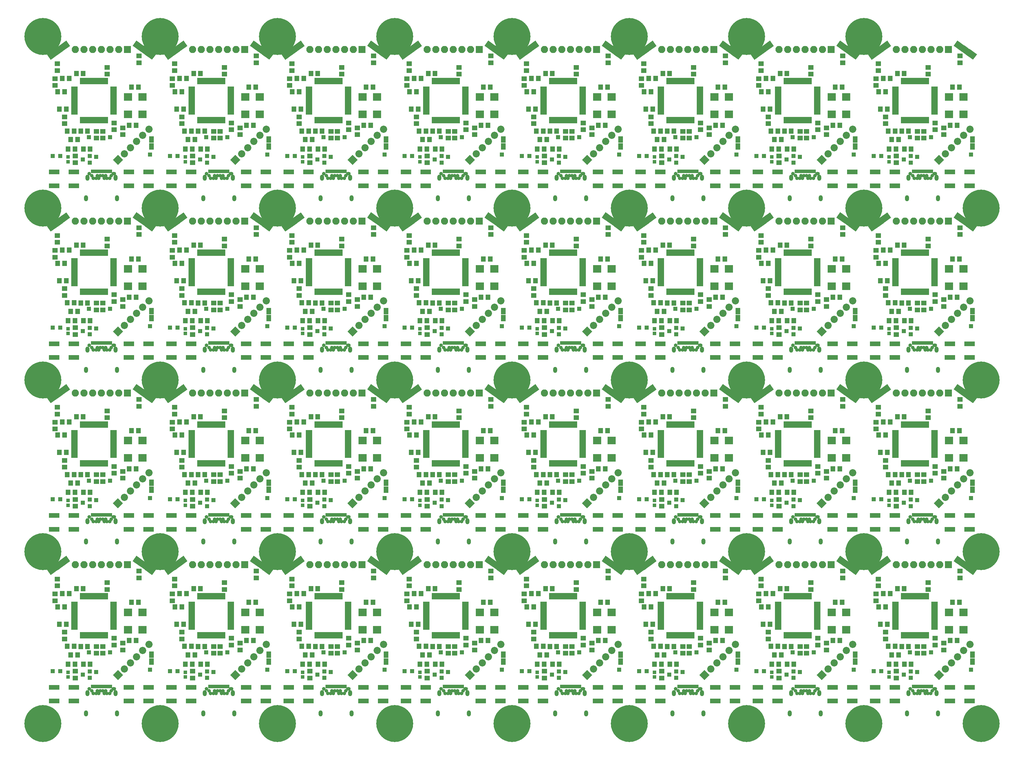
<source format=gbr>
G04 #@! TF.FileFunction,Soldermask,Top*
%FSLAX46Y46*%
G04 Gerber Fmt 4.6, Leading zero omitted, Abs format (unit mm)*
G04 Created by KiCad (PCBNEW 4.0.7-e2-6376~58~ubuntu16.04.1) date Mon Nov 20 20:39:29 2017*
%MOMM*%
%LPD*%
G01*
G04 APERTURE LIST*
%ADD10C,0.100000*%
%ADD11C,10.800080*%
%ADD12R,1.400000X1.924000*%
%ADD13R,2.400000X2.200000*%
%ADD14R,1.400000X1.650000*%
%ADD15R,1.300000X1.200000*%
%ADD16R,1.900000X0.700000*%
%ADD17R,0.700000X1.900000*%
%ADD18R,1.250000X1.250000*%
%ADD19R,3.150000X1.400000*%
%ADD20R,1.650000X1.400000*%
%ADD21R,2.100000X2.100000*%
%ADD22O,2.100000X2.100000*%
%ADD23O,1.200000X1.800000*%
%ADD24R,0.700000X1.100000*%
%ADD25O,1.350000X1.050000*%
%ADD26C,1.050000*%
%ADD27C,2.100000*%
%ADD28R,1.100000X1.000000*%
G04 APERTURE END LIST*
D10*
D11*
X186055000Y-115722400D03*
X220345000Y-165963600D03*
X186055000Y-165963600D03*
D12*
X217805000Y-147853400D03*
X217805000Y-145821400D03*
D13*
X215142500Y-138518900D03*
X215142500Y-133438900D03*
X210942500Y-133438900D03*
X210942500Y-138518900D03*
D14*
X211318600Y-141732000D03*
X213318600Y-141732000D03*
D15*
X199755000Y-152613400D03*
X199755000Y-150713400D03*
X197755000Y-151663400D03*
D16*
X206677500Y-138204900D03*
X206677500Y-137704900D03*
X206677500Y-137204900D03*
X206677500Y-136704900D03*
X206677500Y-136204900D03*
X206677500Y-135704900D03*
X206677500Y-135204900D03*
X206677500Y-134704900D03*
X206677500Y-134204900D03*
X206677500Y-133704900D03*
X206677500Y-133204900D03*
X206677500Y-132704900D03*
X206677500Y-132204900D03*
X206677500Y-131704900D03*
X206677500Y-131204900D03*
X206677500Y-130704900D03*
D17*
X204727500Y-128754900D03*
X204227500Y-128754900D03*
X203727500Y-128754900D03*
X203227500Y-128754900D03*
X202727500Y-128754900D03*
X202227500Y-128754900D03*
X201727500Y-128754900D03*
X201227500Y-128754900D03*
X200727500Y-128754900D03*
X200227500Y-128754900D03*
X199727500Y-128754900D03*
X199227500Y-128754900D03*
X198727500Y-128754900D03*
X198227500Y-128754900D03*
X197727500Y-128754900D03*
X197227500Y-128754900D03*
D16*
X195277500Y-130704900D03*
X195277500Y-131204900D03*
X195277500Y-131704900D03*
X195277500Y-132204900D03*
X195277500Y-132704900D03*
X195277500Y-133204900D03*
X195277500Y-133704900D03*
X195277500Y-134204900D03*
X195277500Y-134704900D03*
X195277500Y-135204900D03*
X195277500Y-135704900D03*
X195277500Y-136204900D03*
X195277500Y-136704900D03*
X195277500Y-137204900D03*
X195277500Y-137704900D03*
X195277500Y-138204900D03*
D17*
X197227500Y-140154900D03*
X197727500Y-140154900D03*
X198227500Y-140154900D03*
X198727500Y-140154900D03*
X199227500Y-140154900D03*
X199727500Y-140154900D03*
X200227500Y-140154900D03*
X200727500Y-140154900D03*
X201227500Y-140154900D03*
X201727500Y-140154900D03*
X202227500Y-140154900D03*
X202727500Y-140154900D03*
X203227500Y-140154900D03*
X203727500Y-140154900D03*
X204227500Y-140154900D03*
X204727500Y-140154900D03*
D18*
X201676000Y-150901400D03*
X217424000Y-150266400D03*
X188976000Y-150647400D03*
X205689200Y-145186400D03*
X199542400Y-145186400D03*
X191135000Y-150647400D03*
D19*
X217002000Y-155378400D03*
X211242000Y-155378400D03*
X211242000Y-159378400D03*
X217002000Y-159378400D03*
X195158000Y-155378400D03*
X189398000Y-155378400D03*
X189398000Y-159378400D03*
X195158000Y-159378400D03*
D10*
G36*
X217064015Y-119485657D02*
X215946743Y-121052015D01*
X214380385Y-119934743D01*
X215497657Y-118368385D01*
X217064015Y-119485657D01*
X217064015Y-119485657D01*
G37*
G36*
X219122099Y-120953675D02*
X218004827Y-122520033D01*
X215806715Y-120952135D01*
X216923987Y-119385777D01*
X219122099Y-120953675D01*
X219122099Y-120953675D01*
G37*
G36*
X215637685Y-118468265D02*
X214520413Y-120034623D01*
X212322301Y-118466725D01*
X213439573Y-116900367D01*
X215637685Y-118468265D01*
X215637685Y-118468265D01*
G37*
G36*
X190427857Y-121077415D02*
X189310585Y-119511057D01*
X190876943Y-118393785D01*
X191994215Y-119960143D01*
X190427857Y-121077415D01*
X190427857Y-121077415D01*
G37*
G36*
X188369773Y-122545433D02*
X187252501Y-120979075D01*
X189450613Y-119411177D01*
X190567885Y-120977535D01*
X188369773Y-122545433D01*
X188369773Y-122545433D01*
G37*
G36*
X191854187Y-120060023D02*
X190736915Y-118493665D01*
X192935027Y-116925767D01*
X194052299Y-118492125D01*
X191854187Y-120060023D01*
X191854187Y-120060023D01*
G37*
D20*
X214198200Y-121402600D03*
X214198200Y-123402600D03*
X190322200Y-123714000D03*
X190322200Y-125714000D03*
D14*
X193183000Y-143408400D03*
X195183000Y-143408400D03*
D20*
X203555600Y-143449800D03*
X203555600Y-145449800D03*
X201726800Y-145449800D03*
X201726800Y-143449800D03*
D14*
X197120000Y-143433800D03*
X199120000Y-143433800D03*
D20*
X189611000Y-130057400D03*
X189611000Y-128057400D03*
D14*
X192389000Y-131851400D03*
X190389000Y-131851400D03*
X194224400Y-145897600D03*
X196224400Y-145897600D03*
D21*
X210820000Y-119532400D03*
D22*
X208280000Y-119532400D03*
X205740000Y-119532400D03*
X203200000Y-119532400D03*
X200660000Y-119532400D03*
X198120000Y-119532400D03*
X195580000Y-119532400D03*
D23*
X199070000Y-157062400D03*
D24*
X200450000Y-155152400D03*
X200950000Y-155152400D03*
X201450000Y-155152400D03*
X201950000Y-155152400D03*
X202450000Y-155152400D03*
X202950000Y-155152400D03*
X203450000Y-155152400D03*
X205950000Y-155152400D03*
X204950000Y-155152400D03*
X204450000Y-155152400D03*
X203950000Y-155152400D03*
X205450000Y-155152400D03*
D23*
X207330000Y-157062400D03*
X207690000Y-163012400D03*
X198710000Y-163012400D03*
D25*
X206800000Y-155812400D03*
D26*
X199600000Y-155812400D03*
X206000000Y-156462400D03*
X204400000Y-156462400D03*
X203600000Y-156462400D03*
X202800000Y-156462400D03*
X202000000Y-156462400D03*
X200400000Y-156462400D03*
X205600000Y-157162400D03*
X204800000Y-157162400D03*
X204000000Y-157162400D03*
X202400000Y-157162400D03*
X201600000Y-157162400D03*
X200800000Y-157162400D03*
D10*
G36*
X209510924Y-151790400D02*
X208026000Y-153275324D01*
X206541076Y-151790400D01*
X208026000Y-150305476D01*
X209510924Y-151790400D01*
X209510924Y-151790400D01*
G37*
D27*
X209822051Y-149994349D02*
X209822051Y-149994349D01*
X211618102Y-148198298D02*
X211618102Y-148198298D01*
X213414154Y-146402246D02*
X213414154Y-146402246D01*
X215210205Y-144606195D02*
X215210205Y-144606195D01*
X217006256Y-142810144D02*
X217006256Y-142810144D01*
D14*
X193437000Y-148615400D03*
X195437000Y-148615400D03*
D28*
X193421000Y-152363400D03*
X193421000Y-150963400D03*
D14*
X199882000Y-148615400D03*
X197882000Y-148615400D03*
D20*
X195580000Y-150663400D03*
X195580000Y-152663400D03*
D14*
X192897000Y-136931400D03*
X190897000Y-136931400D03*
D20*
X192405000Y-139233400D03*
X192405000Y-141233400D03*
D14*
X191722500Y-127977900D03*
X193722500Y-127977900D03*
X197850000Y-126517400D03*
X195850000Y-126517400D03*
D20*
X204851000Y-126755400D03*
X204851000Y-124755400D03*
X206883000Y-143011400D03*
X206883000Y-141011400D03*
X209397600Y-142459200D03*
X209397600Y-144459200D03*
D14*
X214004400Y-130556000D03*
X212004400Y-130556000D03*
D11*
X151765000Y-115722400D03*
X186055000Y-165963600D03*
X151765000Y-165963600D03*
D12*
X183515000Y-147853400D03*
X183515000Y-145821400D03*
D13*
X180852500Y-138518900D03*
X180852500Y-133438900D03*
X176652500Y-133438900D03*
X176652500Y-138518900D03*
D14*
X177028600Y-141732000D03*
X179028600Y-141732000D03*
D15*
X165465000Y-152613400D03*
X165465000Y-150713400D03*
X163465000Y-151663400D03*
D16*
X172387500Y-138204900D03*
X172387500Y-137704900D03*
X172387500Y-137204900D03*
X172387500Y-136704900D03*
X172387500Y-136204900D03*
X172387500Y-135704900D03*
X172387500Y-135204900D03*
X172387500Y-134704900D03*
X172387500Y-134204900D03*
X172387500Y-133704900D03*
X172387500Y-133204900D03*
X172387500Y-132704900D03*
X172387500Y-132204900D03*
X172387500Y-131704900D03*
X172387500Y-131204900D03*
X172387500Y-130704900D03*
D17*
X170437500Y-128754900D03*
X169937500Y-128754900D03*
X169437500Y-128754900D03*
X168937500Y-128754900D03*
X168437500Y-128754900D03*
X167937500Y-128754900D03*
X167437500Y-128754900D03*
X166937500Y-128754900D03*
X166437500Y-128754900D03*
X165937500Y-128754900D03*
X165437500Y-128754900D03*
X164937500Y-128754900D03*
X164437500Y-128754900D03*
X163937500Y-128754900D03*
X163437500Y-128754900D03*
X162937500Y-128754900D03*
D16*
X160987500Y-130704900D03*
X160987500Y-131204900D03*
X160987500Y-131704900D03*
X160987500Y-132204900D03*
X160987500Y-132704900D03*
X160987500Y-133204900D03*
X160987500Y-133704900D03*
X160987500Y-134204900D03*
X160987500Y-134704900D03*
X160987500Y-135204900D03*
X160987500Y-135704900D03*
X160987500Y-136204900D03*
X160987500Y-136704900D03*
X160987500Y-137204900D03*
X160987500Y-137704900D03*
X160987500Y-138204900D03*
D17*
X162937500Y-140154900D03*
X163437500Y-140154900D03*
X163937500Y-140154900D03*
X164437500Y-140154900D03*
X164937500Y-140154900D03*
X165437500Y-140154900D03*
X165937500Y-140154900D03*
X166437500Y-140154900D03*
X166937500Y-140154900D03*
X167437500Y-140154900D03*
X167937500Y-140154900D03*
X168437500Y-140154900D03*
X168937500Y-140154900D03*
X169437500Y-140154900D03*
X169937500Y-140154900D03*
X170437500Y-140154900D03*
D18*
X167386000Y-150901400D03*
X183134000Y-150266400D03*
X154686000Y-150647400D03*
X171399200Y-145186400D03*
X165252400Y-145186400D03*
X156845000Y-150647400D03*
D19*
X182712000Y-155378400D03*
X176952000Y-155378400D03*
X176952000Y-159378400D03*
X182712000Y-159378400D03*
X160868000Y-155378400D03*
X155108000Y-155378400D03*
X155108000Y-159378400D03*
X160868000Y-159378400D03*
D10*
G36*
X182774015Y-119485657D02*
X181656743Y-121052015D01*
X180090385Y-119934743D01*
X181207657Y-118368385D01*
X182774015Y-119485657D01*
X182774015Y-119485657D01*
G37*
G36*
X184832099Y-120953675D02*
X183714827Y-122520033D01*
X181516715Y-120952135D01*
X182633987Y-119385777D01*
X184832099Y-120953675D01*
X184832099Y-120953675D01*
G37*
G36*
X181347685Y-118468265D02*
X180230413Y-120034623D01*
X178032301Y-118466725D01*
X179149573Y-116900367D01*
X181347685Y-118468265D01*
X181347685Y-118468265D01*
G37*
G36*
X156137857Y-121077415D02*
X155020585Y-119511057D01*
X156586943Y-118393785D01*
X157704215Y-119960143D01*
X156137857Y-121077415D01*
X156137857Y-121077415D01*
G37*
G36*
X154079773Y-122545433D02*
X152962501Y-120979075D01*
X155160613Y-119411177D01*
X156277885Y-120977535D01*
X154079773Y-122545433D01*
X154079773Y-122545433D01*
G37*
G36*
X157564187Y-120060023D02*
X156446915Y-118493665D01*
X158645027Y-116925767D01*
X159762299Y-118492125D01*
X157564187Y-120060023D01*
X157564187Y-120060023D01*
G37*
D20*
X179908200Y-121402600D03*
X179908200Y-123402600D03*
X156032200Y-123714000D03*
X156032200Y-125714000D03*
D14*
X158893000Y-143408400D03*
X160893000Y-143408400D03*
D20*
X169265600Y-143449800D03*
X169265600Y-145449800D03*
X167436800Y-145449800D03*
X167436800Y-143449800D03*
D14*
X162830000Y-143433800D03*
X164830000Y-143433800D03*
D20*
X155321000Y-130057400D03*
X155321000Y-128057400D03*
D14*
X158099000Y-131851400D03*
X156099000Y-131851400D03*
X159934400Y-145897600D03*
X161934400Y-145897600D03*
D21*
X176530000Y-119532400D03*
D22*
X173990000Y-119532400D03*
X171450000Y-119532400D03*
X168910000Y-119532400D03*
X166370000Y-119532400D03*
X163830000Y-119532400D03*
X161290000Y-119532400D03*
D23*
X164780000Y-157062400D03*
D24*
X166160000Y-155152400D03*
X166660000Y-155152400D03*
X167160000Y-155152400D03*
X167660000Y-155152400D03*
X168160000Y-155152400D03*
X168660000Y-155152400D03*
X169160000Y-155152400D03*
X171660000Y-155152400D03*
X170660000Y-155152400D03*
X170160000Y-155152400D03*
X169660000Y-155152400D03*
X171160000Y-155152400D03*
D23*
X173040000Y-157062400D03*
X173400000Y-163012400D03*
X164420000Y-163012400D03*
D25*
X172510000Y-155812400D03*
D26*
X165310000Y-155812400D03*
X171710000Y-156462400D03*
X170110000Y-156462400D03*
X169310000Y-156462400D03*
X168510000Y-156462400D03*
X167710000Y-156462400D03*
X166110000Y-156462400D03*
X171310000Y-157162400D03*
X170510000Y-157162400D03*
X169710000Y-157162400D03*
X168110000Y-157162400D03*
X167310000Y-157162400D03*
X166510000Y-157162400D03*
D10*
G36*
X175220924Y-151790400D02*
X173736000Y-153275324D01*
X172251076Y-151790400D01*
X173736000Y-150305476D01*
X175220924Y-151790400D01*
X175220924Y-151790400D01*
G37*
D27*
X175532051Y-149994349D02*
X175532051Y-149994349D01*
X177328102Y-148198298D02*
X177328102Y-148198298D01*
X179124154Y-146402246D02*
X179124154Y-146402246D01*
X180920205Y-144606195D02*
X180920205Y-144606195D01*
X182716256Y-142810144D02*
X182716256Y-142810144D01*
D14*
X159147000Y-148615400D03*
X161147000Y-148615400D03*
D28*
X159131000Y-152363400D03*
X159131000Y-150963400D03*
D14*
X165592000Y-148615400D03*
X163592000Y-148615400D03*
D20*
X161290000Y-150663400D03*
X161290000Y-152663400D03*
D14*
X158607000Y-136931400D03*
X156607000Y-136931400D03*
D20*
X158115000Y-139233400D03*
X158115000Y-141233400D03*
D14*
X157432500Y-127977900D03*
X159432500Y-127977900D03*
X163560000Y-126517400D03*
X161560000Y-126517400D03*
D20*
X170561000Y-126755400D03*
X170561000Y-124755400D03*
X172593000Y-143011400D03*
X172593000Y-141011400D03*
X175107600Y-142459200D03*
X175107600Y-144459200D03*
D14*
X179714400Y-130556000D03*
X177714400Y-130556000D03*
X248294400Y-130556000D03*
X246294400Y-130556000D03*
D20*
X243687600Y-142459200D03*
X243687600Y-144459200D03*
X241173000Y-143011400D03*
X241173000Y-141011400D03*
X239141000Y-126755400D03*
X239141000Y-124755400D03*
D14*
X232140000Y-126517400D03*
X230140000Y-126517400D03*
X226012500Y-127977900D03*
X228012500Y-127977900D03*
D20*
X226695000Y-139233400D03*
X226695000Y-141233400D03*
D14*
X227187000Y-136931400D03*
X225187000Y-136931400D03*
D20*
X229870000Y-150663400D03*
X229870000Y-152663400D03*
D14*
X234172000Y-148615400D03*
X232172000Y-148615400D03*
D28*
X227711000Y-152363400D03*
X227711000Y-150963400D03*
D14*
X227727000Y-148615400D03*
X229727000Y-148615400D03*
D10*
G36*
X243800924Y-151790400D02*
X242316000Y-153275324D01*
X240831076Y-151790400D01*
X242316000Y-150305476D01*
X243800924Y-151790400D01*
X243800924Y-151790400D01*
G37*
D27*
X244112051Y-149994349D02*
X244112051Y-149994349D01*
X245908102Y-148198298D02*
X245908102Y-148198298D01*
X247704154Y-146402246D02*
X247704154Y-146402246D01*
X249500205Y-144606195D02*
X249500205Y-144606195D01*
X251296256Y-142810144D02*
X251296256Y-142810144D01*
D23*
X233360000Y-157062400D03*
D24*
X234740000Y-155152400D03*
X235240000Y-155152400D03*
X235740000Y-155152400D03*
X236240000Y-155152400D03*
X236740000Y-155152400D03*
X237240000Y-155152400D03*
X237740000Y-155152400D03*
X240240000Y-155152400D03*
X239240000Y-155152400D03*
X238740000Y-155152400D03*
X238240000Y-155152400D03*
X239740000Y-155152400D03*
D23*
X241620000Y-157062400D03*
X241980000Y-163012400D03*
X233000000Y-163012400D03*
D25*
X241090000Y-155812400D03*
D26*
X233890000Y-155812400D03*
X240290000Y-156462400D03*
X238690000Y-156462400D03*
X237890000Y-156462400D03*
X237090000Y-156462400D03*
X236290000Y-156462400D03*
X234690000Y-156462400D03*
X239890000Y-157162400D03*
X239090000Y-157162400D03*
X238290000Y-157162400D03*
X236690000Y-157162400D03*
X235890000Y-157162400D03*
X235090000Y-157162400D03*
D21*
X245110000Y-119532400D03*
D22*
X242570000Y-119532400D03*
X240030000Y-119532400D03*
X237490000Y-119532400D03*
X234950000Y-119532400D03*
X232410000Y-119532400D03*
X229870000Y-119532400D03*
D14*
X228514400Y-145897600D03*
X230514400Y-145897600D03*
X226679000Y-131851400D03*
X224679000Y-131851400D03*
D20*
X223901000Y-130057400D03*
X223901000Y-128057400D03*
D14*
X231410000Y-143433800D03*
X233410000Y-143433800D03*
D20*
X236016800Y-145449800D03*
X236016800Y-143449800D03*
X237845600Y-143449800D03*
X237845600Y-145449800D03*
D14*
X227473000Y-143408400D03*
X229473000Y-143408400D03*
D20*
X224612200Y-123714000D03*
X224612200Y-125714000D03*
X248488200Y-121402600D03*
X248488200Y-123402600D03*
D10*
G36*
X224717857Y-121077415D02*
X223600585Y-119511057D01*
X225166943Y-118393785D01*
X226284215Y-119960143D01*
X224717857Y-121077415D01*
X224717857Y-121077415D01*
G37*
G36*
X222659773Y-122545433D02*
X221542501Y-120979075D01*
X223740613Y-119411177D01*
X224857885Y-120977535D01*
X222659773Y-122545433D01*
X222659773Y-122545433D01*
G37*
G36*
X226144187Y-120060023D02*
X225026915Y-118493665D01*
X227225027Y-116925767D01*
X228342299Y-118492125D01*
X226144187Y-120060023D01*
X226144187Y-120060023D01*
G37*
G36*
X251354015Y-119485657D02*
X250236743Y-121052015D01*
X248670385Y-119934743D01*
X249787657Y-118368385D01*
X251354015Y-119485657D01*
X251354015Y-119485657D01*
G37*
G36*
X253412099Y-120953675D02*
X252294827Y-122520033D01*
X250096715Y-120952135D01*
X251213987Y-119385777D01*
X253412099Y-120953675D01*
X253412099Y-120953675D01*
G37*
G36*
X249927685Y-118468265D02*
X248810413Y-120034623D01*
X246612301Y-118466725D01*
X247729573Y-116900367D01*
X249927685Y-118468265D01*
X249927685Y-118468265D01*
G37*
D19*
X229448000Y-155378400D03*
X223688000Y-155378400D03*
X223688000Y-159378400D03*
X229448000Y-159378400D03*
X251292000Y-155378400D03*
X245532000Y-155378400D03*
X245532000Y-159378400D03*
X251292000Y-159378400D03*
D18*
X225425000Y-150647400D03*
X233832400Y-145186400D03*
X239979200Y-145186400D03*
X223266000Y-150647400D03*
X251714000Y-150266400D03*
X235966000Y-150901400D03*
D16*
X240967500Y-138204900D03*
X240967500Y-137704900D03*
X240967500Y-137204900D03*
X240967500Y-136704900D03*
X240967500Y-136204900D03*
X240967500Y-135704900D03*
X240967500Y-135204900D03*
X240967500Y-134704900D03*
X240967500Y-134204900D03*
X240967500Y-133704900D03*
X240967500Y-133204900D03*
X240967500Y-132704900D03*
X240967500Y-132204900D03*
X240967500Y-131704900D03*
X240967500Y-131204900D03*
X240967500Y-130704900D03*
D17*
X239017500Y-128754900D03*
X238517500Y-128754900D03*
X238017500Y-128754900D03*
X237517500Y-128754900D03*
X237017500Y-128754900D03*
X236517500Y-128754900D03*
X236017500Y-128754900D03*
X235517500Y-128754900D03*
X235017500Y-128754900D03*
X234517500Y-128754900D03*
X234017500Y-128754900D03*
X233517500Y-128754900D03*
X233017500Y-128754900D03*
X232517500Y-128754900D03*
X232017500Y-128754900D03*
X231517500Y-128754900D03*
D16*
X229567500Y-130704900D03*
X229567500Y-131204900D03*
X229567500Y-131704900D03*
X229567500Y-132204900D03*
X229567500Y-132704900D03*
X229567500Y-133204900D03*
X229567500Y-133704900D03*
X229567500Y-134204900D03*
X229567500Y-134704900D03*
X229567500Y-135204900D03*
X229567500Y-135704900D03*
X229567500Y-136204900D03*
X229567500Y-136704900D03*
X229567500Y-137204900D03*
X229567500Y-137704900D03*
X229567500Y-138204900D03*
D17*
X231517500Y-140154900D03*
X232017500Y-140154900D03*
X232517500Y-140154900D03*
X233017500Y-140154900D03*
X233517500Y-140154900D03*
X234017500Y-140154900D03*
X234517500Y-140154900D03*
X235017500Y-140154900D03*
X235517500Y-140154900D03*
X236017500Y-140154900D03*
X236517500Y-140154900D03*
X237017500Y-140154900D03*
X237517500Y-140154900D03*
X238017500Y-140154900D03*
X238517500Y-140154900D03*
X239017500Y-140154900D03*
D15*
X234045000Y-152613400D03*
X234045000Y-150713400D03*
X232045000Y-151663400D03*
D14*
X245608600Y-141732000D03*
X247608600Y-141732000D03*
D13*
X249432500Y-138518900D03*
X249432500Y-133438900D03*
X245232500Y-133438900D03*
X245232500Y-138518900D03*
D12*
X252095000Y-147853400D03*
X252095000Y-145821400D03*
D11*
X220345000Y-165963600D03*
X254635000Y-165963600D03*
X220345000Y-115722400D03*
D14*
X282584400Y-130556000D03*
X280584400Y-130556000D03*
D20*
X277977600Y-142459200D03*
X277977600Y-144459200D03*
X275463000Y-143011400D03*
X275463000Y-141011400D03*
X273431000Y-126755400D03*
X273431000Y-124755400D03*
D14*
X266430000Y-126517400D03*
X264430000Y-126517400D03*
X260302500Y-127977900D03*
X262302500Y-127977900D03*
D20*
X260985000Y-139233400D03*
X260985000Y-141233400D03*
D14*
X261477000Y-136931400D03*
X259477000Y-136931400D03*
D20*
X264160000Y-150663400D03*
X264160000Y-152663400D03*
D14*
X268462000Y-148615400D03*
X266462000Y-148615400D03*
D28*
X262001000Y-152363400D03*
X262001000Y-150963400D03*
D14*
X262017000Y-148615400D03*
X264017000Y-148615400D03*
D10*
G36*
X278090924Y-151790400D02*
X276606000Y-153275324D01*
X275121076Y-151790400D01*
X276606000Y-150305476D01*
X278090924Y-151790400D01*
X278090924Y-151790400D01*
G37*
D27*
X278402051Y-149994349D02*
X278402051Y-149994349D01*
X280198102Y-148198298D02*
X280198102Y-148198298D01*
X281994154Y-146402246D02*
X281994154Y-146402246D01*
X283790205Y-144606195D02*
X283790205Y-144606195D01*
X285586256Y-142810144D02*
X285586256Y-142810144D01*
D23*
X267650000Y-157062400D03*
D24*
X269030000Y-155152400D03*
X269530000Y-155152400D03*
X270030000Y-155152400D03*
X270530000Y-155152400D03*
X271030000Y-155152400D03*
X271530000Y-155152400D03*
X272030000Y-155152400D03*
X274530000Y-155152400D03*
X273530000Y-155152400D03*
X273030000Y-155152400D03*
X272530000Y-155152400D03*
X274030000Y-155152400D03*
D23*
X275910000Y-157062400D03*
X276270000Y-163012400D03*
X267290000Y-163012400D03*
D25*
X275380000Y-155812400D03*
D26*
X268180000Y-155812400D03*
X274580000Y-156462400D03*
X272980000Y-156462400D03*
X272180000Y-156462400D03*
X271380000Y-156462400D03*
X270580000Y-156462400D03*
X268980000Y-156462400D03*
X274180000Y-157162400D03*
X273380000Y-157162400D03*
X272580000Y-157162400D03*
X270980000Y-157162400D03*
X270180000Y-157162400D03*
X269380000Y-157162400D03*
D21*
X279400000Y-119532400D03*
D22*
X276860000Y-119532400D03*
X274320000Y-119532400D03*
X271780000Y-119532400D03*
X269240000Y-119532400D03*
X266700000Y-119532400D03*
X264160000Y-119532400D03*
D14*
X262804400Y-145897600D03*
X264804400Y-145897600D03*
X260969000Y-131851400D03*
X258969000Y-131851400D03*
D20*
X258191000Y-130057400D03*
X258191000Y-128057400D03*
D14*
X265700000Y-143433800D03*
X267700000Y-143433800D03*
D20*
X270306800Y-145449800D03*
X270306800Y-143449800D03*
X272135600Y-143449800D03*
X272135600Y-145449800D03*
D14*
X261763000Y-143408400D03*
X263763000Y-143408400D03*
D20*
X258902200Y-123714000D03*
X258902200Y-125714000D03*
X282778200Y-121402600D03*
X282778200Y-123402600D03*
D10*
G36*
X259007857Y-121077415D02*
X257890585Y-119511057D01*
X259456943Y-118393785D01*
X260574215Y-119960143D01*
X259007857Y-121077415D01*
X259007857Y-121077415D01*
G37*
G36*
X256949773Y-122545433D02*
X255832501Y-120979075D01*
X258030613Y-119411177D01*
X259147885Y-120977535D01*
X256949773Y-122545433D01*
X256949773Y-122545433D01*
G37*
G36*
X260434187Y-120060023D02*
X259316915Y-118493665D01*
X261515027Y-116925767D01*
X262632299Y-118492125D01*
X260434187Y-120060023D01*
X260434187Y-120060023D01*
G37*
G36*
X285644015Y-119485657D02*
X284526743Y-121052015D01*
X282960385Y-119934743D01*
X284077657Y-118368385D01*
X285644015Y-119485657D01*
X285644015Y-119485657D01*
G37*
G36*
X287702099Y-120953675D02*
X286584827Y-122520033D01*
X284386715Y-120952135D01*
X285503987Y-119385777D01*
X287702099Y-120953675D01*
X287702099Y-120953675D01*
G37*
G36*
X284217685Y-118468265D02*
X283100413Y-120034623D01*
X280902301Y-118466725D01*
X282019573Y-116900367D01*
X284217685Y-118468265D01*
X284217685Y-118468265D01*
G37*
D19*
X263738000Y-155378400D03*
X257978000Y-155378400D03*
X257978000Y-159378400D03*
X263738000Y-159378400D03*
X285582000Y-155378400D03*
X279822000Y-155378400D03*
X279822000Y-159378400D03*
X285582000Y-159378400D03*
D18*
X259715000Y-150647400D03*
X268122400Y-145186400D03*
X274269200Y-145186400D03*
X257556000Y-150647400D03*
X286004000Y-150266400D03*
X270256000Y-150901400D03*
D16*
X275257500Y-138204900D03*
X275257500Y-137704900D03*
X275257500Y-137204900D03*
X275257500Y-136704900D03*
X275257500Y-136204900D03*
X275257500Y-135704900D03*
X275257500Y-135204900D03*
X275257500Y-134704900D03*
X275257500Y-134204900D03*
X275257500Y-133704900D03*
X275257500Y-133204900D03*
X275257500Y-132704900D03*
X275257500Y-132204900D03*
X275257500Y-131704900D03*
X275257500Y-131204900D03*
X275257500Y-130704900D03*
D17*
X273307500Y-128754900D03*
X272807500Y-128754900D03*
X272307500Y-128754900D03*
X271807500Y-128754900D03*
X271307500Y-128754900D03*
X270807500Y-128754900D03*
X270307500Y-128754900D03*
X269807500Y-128754900D03*
X269307500Y-128754900D03*
X268807500Y-128754900D03*
X268307500Y-128754900D03*
X267807500Y-128754900D03*
X267307500Y-128754900D03*
X266807500Y-128754900D03*
X266307500Y-128754900D03*
X265807500Y-128754900D03*
D16*
X263857500Y-130704900D03*
X263857500Y-131204900D03*
X263857500Y-131704900D03*
X263857500Y-132204900D03*
X263857500Y-132704900D03*
X263857500Y-133204900D03*
X263857500Y-133704900D03*
X263857500Y-134204900D03*
X263857500Y-134704900D03*
X263857500Y-135204900D03*
X263857500Y-135704900D03*
X263857500Y-136204900D03*
X263857500Y-136704900D03*
X263857500Y-137204900D03*
X263857500Y-137704900D03*
X263857500Y-138204900D03*
D17*
X265807500Y-140154900D03*
X266307500Y-140154900D03*
X266807500Y-140154900D03*
X267307500Y-140154900D03*
X267807500Y-140154900D03*
X268307500Y-140154900D03*
X268807500Y-140154900D03*
X269307500Y-140154900D03*
X269807500Y-140154900D03*
X270307500Y-140154900D03*
X270807500Y-140154900D03*
X271307500Y-140154900D03*
X271807500Y-140154900D03*
X272307500Y-140154900D03*
X272807500Y-140154900D03*
X273307500Y-140154900D03*
D15*
X268335000Y-152613400D03*
X268335000Y-150713400D03*
X266335000Y-151663400D03*
D14*
X279898600Y-141732000D03*
X281898600Y-141732000D03*
D13*
X283722500Y-138518900D03*
X283722500Y-133438900D03*
X279522500Y-133438900D03*
X279522500Y-138518900D03*
D12*
X286385000Y-147853400D03*
X286385000Y-145821400D03*
D11*
X254635000Y-165963600D03*
X288925000Y-165963600D03*
X254635000Y-115722400D03*
X117475000Y-115722400D03*
X151765000Y-165963600D03*
X117475000Y-165963600D03*
D12*
X149225000Y-147853400D03*
X149225000Y-145821400D03*
D13*
X146562500Y-138518900D03*
X146562500Y-133438900D03*
X142362500Y-133438900D03*
X142362500Y-138518900D03*
D14*
X142738600Y-141732000D03*
X144738600Y-141732000D03*
D15*
X131175000Y-152613400D03*
X131175000Y-150713400D03*
X129175000Y-151663400D03*
D16*
X138097500Y-138204900D03*
X138097500Y-137704900D03*
X138097500Y-137204900D03*
X138097500Y-136704900D03*
X138097500Y-136204900D03*
X138097500Y-135704900D03*
X138097500Y-135204900D03*
X138097500Y-134704900D03*
X138097500Y-134204900D03*
X138097500Y-133704900D03*
X138097500Y-133204900D03*
X138097500Y-132704900D03*
X138097500Y-132204900D03*
X138097500Y-131704900D03*
X138097500Y-131204900D03*
X138097500Y-130704900D03*
D17*
X136147500Y-128754900D03*
X135647500Y-128754900D03*
X135147500Y-128754900D03*
X134647500Y-128754900D03*
X134147500Y-128754900D03*
X133647500Y-128754900D03*
X133147500Y-128754900D03*
X132647500Y-128754900D03*
X132147500Y-128754900D03*
X131647500Y-128754900D03*
X131147500Y-128754900D03*
X130647500Y-128754900D03*
X130147500Y-128754900D03*
X129647500Y-128754900D03*
X129147500Y-128754900D03*
X128647500Y-128754900D03*
D16*
X126697500Y-130704900D03*
X126697500Y-131204900D03*
X126697500Y-131704900D03*
X126697500Y-132204900D03*
X126697500Y-132704900D03*
X126697500Y-133204900D03*
X126697500Y-133704900D03*
X126697500Y-134204900D03*
X126697500Y-134704900D03*
X126697500Y-135204900D03*
X126697500Y-135704900D03*
X126697500Y-136204900D03*
X126697500Y-136704900D03*
X126697500Y-137204900D03*
X126697500Y-137704900D03*
X126697500Y-138204900D03*
D17*
X128647500Y-140154900D03*
X129147500Y-140154900D03*
X129647500Y-140154900D03*
X130147500Y-140154900D03*
X130647500Y-140154900D03*
X131147500Y-140154900D03*
X131647500Y-140154900D03*
X132147500Y-140154900D03*
X132647500Y-140154900D03*
X133147500Y-140154900D03*
X133647500Y-140154900D03*
X134147500Y-140154900D03*
X134647500Y-140154900D03*
X135147500Y-140154900D03*
X135647500Y-140154900D03*
X136147500Y-140154900D03*
D18*
X133096000Y-150901400D03*
X148844000Y-150266400D03*
X120396000Y-150647400D03*
X137109200Y-145186400D03*
X130962400Y-145186400D03*
X122555000Y-150647400D03*
D19*
X148422000Y-155378400D03*
X142662000Y-155378400D03*
X142662000Y-159378400D03*
X148422000Y-159378400D03*
X126578000Y-155378400D03*
X120818000Y-155378400D03*
X120818000Y-159378400D03*
X126578000Y-159378400D03*
D10*
G36*
X148484015Y-119485657D02*
X147366743Y-121052015D01*
X145800385Y-119934743D01*
X146917657Y-118368385D01*
X148484015Y-119485657D01*
X148484015Y-119485657D01*
G37*
G36*
X150542099Y-120953675D02*
X149424827Y-122520033D01*
X147226715Y-120952135D01*
X148343987Y-119385777D01*
X150542099Y-120953675D01*
X150542099Y-120953675D01*
G37*
G36*
X147057685Y-118468265D02*
X145940413Y-120034623D01*
X143742301Y-118466725D01*
X144859573Y-116900367D01*
X147057685Y-118468265D01*
X147057685Y-118468265D01*
G37*
G36*
X121847857Y-121077415D02*
X120730585Y-119511057D01*
X122296943Y-118393785D01*
X123414215Y-119960143D01*
X121847857Y-121077415D01*
X121847857Y-121077415D01*
G37*
G36*
X119789773Y-122545433D02*
X118672501Y-120979075D01*
X120870613Y-119411177D01*
X121987885Y-120977535D01*
X119789773Y-122545433D01*
X119789773Y-122545433D01*
G37*
G36*
X123274187Y-120060023D02*
X122156915Y-118493665D01*
X124355027Y-116925767D01*
X125472299Y-118492125D01*
X123274187Y-120060023D01*
X123274187Y-120060023D01*
G37*
D20*
X145618200Y-121402600D03*
X145618200Y-123402600D03*
X121742200Y-123714000D03*
X121742200Y-125714000D03*
D14*
X124603000Y-143408400D03*
X126603000Y-143408400D03*
D20*
X134975600Y-143449800D03*
X134975600Y-145449800D03*
X133146800Y-145449800D03*
X133146800Y-143449800D03*
D14*
X128540000Y-143433800D03*
X130540000Y-143433800D03*
D20*
X121031000Y-130057400D03*
X121031000Y-128057400D03*
D14*
X123809000Y-131851400D03*
X121809000Y-131851400D03*
X125644400Y-145897600D03*
X127644400Y-145897600D03*
D21*
X142240000Y-119532400D03*
D22*
X139700000Y-119532400D03*
X137160000Y-119532400D03*
X134620000Y-119532400D03*
X132080000Y-119532400D03*
X129540000Y-119532400D03*
X127000000Y-119532400D03*
D23*
X130490000Y-157062400D03*
D24*
X131870000Y-155152400D03*
X132370000Y-155152400D03*
X132870000Y-155152400D03*
X133370000Y-155152400D03*
X133870000Y-155152400D03*
X134370000Y-155152400D03*
X134870000Y-155152400D03*
X137370000Y-155152400D03*
X136370000Y-155152400D03*
X135870000Y-155152400D03*
X135370000Y-155152400D03*
X136870000Y-155152400D03*
D23*
X138750000Y-157062400D03*
X139110000Y-163012400D03*
X130130000Y-163012400D03*
D25*
X138220000Y-155812400D03*
D26*
X131020000Y-155812400D03*
X137420000Y-156462400D03*
X135820000Y-156462400D03*
X135020000Y-156462400D03*
X134220000Y-156462400D03*
X133420000Y-156462400D03*
X131820000Y-156462400D03*
X137020000Y-157162400D03*
X136220000Y-157162400D03*
X135420000Y-157162400D03*
X133820000Y-157162400D03*
X133020000Y-157162400D03*
X132220000Y-157162400D03*
D10*
G36*
X140930924Y-151790400D02*
X139446000Y-153275324D01*
X137961076Y-151790400D01*
X139446000Y-150305476D01*
X140930924Y-151790400D01*
X140930924Y-151790400D01*
G37*
D27*
X141242051Y-149994349D02*
X141242051Y-149994349D01*
X143038102Y-148198298D02*
X143038102Y-148198298D01*
X144834154Y-146402246D02*
X144834154Y-146402246D01*
X146630205Y-144606195D02*
X146630205Y-144606195D01*
X148426256Y-142810144D02*
X148426256Y-142810144D01*
D14*
X124857000Y-148615400D03*
X126857000Y-148615400D03*
D28*
X124841000Y-152363400D03*
X124841000Y-150963400D03*
D14*
X131302000Y-148615400D03*
X129302000Y-148615400D03*
D20*
X127000000Y-150663400D03*
X127000000Y-152663400D03*
D14*
X124317000Y-136931400D03*
X122317000Y-136931400D03*
D20*
X123825000Y-139233400D03*
X123825000Y-141233400D03*
D14*
X123142500Y-127977900D03*
X125142500Y-127977900D03*
X129270000Y-126517400D03*
X127270000Y-126517400D03*
D20*
X136271000Y-126755400D03*
X136271000Y-124755400D03*
X138303000Y-143011400D03*
X138303000Y-141011400D03*
X140817600Y-142459200D03*
X140817600Y-144459200D03*
D14*
X145424400Y-130556000D03*
X143424400Y-130556000D03*
D11*
X83185000Y-115722400D03*
X117475000Y-165963600D03*
X83185000Y-165963600D03*
D12*
X114935000Y-147853400D03*
X114935000Y-145821400D03*
D13*
X112272500Y-138518900D03*
X112272500Y-133438900D03*
X108072500Y-133438900D03*
X108072500Y-138518900D03*
D14*
X108448600Y-141732000D03*
X110448600Y-141732000D03*
D15*
X96885000Y-152613400D03*
X96885000Y-150713400D03*
X94885000Y-151663400D03*
D16*
X103807500Y-138204900D03*
X103807500Y-137704900D03*
X103807500Y-137204900D03*
X103807500Y-136704900D03*
X103807500Y-136204900D03*
X103807500Y-135704900D03*
X103807500Y-135204900D03*
X103807500Y-134704900D03*
X103807500Y-134204900D03*
X103807500Y-133704900D03*
X103807500Y-133204900D03*
X103807500Y-132704900D03*
X103807500Y-132204900D03*
X103807500Y-131704900D03*
X103807500Y-131204900D03*
X103807500Y-130704900D03*
D17*
X101857500Y-128754900D03*
X101357500Y-128754900D03*
X100857500Y-128754900D03*
X100357500Y-128754900D03*
X99857500Y-128754900D03*
X99357500Y-128754900D03*
X98857500Y-128754900D03*
X98357500Y-128754900D03*
X97857500Y-128754900D03*
X97357500Y-128754900D03*
X96857500Y-128754900D03*
X96357500Y-128754900D03*
X95857500Y-128754900D03*
X95357500Y-128754900D03*
X94857500Y-128754900D03*
X94357500Y-128754900D03*
D16*
X92407500Y-130704900D03*
X92407500Y-131204900D03*
X92407500Y-131704900D03*
X92407500Y-132204900D03*
X92407500Y-132704900D03*
X92407500Y-133204900D03*
X92407500Y-133704900D03*
X92407500Y-134204900D03*
X92407500Y-134704900D03*
X92407500Y-135204900D03*
X92407500Y-135704900D03*
X92407500Y-136204900D03*
X92407500Y-136704900D03*
X92407500Y-137204900D03*
X92407500Y-137704900D03*
X92407500Y-138204900D03*
D17*
X94357500Y-140154900D03*
X94857500Y-140154900D03*
X95357500Y-140154900D03*
X95857500Y-140154900D03*
X96357500Y-140154900D03*
X96857500Y-140154900D03*
X97357500Y-140154900D03*
X97857500Y-140154900D03*
X98357500Y-140154900D03*
X98857500Y-140154900D03*
X99357500Y-140154900D03*
X99857500Y-140154900D03*
X100357500Y-140154900D03*
X100857500Y-140154900D03*
X101357500Y-140154900D03*
X101857500Y-140154900D03*
D18*
X98806000Y-150901400D03*
X114554000Y-150266400D03*
X86106000Y-150647400D03*
X102819200Y-145186400D03*
X96672400Y-145186400D03*
X88265000Y-150647400D03*
D19*
X114132000Y-155378400D03*
X108372000Y-155378400D03*
X108372000Y-159378400D03*
X114132000Y-159378400D03*
X92288000Y-155378400D03*
X86528000Y-155378400D03*
X86528000Y-159378400D03*
X92288000Y-159378400D03*
D10*
G36*
X114194015Y-119485657D02*
X113076743Y-121052015D01*
X111510385Y-119934743D01*
X112627657Y-118368385D01*
X114194015Y-119485657D01*
X114194015Y-119485657D01*
G37*
G36*
X116252099Y-120953675D02*
X115134827Y-122520033D01*
X112936715Y-120952135D01*
X114053987Y-119385777D01*
X116252099Y-120953675D01*
X116252099Y-120953675D01*
G37*
G36*
X112767685Y-118468265D02*
X111650413Y-120034623D01*
X109452301Y-118466725D01*
X110569573Y-116900367D01*
X112767685Y-118468265D01*
X112767685Y-118468265D01*
G37*
G36*
X87557857Y-121077415D02*
X86440585Y-119511057D01*
X88006943Y-118393785D01*
X89124215Y-119960143D01*
X87557857Y-121077415D01*
X87557857Y-121077415D01*
G37*
G36*
X85499773Y-122545433D02*
X84382501Y-120979075D01*
X86580613Y-119411177D01*
X87697885Y-120977535D01*
X85499773Y-122545433D01*
X85499773Y-122545433D01*
G37*
G36*
X88984187Y-120060023D02*
X87866915Y-118493665D01*
X90065027Y-116925767D01*
X91182299Y-118492125D01*
X88984187Y-120060023D01*
X88984187Y-120060023D01*
G37*
D20*
X111328200Y-121402600D03*
X111328200Y-123402600D03*
X87452200Y-123714000D03*
X87452200Y-125714000D03*
D14*
X90313000Y-143408400D03*
X92313000Y-143408400D03*
D20*
X100685600Y-143449800D03*
X100685600Y-145449800D03*
X98856800Y-145449800D03*
X98856800Y-143449800D03*
D14*
X94250000Y-143433800D03*
X96250000Y-143433800D03*
D20*
X86741000Y-130057400D03*
X86741000Y-128057400D03*
D14*
X89519000Y-131851400D03*
X87519000Y-131851400D03*
X91354400Y-145897600D03*
X93354400Y-145897600D03*
D21*
X107950000Y-119532400D03*
D22*
X105410000Y-119532400D03*
X102870000Y-119532400D03*
X100330000Y-119532400D03*
X97790000Y-119532400D03*
X95250000Y-119532400D03*
X92710000Y-119532400D03*
D23*
X96200000Y-157062400D03*
D24*
X97580000Y-155152400D03*
X98080000Y-155152400D03*
X98580000Y-155152400D03*
X99080000Y-155152400D03*
X99580000Y-155152400D03*
X100080000Y-155152400D03*
X100580000Y-155152400D03*
X103080000Y-155152400D03*
X102080000Y-155152400D03*
X101580000Y-155152400D03*
X101080000Y-155152400D03*
X102580000Y-155152400D03*
D23*
X104460000Y-157062400D03*
X104820000Y-163012400D03*
X95840000Y-163012400D03*
D25*
X103930000Y-155812400D03*
D26*
X96730000Y-155812400D03*
X103130000Y-156462400D03*
X101530000Y-156462400D03*
X100730000Y-156462400D03*
X99930000Y-156462400D03*
X99130000Y-156462400D03*
X97530000Y-156462400D03*
X102730000Y-157162400D03*
X101930000Y-157162400D03*
X101130000Y-157162400D03*
X99530000Y-157162400D03*
X98730000Y-157162400D03*
X97930000Y-157162400D03*
D10*
G36*
X106640924Y-151790400D02*
X105156000Y-153275324D01*
X103671076Y-151790400D01*
X105156000Y-150305476D01*
X106640924Y-151790400D01*
X106640924Y-151790400D01*
G37*
D27*
X106952051Y-149994349D02*
X106952051Y-149994349D01*
X108748102Y-148198298D02*
X108748102Y-148198298D01*
X110544154Y-146402246D02*
X110544154Y-146402246D01*
X112340205Y-144606195D02*
X112340205Y-144606195D01*
X114136256Y-142810144D02*
X114136256Y-142810144D01*
D14*
X90567000Y-148615400D03*
X92567000Y-148615400D03*
D28*
X90551000Y-152363400D03*
X90551000Y-150963400D03*
D14*
X97012000Y-148615400D03*
X95012000Y-148615400D03*
D20*
X92710000Y-150663400D03*
X92710000Y-152663400D03*
D14*
X90027000Y-136931400D03*
X88027000Y-136931400D03*
D20*
X89535000Y-139233400D03*
X89535000Y-141233400D03*
D14*
X88852500Y-127977900D03*
X90852500Y-127977900D03*
X94980000Y-126517400D03*
X92980000Y-126517400D03*
D20*
X101981000Y-126755400D03*
X101981000Y-124755400D03*
X104013000Y-143011400D03*
X104013000Y-141011400D03*
X106527600Y-142459200D03*
X106527600Y-144459200D03*
D14*
X111134400Y-130556000D03*
X109134400Y-130556000D03*
X42554400Y-130556000D03*
X40554400Y-130556000D03*
D20*
X37947600Y-142459200D03*
X37947600Y-144459200D03*
X35433000Y-143011400D03*
X35433000Y-141011400D03*
X33401000Y-126755400D03*
X33401000Y-124755400D03*
D14*
X26400000Y-126517400D03*
X24400000Y-126517400D03*
X20272500Y-127977900D03*
X22272500Y-127977900D03*
D20*
X20955000Y-139233400D03*
X20955000Y-141233400D03*
D14*
X21447000Y-136931400D03*
X19447000Y-136931400D03*
D20*
X24130000Y-150663400D03*
X24130000Y-152663400D03*
D14*
X28432000Y-148615400D03*
X26432000Y-148615400D03*
D28*
X21971000Y-152363400D03*
X21971000Y-150963400D03*
D14*
X21987000Y-148615400D03*
X23987000Y-148615400D03*
D10*
G36*
X38060924Y-151790400D02*
X36576000Y-153275324D01*
X35091076Y-151790400D01*
X36576000Y-150305476D01*
X38060924Y-151790400D01*
X38060924Y-151790400D01*
G37*
D27*
X38372051Y-149994349D02*
X38372051Y-149994349D01*
X40168102Y-148198298D02*
X40168102Y-148198298D01*
X41964154Y-146402246D02*
X41964154Y-146402246D01*
X43760205Y-144606195D02*
X43760205Y-144606195D01*
X45556256Y-142810144D02*
X45556256Y-142810144D01*
D23*
X27620000Y-157062400D03*
D24*
X29000000Y-155152400D03*
X29500000Y-155152400D03*
X30000000Y-155152400D03*
X30500000Y-155152400D03*
X31000000Y-155152400D03*
X31500000Y-155152400D03*
X32000000Y-155152400D03*
X34500000Y-155152400D03*
X33500000Y-155152400D03*
X33000000Y-155152400D03*
X32500000Y-155152400D03*
X34000000Y-155152400D03*
D23*
X35880000Y-157062400D03*
X36240000Y-163012400D03*
X27260000Y-163012400D03*
D25*
X35350000Y-155812400D03*
D26*
X28150000Y-155812400D03*
X34550000Y-156462400D03*
X32950000Y-156462400D03*
X32150000Y-156462400D03*
X31350000Y-156462400D03*
X30550000Y-156462400D03*
X28950000Y-156462400D03*
X34150000Y-157162400D03*
X33350000Y-157162400D03*
X32550000Y-157162400D03*
X30950000Y-157162400D03*
X30150000Y-157162400D03*
X29350000Y-157162400D03*
D21*
X39370000Y-119532400D03*
D22*
X36830000Y-119532400D03*
X34290000Y-119532400D03*
X31750000Y-119532400D03*
X29210000Y-119532400D03*
X26670000Y-119532400D03*
X24130000Y-119532400D03*
D14*
X22774400Y-145897600D03*
X24774400Y-145897600D03*
X20939000Y-131851400D03*
X18939000Y-131851400D03*
D20*
X18161000Y-130057400D03*
X18161000Y-128057400D03*
D14*
X25670000Y-143433800D03*
X27670000Y-143433800D03*
D20*
X30276800Y-145449800D03*
X30276800Y-143449800D03*
X32105600Y-143449800D03*
X32105600Y-145449800D03*
D14*
X21733000Y-143408400D03*
X23733000Y-143408400D03*
D20*
X18872200Y-123714000D03*
X18872200Y-125714000D03*
X42748200Y-121402600D03*
X42748200Y-123402600D03*
D10*
G36*
X18977857Y-121077415D02*
X17860585Y-119511057D01*
X19426943Y-118393785D01*
X20544215Y-119960143D01*
X18977857Y-121077415D01*
X18977857Y-121077415D01*
G37*
G36*
X16919773Y-122545433D02*
X15802501Y-120979075D01*
X18000613Y-119411177D01*
X19117885Y-120977535D01*
X16919773Y-122545433D01*
X16919773Y-122545433D01*
G37*
G36*
X20404187Y-120060023D02*
X19286915Y-118493665D01*
X21485027Y-116925767D01*
X22602299Y-118492125D01*
X20404187Y-120060023D01*
X20404187Y-120060023D01*
G37*
G36*
X45614015Y-119485657D02*
X44496743Y-121052015D01*
X42930385Y-119934743D01*
X44047657Y-118368385D01*
X45614015Y-119485657D01*
X45614015Y-119485657D01*
G37*
G36*
X47672099Y-120953675D02*
X46554827Y-122520033D01*
X44356715Y-120952135D01*
X45473987Y-119385777D01*
X47672099Y-120953675D01*
X47672099Y-120953675D01*
G37*
G36*
X44187685Y-118468265D02*
X43070413Y-120034623D01*
X40872301Y-118466725D01*
X41989573Y-116900367D01*
X44187685Y-118468265D01*
X44187685Y-118468265D01*
G37*
D19*
X23708000Y-155378400D03*
X17948000Y-155378400D03*
X17948000Y-159378400D03*
X23708000Y-159378400D03*
X45552000Y-155378400D03*
X39792000Y-155378400D03*
X39792000Y-159378400D03*
X45552000Y-159378400D03*
D18*
X19685000Y-150647400D03*
X28092400Y-145186400D03*
X34239200Y-145186400D03*
X17526000Y-150647400D03*
X45974000Y-150266400D03*
X30226000Y-150901400D03*
D16*
X35227500Y-138204900D03*
X35227500Y-137704900D03*
X35227500Y-137204900D03*
X35227500Y-136704900D03*
X35227500Y-136204900D03*
X35227500Y-135704900D03*
X35227500Y-135204900D03*
X35227500Y-134704900D03*
X35227500Y-134204900D03*
X35227500Y-133704900D03*
X35227500Y-133204900D03*
X35227500Y-132704900D03*
X35227500Y-132204900D03*
X35227500Y-131704900D03*
X35227500Y-131204900D03*
X35227500Y-130704900D03*
D17*
X33277500Y-128754900D03*
X32777500Y-128754900D03*
X32277500Y-128754900D03*
X31777500Y-128754900D03*
X31277500Y-128754900D03*
X30777500Y-128754900D03*
X30277500Y-128754900D03*
X29777500Y-128754900D03*
X29277500Y-128754900D03*
X28777500Y-128754900D03*
X28277500Y-128754900D03*
X27777500Y-128754900D03*
X27277500Y-128754900D03*
X26777500Y-128754900D03*
X26277500Y-128754900D03*
X25777500Y-128754900D03*
D16*
X23827500Y-130704900D03*
X23827500Y-131204900D03*
X23827500Y-131704900D03*
X23827500Y-132204900D03*
X23827500Y-132704900D03*
X23827500Y-133204900D03*
X23827500Y-133704900D03*
X23827500Y-134204900D03*
X23827500Y-134704900D03*
X23827500Y-135204900D03*
X23827500Y-135704900D03*
X23827500Y-136204900D03*
X23827500Y-136704900D03*
X23827500Y-137204900D03*
X23827500Y-137704900D03*
X23827500Y-138204900D03*
D17*
X25777500Y-140154900D03*
X26277500Y-140154900D03*
X26777500Y-140154900D03*
X27277500Y-140154900D03*
X27777500Y-140154900D03*
X28277500Y-140154900D03*
X28777500Y-140154900D03*
X29277500Y-140154900D03*
X29777500Y-140154900D03*
X30277500Y-140154900D03*
X30777500Y-140154900D03*
X31277500Y-140154900D03*
X31777500Y-140154900D03*
X32277500Y-140154900D03*
X32777500Y-140154900D03*
X33277500Y-140154900D03*
D15*
X28305000Y-152613400D03*
X28305000Y-150713400D03*
X26305000Y-151663400D03*
D14*
X39868600Y-141732000D03*
X41868600Y-141732000D03*
D13*
X43692500Y-138518900D03*
X43692500Y-133438900D03*
X39492500Y-133438900D03*
X39492500Y-138518900D03*
D12*
X46355000Y-147853400D03*
X46355000Y-145821400D03*
D11*
X14605000Y-165963600D03*
X48895000Y-165963600D03*
X14605000Y-115722400D03*
D14*
X76844400Y-130556000D03*
X74844400Y-130556000D03*
D20*
X72237600Y-142459200D03*
X72237600Y-144459200D03*
X69723000Y-143011400D03*
X69723000Y-141011400D03*
X67691000Y-126755400D03*
X67691000Y-124755400D03*
D14*
X60690000Y-126517400D03*
X58690000Y-126517400D03*
X54562500Y-127977900D03*
X56562500Y-127977900D03*
D20*
X55245000Y-139233400D03*
X55245000Y-141233400D03*
D14*
X55737000Y-136931400D03*
X53737000Y-136931400D03*
D20*
X58420000Y-150663400D03*
X58420000Y-152663400D03*
D14*
X62722000Y-148615400D03*
X60722000Y-148615400D03*
D28*
X56261000Y-152363400D03*
X56261000Y-150963400D03*
D14*
X56277000Y-148615400D03*
X58277000Y-148615400D03*
D10*
G36*
X72350924Y-151790400D02*
X70866000Y-153275324D01*
X69381076Y-151790400D01*
X70866000Y-150305476D01*
X72350924Y-151790400D01*
X72350924Y-151790400D01*
G37*
D27*
X72662051Y-149994349D02*
X72662051Y-149994349D01*
X74458102Y-148198298D02*
X74458102Y-148198298D01*
X76254154Y-146402246D02*
X76254154Y-146402246D01*
X78050205Y-144606195D02*
X78050205Y-144606195D01*
X79846256Y-142810144D02*
X79846256Y-142810144D01*
D23*
X61910000Y-157062400D03*
D24*
X63290000Y-155152400D03*
X63790000Y-155152400D03*
X64290000Y-155152400D03*
X64790000Y-155152400D03*
X65290000Y-155152400D03*
X65790000Y-155152400D03*
X66290000Y-155152400D03*
X68790000Y-155152400D03*
X67790000Y-155152400D03*
X67290000Y-155152400D03*
X66790000Y-155152400D03*
X68290000Y-155152400D03*
D23*
X70170000Y-157062400D03*
X70530000Y-163012400D03*
X61550000Y-163012400D03*
D25*
X69640000Y-155812400D03*
D26*
X62440000Y-155812400D03*
X68840000Y-156462400D03*
X67240000Y-156462400D03*
X66440000Y-156462400D03*
X65640000Y-156462400D03*
X64840000Y-156462400D03*
X63240000Y-156462400D03*
X68440000Y-157162400D03*
X67640000Y-157162400D03*
X66840000Y-157162400D03*
X65240000Y-157162400D03*
X64440000Y-157162400D03*
X63640000Y-157162400D03*
D21*
X73660000Y-119532400D03*
D22*
X71120000Y-119532400D03*
X68580000Y-119532400D03*
X66040000Y-119532400D03*
X63500000Y-119532400D03*
X60960000Y-119532400D03*
X58420000Y-119532400D03*
D14*
X57064400Y-145897600D03*
X59064400Y-145897600D03*
X55229000Y-131851400D03*
X53229000Y-131851400D03*
D20*
X52451000Y-130057400D03*
X52451000Y-128057400D03*
D14*
X59960000Y-143433800D03*
X61960000Y-143433800D03*
D20*
X64566800Y-145449800D03*
X64566800Y-143449800D03*
X66395600Y-143449800D03*
X66395600Y-145449800D03*
D14*
X56023000Y-143408400D03*
X58023000Y-143408400D03*
D20*
X53162200Y-123714000D03*
X53162200Y-125714000D03*
X77038200Y-121402600D03*
X77038200Y-123402600D03*
D10*
G36*
X53267857Y-121077415D02*
X52150585Y-119511057D01*
X53716943Y-118393785D01*
X54834215Y-119960143D01*
X53267857Y-121077415D01*
X53267857Y-121077415D01*
G37*
G36*
X51209773Y-122545433D02*
X50092501Y-120979075D01*
X52290613Y-119411177D01*
X53407885Y-120977535D01*
X51209773Y-122545433D01*
X51209773Y-122545433D01*
G37*
G36*
X54694187Y-120060023D02*
X53576915Y-118493665D01*
X55775027Y-116925767D01*
X56892299Y-118492125D01*
X54694187Y-120060023D01*
X54694187Y-120060023D01*
G37*
G36*
X79904015Y-119485657D02*
X78786743Y-121052015D01*
X77220385Y-119934743D01*
X78337657Y-118368385D01*
X79904015Y-119485657D01*
X79904015Y-119485657D01*
G37*
G36*
X81962099Y-120953675D02*
X80844827Y-122520033D01*
X78646715Y-120952135D01*
X79763987Y-119385777D01*
X81962099Y-120953675D01*
X81962099Y-120953675D01*
G37*
G36*
X78477685Y-118468265D02*
X77360413Y-120034623D01*
X75162301Y-118466725D01*
X76279573Y-116900367D01*
X78477685Y-118468265D01*
X78477685Y-118468265D01*
G37*
D19*
X57998000Y-155378400D03*
X52238000Y-155378400D03*
X52238000Y-159378400D03*
X57998000Y-159378400D03*
X79842000Y-155378400D03*
X74082000Y-155378400D03*
X74082000Y-159378400D03*
X79842000Y-159378400D03*
D18*
X53975000Y-150647400D03*
X62382400Y-145186400D03*
X68529200Y-145186400D03*
X51816000Y-150647400D03*
X80264000Y-150266400D03*
X64516000Y-150901400D03*
D16*
X69517500Y-138204900D03*
X69517500Y-137704900D03*
X69517500Y-137204900D03*
X69517500Y-136704900D03*
X69517500Y-136204900D03*
X69517500Y-135704900D03*
X69517500Y-135204900D03*
X69517500Y-134704900D03*
X69517500Y-134204900D03*
X69517500Y-133704900D03*
X69517500Y-133204900D03*
X69517500Y-132704900D03*
X69517500Y-132204900D03*
X69517500Y-131704900D03*
X69517500Y-131204900D03*
X69517500Y-130704900D03*
D17*
X67567500Y-128754900D03*
X67067500Y-128754900D03*
X66567500Y-128754900D03*
X66067500Y-128754900D03*
X65567500Y-128754900D03*
X65067500Y-128754900D03*
X64567500Y-128754900D03*
X64067500Y-128754900D03*
X63567500Y-128754900D03*
X63067500Y-128754900D03*
X62567500Y-128754900D03*
X62067500Y-128754900D03*
X61567500Y-128754900D03*
X61067500Y-128754900D03*
X60567500Y-128754900D03*
X60067500Y-128754900D03*
D16*
X58117500Y-130704900D03*
X58117500Y-131204900D03*
X58117500Y-131704900D03*
X58117500Y-132204900D03*
X58117500Y-132704900D03*
X58117500Y-133204900D03*
X58117500Y-133704900D03*
X58117500Y-134204900D03*
X58117500Y-134704900D03*
X58117500Y-135204900D03*
X58117500Y-135704900D03*
X58117500Y-136204900D03*
X58117500Y-136704900D03*
X58117500Y-137204900D03*
X58117500Y-137704900D03*
X58117500Y-138204900D03*
D17*
X60067500Y-140154900D03*
X60567500Y-140154900D03*
X61067500Y-140154900D03*
X61567500Y-140154900D03*
X62067500Y-140154900D03*
X62567500Y-140154900D03*
X63067500Y-140154900D03*
X63567500Y-140154900D03*
X64067500Y-140154900D03*
X64567500Y-140154900D03*
X65067500Y-140154900D03*
X65567500Y-140154900D03*
X66067500Y-140154900D03*
X66567500Y-140154900D03*
X67067500Y-140154900D03*
X67567500Y-140154900D03*
D15*
X62595000Y-152613400D03*
X62595000Y-150713400D03*
X60595000Y-151663400D03*
D14*
X74158600Y-141732000D03*
X76158600Y-141732000D03*
D13*
X77982500Y-138518900D03*
X77982500Y-133438900D03*
X73782500Y-133438900D03*
X73782500Y-138518900D03*
D12*
X80645000Y-147853400D03*
X80645000Y-145821400D03*
D11*
X48895000Y-165963600D03*
X83185000Y-165963600D03*
X48895000Y-115722400D03*
X48895000Y-165963600D03*
X83185000Y-216204800D03*
X48895000Y-216204800D03*
D12*
X80645000Y-198094600D03*
X80645000Y-196062600D03*
D13*
X77982500Y-188760100D03*
X77982500Y-183680100D03*
X73782500Y-183680100D03*
X73782500Y-188760100D03*
D14*
X74158600Y-191973200D03*
X76158600Y-191973200D03*
D15*
X62595000Y-202854600D03*
X62595000Y-200954600D03*
X60595000Y-201904600D03*
D16*
X69517500Y-188446100D03*
X69517500Y-187946100D03*
X69517500Y-187446100D03*
X69517500Y-186946100D03*
X69517500Y-186446100D03*
X69517500Y-185946100D03*
X69517500Y-185446100D03*
X69517500Y-184946100D03*
X69517500Y-184446100D03*
X69517500Y-183946100D03*
X69517500Y-183446100D03*
X69517500Y-182946100D03*
X69517500Y-182446100D03*
X69517500Y-181946100D03*
X69517500Y-181446100D03*
X69517500Y-180946100D03*
D17*
X67567500Y-178996100D03*
X67067500Y-178996100D03*
X66567500Y-178996100D03*
X66067500Y-178996100D03*
X65567500Y-178996100D03*
X65067500Y-178996100D03*
X64567500Y-178996100D03*
X64067500Y-178996100D03*
X63567500Y-178996100D03*
X63067500Y-178996100D03*
X62567500Y-178996100D03*
X62067500Y-178996100D03*
X61567500Y-178996100D03*
X61067500Y-178996100D03*
X60567500Y-178996100D03*
X60067500Y-178996100D03*
D16*
X58117500Y-180946100D03*
X58117500Y-181446100D03*
X58117500Y-181946100D03*
X58117500Y-182446100D03*
X58117500Y-182946100D03*
X58117500Y-183446100D03*
X58117500Y-183946100D03*
X58117500Y-184446100D03*
X58117500Y-184946100D03*
X58117500Y-185446100D03*
X58117500Y-185946100D03*
X58117500Y-186446100D03*
X58117500Y-186946100D03*
X58117500Y-187446100D03*
X58117500Y-187946100D03*
X58117500Y-188446100D03*
D17*
X60067500Y-190396100D03*
X60567500Y-190396100D03*
X61067500Y-190396100D03*
X61567500Y-190396100D03*
X62067500Y-190396100D03*
X62567500Y-190396100D03*
X63067500Y-190396100D03*
X63567500Y-190396100D03*
X64067500Y-190396100D03*
X64567500Y-190396100D03*
X65067500Y-190396100D03*
X65567500Y-190396100D03*
X66067500Y-190396100D03*
X66567500Y-190396100D03*
X67067500Y-190396100D03*
X67567500Y-190396100D03*
D18*
X64516000Y-201142600D03*
X80264000Y-200507600D03*
X51816000Y-200888600D03*
X68529200Y-195427600D03*
X62382400Y-195427600D03*
X53975000Y-200888600D03*
D19*
X79842000Y-205619600D03*
X74082000Y-205619600D03*
X74082000Y-209619600D03*
X79842000Y-209619600D03*
X57998000Y-205619600D03*
X52238000Y-205619600D03*
X52238000Y-209619600D03*
X57998000Y-209619600D03*
D10*
G36*
X79904015Y-169726857D02*
X78786743Y-171293215D01*
X77220385Y-170175943D01*
X78337657Y-168609585D01*
X79904015Y-169726857D01*
X79904015Y-169726857D01*
G37*
G36*
X81962099Y-171194875D02*
X80844827Y-172761233D01*
X78646715Y-171193335D01*
X79763987Y-169626977D01*
X81962099Y-171194875D01*
X81962099Y-171194875D01*
G37*
G36*
X78477685Y-168709465D02*
X77360413Y-170275823D01*
X75162301Y-168707925D01*
X76279573Y-167141567D01*
X78477685Y-168709465D01*
X78477685Y-168709465D01*
G37*
G36*
X53267857Y-171318615D02*
X52150585Y-169752257D01*
X53716943Y-168634985D01*
X54834215Y-170201343D01*
X53267857Y-171318615D01*
X53267857Y-171318615D01*
G37*
G36*
X51209773Y-172786633D02*
X50092501Y-171220275D01*
X52290613Y-169652377D01*
X53407885Y-171218735D01*
X51209773Y-172786633D01*
X51209773Y-172786633D01*
G37*
G36*
X54694187Y-170301223D02*
X53576915Y-168734865D01*
X55775027Y-167166967D01*
X56892299Y-168733325D01*
X54694187Y-170301223D01*
X54694187Y-170301223D01*
G37*
D20*
X77038200Y-171643800D03*
X77038200Y-173643800D03*
X53162200Y-173955200D03*
X53162200Y-175955200D03*
D14*
X56023000Y-193649600D03*
X58023000Y-193649600D03*
D20*
X66395600Y-193691000D03*
X66395600Y-195691000D03*
X64566800Y-195691000D03*
X64566800Y-193691000D03*
D14*
X59960000Y-193675000D03*
X61960000Y-193675000D03*
D20*
X52451000Y-180298600D03*
X52451000Y-178298600D03*
D14*
X55229000Y-182092600D03*
X53229000Y-182092600D03*
X57064400Y-196138800D03*
X59064400Y-196138800D03*
D21*
X73660000Y-169773600D03*
D22*
X71120000Y-169773600D03*
X68580000Y-169773600D03*
X66040000Y-169773600D03*
X63500000Y-169773600D03*
X60960000Y-169773600D03*
X58420000Y-169773600D03*
D23*
X61910000Y-207303600D03*
D24*
X63290000Y-205393600D03*
X63790000Y-205393600D03*
X64290000Y-205393600D03*
X64790000Y-205393600D03*
X65290000Y-205393600D03*
X65790000Y-205393600D03*
X66290000Y-205393600D03*
X68790000Y-205393600D03*
X67790000Y-205393600D03*
X67290000Y-205393600D03*
X66790000Y-205393600D03*
X68290000Y-205393600D03*
D23*
X70170000Y-207303600D03*
X70530000Y-213253600D03*
X61550000Y-213253600D03*
D25*
X69640000Y-206053600D03*
D26*
X62440000Y-206053600D03*
X68840000Y-206703600D03*
X67240000Y-206703600D03*
X66440000Y-206703600D03*
X65640000Y-206703600D03*
X64840000Y-206703600D03*
X63240000Y-206703600D03*
X68440000Y-207403600D03*
X67640000Y-207403600D03*
X66840000Y-207403600D03*
X65240000Y-207403600D03*
X64440000Y-207403600D03*
X63640000Y-207403600D03*
D10*
G36*
X72350924Y-202031600D02*
X70866000Y-203516524D01*
X69381076Y-202031600D01*
X70866000Y-200546676D01*
X72350924Y-202031600D01*
X72350924Y-202031600D01*
G37*
D27*
X72662051Y-200235549D02*
X72662051Y-200235549D01*
X74458102Y-198439498D02*
X74458102Y-198439498D01*
X76254154Y-196643446D02*
X76254154Y-196643446D01*
X78050205Y-194847395D02*
X78050205Y-194847395D01*
X79846256Y-193051344D02*
X79846256Y-193051344D01*
D14*
X56277000Y-198856600D03*
X58277000Y-198856600D03*
D28*
X56261000Y-202604600D03*
X56261000Y-201204600D03*
D14*
X62722000Y-198856600D03*
X60722000Y-198856600D03*
D20*
X58420000Y-200904600D03*
X58420000Y-202904600D03*
D14*
X55737000Y-187172600D03*
X53737000Y-187172600D03*
D20*
X55245000Y-189474600D03*
X55245000Y-191474600D03*
D14*
X54562500Y-178219100D03*
X56562500Y-178219100D03*
X60690000Y-176758600D03*
X58690000Y-176758600D03*
D20*
X67691000Y-176996600D03*
X67691000Y-174996600D03*
X69723000Y-193252600D03*
X69723000Y-191252600D03*
X72237600Y-192700400D03*
X72237600Y-194700400D03*
D14*
X76844400Y-180797200D03*
X74844400Y-180797200D03*
D11*
X14605000Y-165963600D03*
X48895000Y-216204800D03*
X14605000Y-216204800D03*
D12*
X46355000Y-198094600D03*
X46355000Y-196062600D03*
D13*
X43692500Y-188760100D03*
X43692500Y-183680100D03*
X39492500Y-183680100D03*
X39492500Y-188760100D03*
D14*
X39868600Y-191973200D03*
X41868600Y-191973200D03*
D15*
X28305000Y-202854600D03*
X28305000Y-200954600D03*
X26305000Y-201904600D03*
D16*
X35227500Y-188446100D03*
X35227500Y-187946100D03*
X35227500Y-187446100D03*
X35227500Y-186946100D03*
X35227500Y-186446100D03*
X35227500Y-185946100D03*
X35227500Y-185446100D03*
X35227500Y-184946100D03*
X35227500Y-184446100D03*
X35227500Y-183946100D03*
X35227500Y-183446100D03*
X35227500Y-182946100D03*
X35227500Y-182446100D03*
X35227500Y-181946100D03*
X35227500Y-181446100D03*
X35227500Y-180946100D03*
D17*
X33277500Y-178996100D03*
X32777500Y-178996100D03*
X32277500Y-178996100D03*
X31777500Y-178996100D03*
X31277500Y-178996100D03*
X30777500Y-178996100D03*
X30277500Y-178996100D03*
X29777500Y-178996100D03*
X29277500Y-178996100D03*
X28777500Y-178996100D03*
X28277500Y-178996100D03*
X27777500Y-178996100D03*
X27277500Y-178996100D03*
X26777500Y-178996100D03*
X26277500Y-178996100D03*
X25777500Y-178996100D03*
D16*
X23827500Y-180946100D03*
X23827500Y-181446100D03*
X23827500Y-181946100D03*
X23827500Y-182446100D03*
X23827500Y-182946100D03*
X23827500Y-183446100D03*
X23827500Y-183946100D03*
X23827500Y-184446100D03*
X23827500Y-184946100D03*
X23827500Y-185446100D03*
X23827500Y-185946100D03*
X23827500Y-186446100D03*
X23827500Y-186946100D03*
X23827500Y-187446100D03*
X23827500Y-187946100D03*
X23827500Y-188446100D03*
D17*
X25777500Y-190396100D03*
X26277500Y-190396100D03*
X26777500Y-190396100D03*
X27277500Y-190396100D03*
X27777500Y-190396100D03*
X28277500Y-190396100D03*
X28777500Y-190396100D03*
X29277500Y-190396100D03*
X29777500Y-190396100D03*
X30277500Y-190396100D03*
X30777500Y-190396100D03*
X31277500Y-190396100D03*
X31777500Y-190396100D03*
X32277500Y-190396100D03*
X32777500Y-190396100D03*
X33277500Y-190396100D03*
D18*
X30226000Y-201142600D03*
X45974000Y-200507600D03*
X17526000Y-200888600D03*
X34239200Y-195427600D03*
X28092400Y-195427600D03*
X19685000Y-200888600D03*
D19*
X45552000Y-205619600D03*
X39792000Y-205619600D03*
X39792000Y-209619600D03*
X45552000Y-209619600D03*
X23708000Y-205619600D03*
X17948000Y-205619600D03*
X17948000Y-209619600D03*
X23708000Y-209619600D03*
D10*
G36*
X45614015Y-169726857D02*
X44496743Y-171293215D01*
X42930385Y-170175943D01*
X44047657Y-168609585D01*
X45614015Y-169726857D01*
X45614015Y-169726857D01*
G37*
G36*
X47672099Y-171194875D02*
X46554827Y-172761233D01*
X44356715Y-171193335D01*
X45473987Y-169626977D01*
X47672099Y-171194875D01*
X47672099Y-171194875D01*
G37*
G36*
X44187685Y-168709465D02*
X43070413Y-170275823D01*
X40872301Y-168707925D01*
X41989573Y-167141567D01*
X44187685Y-168709465D01*
X44187685Y-168709465D01*
G37*
G36*
X18977857Y-171318615D02*
X17860585Y-169752257D01*
X19426943Y-168634985D01*
X20544215Y-170201343D01*
X18977857Y-171318615D01*
X18977857Y-171318615D01*
G37*
G36*
X16919773Y-172786633D02*
X15802501Y-171220275D01*
X18000613Y-169652377D01*
X19117885Y-171218735D01*
X16919773Y-172786633D01*
X16919773Y-172786633D01*
G37*
G36*
X20404187Y-170301223D02*
X19286915Y-168734865D01*
X21485027Y-167166967D01*
X22602299Y-168733325D01*
X20404187Y-170301223D01*
X20404187Y-170301223D01*
G37*
D20*
X42748200Y-171643800D03*
X42748200Y-173643800D03*
X18872200Y-173955200D03*
X18872200Y-175955200D03*
D14*
X21733000Y-193649600D03*
X23733000Y-193649600D03*
D20*
X32105600Y-193691000D03*
X32105600Y-195691000D03*
X30276800Y-195691000D03*
X30276800Y-193691000D03*
D14*
X25670000Y-193675000D03*
X27670000Y-193675000D03*
D20*
X18161000Y-180298600D03*
X18161000Y-178298600D03*
D14*
X20939000Y-182092600D03*
X18939000Y-182092600D03*
X22774400Y-196138800D03*
X24774400Y-196138800D03*
D21*
X39370000Y-169773600D03*
D22*
X36830000Y-169773600D03*
X34290000Y-169773600D03*
X31750000Y-169773600D03*
X29210000Y-169773600D03*
X26670000Y-169773600D03*
X24130000Y-169773600D03*
D23*
X27620000Y-207303600D03*
D24*
X29000000Y-205393600D03*
X29500000Y-205393600D03*
X30000000Y-205393600D03*
X30500000Y-205393600D03*
X31000000Y-205393600D03*
X31500000Y-205393600D03*
X32000000Y-205393600D03*
X34500000Y-205393600D03*
X33500000Y-205393600D03*
X33000000Y-205393600D03*
X32500000Y-205393600D03*
X34000000Y-205393600D03*
D23*
X35880000Y-207303600D03*
X36240000Y-213253600D03*
X27260000Y-213253600D03*
D25*
X35350000Y-206053600D03*
D26*
X28150000Y-206053600D03*
X34550000Y-206703600D03*
X32950000Y-206703600D03*
X32150000Y-206703600D03*
X31350000Y-206703600D03*
X30550000Y-206703600D03*
X28950000Y-206703600D03*
X34150000Y-207403600D03*
X33350000Y-207403600D03*
X32550000Y-207403600D03*
X30950000Y-207403600D03*
X30150000Y-207403600D03*
X29350000Y-207403600D03*
D10*
G36*
X38060924Y-202031600D02*
X36576000Y-203516524D01*
X35091076Y-202031600D01*
X36576000Y-200546676D01*
X38060924Y-202031600D01*
X38060924Y-202031600D01*
G37*
D27*
X38372051Y-200235549D02*
X38372051Y-200235549D01*
X40168102Y-198439498D02*
X40168102Y-198439498D01*
X41964154Y-196643446D02*
X41964154Y-196643446D01*
X43760205Y-194847395D02*
X43760205Y-194847395D01*
X45556256Y-193051344D02*
X45556256Y-193051344D01*
D14*
X21987000Y-198856600D03*
X23987000Y-198856600D03*
D28*
X21971000Y-202604600D03*
X21971000Y-201204600D03*
D14*
X28432000Y-198856600D03*
X26432000Y-198856600D03*
D20*
X24130000Y-200904600D03*
X24130000Y-202904600D03*
D14*
X21447000Y-187172600D03*
X19447000Y-187172600D03*
D20*
X20955000Y-189474600D03*
X20955000Y-191474600D03*
D14*
X20272500Y-178219100D03*
X22272500Y-178219100D03*
X26400000Y-176758600D03*
X24400000Y-176758600D03*
D20*
X33401000Y-176996600D03*
X33401000Y-174996600D03*
X35433000Y-193252600D03*
X35433000Y-191252600D03*
X37947600Y-192700400D03*
X37947600Y-194700400D03*
D14*
X42554400Y-180797200D03*
X40554400Y-180797200D03*
X111134400Y-180797200D03*
X109134400Y-180797200D03*
D20*
X106527600Y-192700400D03*
X106527600Y-194700400D03*
X104013000Y-193252600D03*
X104013000Y-191252600D03*
X101981000Y-176996600D03*
X101981000Y-174996600D03*
D14*
X94980000Y-176758600D03*
X92980000Y-176758600D03*
X88852500Y-178219100D03*
X90852500Y-178219100D03*
D20*
X89535000Y-189474600D03*
X89535000Y-191474600D03*
D14*
X90027000Y-187172600D03*
X88027000Y-187172600D03*
D20*
X92710000Y-200904600D03*
X92710000Y-202904600D03*
D14*
X97012000Y-198856600D03*
X95012000Y-198856600D03*
D28*
X90551000Y-202604600D03*
X90551000Y-201204600D03*
D14*
X90567000Y-198856600D03*
X92567000Y-198856600D03*
D10*
G36*
X106640924Y-202031600D02*
X105156000Y-203516524D01*
X103671076Y-202031600D01*
X105156000Y-200546676D01*
X106640924Y-202031600D01*
X106640924Y-202031600D01*
G37*
D27*
X106952051Y-200235549D02*
X106952051Y-200235549D01*
X108748102Y-198439498D02*
X108748102Y-198439498D01*
X110544154Y-196643446D02*
X110544154Y-196643446D01*
X112340205Y-194847395D02*
X112340205Y-194847395D01*
X114136256Y-193051344D02*
X114136256Y-193051344D01*
D23*
X96200000Y-207303600D03*
D24*
X97580000Y-205393600D03*
X98080000Y-205393600D03*
X98580000Y-205393600D03*
X99080000Y-205393600D03*
X99580000Y-205393600D03*
X100080000Y-205393600D03*
X100580000Y-205393600D03*
X103080000Y-205393600D03*
X102080000Y-205393600D03*
X101580000Y-205393600D03*
X101080000Y-205393600D03*
X102580000Y-205393600D03*
D23*
X104460000Y-207303600D03*
X104820000Y-213253600D03*
X95840000Y-213253600D03*
D25*
X103930000Y-206053600D03*
D26*
X96730000Y-206053600D03*
X103130000Y-206703600D03*
X101530000Y-206703600D03*
X100730000Y-206703600D03*
X99930000Y-206703600D03*
X99130000Y-206703600D03*
X97530000Y-206703600D03*
X102730000Y-207403600D03*
X101930000Y-207403600D03*
X101130000Y-207403600D03*
X99530000Y-207403600D03*
X98730000Y-207403600D03*
X97930000Y-207403600D03*
D21*
X107950000Y-169773600D03*
D22*
X105410000Y-169773600D03*
X102870000Y-169773600D03*
X100330000Y-169773600D03*
X97790000Y-169773600D03*
X95250000Y-169773600D03*
X92710000Y-169773600D03*
D14*
X91354400Y-196138800D03*
X93354400Y-196138800D03*
X89519000Y-182092600D03*
X87519000Y-182092600D03*
D20*
X86741000Y-180298600D03*
X86741000Y-178298600D03*
D14*
X94250000Y-193675000D03*
X96250000Y-193675000D03*
D20*
X98856800Y-195691000D03*
X98856800Y-193691000D03*
X100685600Y-193691000D03*
X100685600Y-195691000D03*
D14*
X90313000Y-193649600D03*
X92313000Y-193649600D03*
D20*
X87452200Y-173955200D03*
X87452200Y-175955200D03*
X111328200Y-171643800D03*
X111328200Y-173643800D03*
D10*
G36*
X87557857Y-171318615D02*
X86440585Y-169752257D01*
X88006943Y-168634985D01*
X89124215Y-170201343D01*
X87557857Y-171318615D01*
X87557857Y-171318615D01*
G37*
G36*
X85499773Y-172786633D02*
X84382501Y-171220275D01*
X86580613Y-169652377D01*
X87697885Y-171218735D01*
X85499773Y-172786633D01*
X85499773Y-172786633D01*
G37*
G36*
X88984187Y-170301223D02*
X87866915Y-168734865D01*
X90065027Y-167166967D01*
X91182299Y-168733325D01*
X88984187Y-170301223D01*
X88984187Y-170301223D01*
G37*
G36*
X114194015Y-169726857D02*
X113076743Y-171293215D01*
X111510385Y-170175943D01*
X112627657Y-168609585D01*
X114194015Y-169726857D01*
X114194015Y-169726857D01*
G37*
G36*
X116252099Y-171194875D02*
X115134827Y-172761233D01*
X112936715Y-171193335D01*
X114053987Y-169626977D01*
X116252099Y-171194875D01*
X116252099Y-171194875D01*
G37*
G36*
X112767685Y-168709465D02*
X111650413Y-170275823D01*
X109452301Y-168707925D01*
X110569573Y-167141567D01*
X112767685Y-168709465D01*
X112767685Y-168709465D01*
G37*
D19*
X92288000Y-205619600D03*
X86528000Y-205619600D03*
X86528000Y-209619600D03*
X92288000Y-209619600D03*
X114132000Y-205619600D03*
X108372000Y-205619600D03*
X108372000Y-209619600D03*
X114132000Y-209619600D03*
D18*
X88265000Y-200888600D03*
X96672400Y-195427600D03*
X102819200Y-195427600D03*
X86106000Y-200888600D03*
X114554000Y-200507600D03*
X98806000Y-201142600D03*
D16*
X103807500Y-188446100D03*
X103807500Y-187946100D03*
X103807500Y-187446100D03*
X103807500Y-186946100D03*
X103807500Y-186446100D03*
X103807500Y-185946100D03*
X103807500Y-185446100D03*
X103807500Y-184946100D03*
X103807500Y-184446100D03*
X103807500Y-183946100D03*
X103807500Y-183446100D03*
X103807500Y-182946100D03*
X103807500Y-182446100D03*
X103807500Y-181946100D03*
X103807500Y-181446100D03*
X103807500Y-180946100D03*
D17*
X101857500Y-178996100D03*
X101357500Y-178996100D03*
X100857500Y-178996100D03*
X100357500Y-178996100D03*
X99857500Y-178996100D03*
X99357500Y-178996100D03*
X98857500Y-178996100D03*
X98357500Y-178996100D03*
X97857500Y-178996100D03*
X97357500Y-178996100D03*
X96857500Y-178996100D03*
X96357500Y-178996100D03*
X95857500Y-178996100D03*
X95357500Y-178996100D03*
X94857500Y-178996100D03*
X94357500Y-178996100D03*
D16*
X92407500Y-180946100D03*
X92407500Y-181446100D03*
X92407500Y-181946100D03*
X92407500Y-182446100D03*
X92407500Y-182946100D03*
X92407500Y-183446100D03*
X92407500Y-183946100D03*
X92407500Y-184446100D03*
X92407500Y-184946100D03*
X92407500Y-185446100D03*
X92407500Y-185946100D03*
X92407500Y-186446100D03*
X92407500Y-186946100D03*
X92407500Y-187446100D03*
X92407500Y-187946100D03*
X92407500Y-188446100D03*
D17*
X94357500Y-190396100D03*
X94857500Y-190396100D03*
X95357500Y-190396100D03*
X95857500Y-190396100D03*
X96357500Y-190396100D03*
X96857500Y-190396100D03*
X97357500Y-190396100D03*
X97857500Y-190396100D03*
X98357500Y-190396100D03*
X98857500Y-190396100D03*
X99357500Y-190396100D03*
X99857500Y-190396100D03*
X100357500Y-190396100D03*
X100857500Y-190396100D03*
X101357500Y-190396100D03*
X101857500Y-190396100D03*
D15*
X96885000Y-202854600D03*
X96885000Y-200954600D03*
X94885000Y-201904600D03*
D14*
X108448600Y-191973200D03*
X110448600Y-191973200D03*
D13*
X112272500Y-188760100D03*
X112272500Y-183680100D03*
X108072500Y-183680100D03*
X108072500Y-188760100D03*
D12*
X114935000Y-198094600D03*
X114935000Y-196062600D03*
D11*
X83185000Y-216204800D03*
X117475000Y-216204800D03*
X83185000Y-165963600D03*
D14*
X145424400Y-180797200D03*
X143424400Y-180797200D03*
D20*
X140817600Y-192700400D03*
X140817600Y-194700400D03*
X138303000Y-193252600D03*
X138303000Y-191252600D03*
X136271000Y-176996600D03*
X136271000Y-174996600D03*
D14*
X129270000Y-176758600D03*
X127270000Y-176758600D03*
X123142500Y-178219100D03*
X125142500Y-178219100D03*
D20*
X123825000Y-189474600D03*
X123825000Y-191474600D03*
D14*
X124317000Y-187172600D03*
X122317000Y-187172600D03*
D20*
X127000000Y-200904600D03*
X127000000Y-202904600D03*
D14*
X131302000Y-198856600D03*
X129302000Y-198856600D03*
D28*
X124841000Y-202604600D03*
X124841000Y-201204600D03*
D14*
X124857000Y-198856600D03*
X126857000Y-198856600D03*
D10*
G36*
X140930924Y-202031600D02*
X139446000Y-203516524D01*
X137961076Y-202031600D01*
X139446000Y-200546676D01*
X140930924Y-202031600D01*
X140930924Y-202031600D01*
G37*
D27*
X141242051Y-200235549D02*
X141242051Y-200235549D01*
X143038102Y-198439498D02*
X143038102Y-198439498D01*
X144834154Y-196643446D02*
X144834154Y-196643446D01*
X146630205Y-194847395D02*
X146630205Y-194847395D01*
X148426256Y-193051344D02*
X148426256Y-193051344D01*
D23*
X130490000Y-207303600D03*
D24*
X131870000Y-205393600D03*
X132370000Y-205393600D03*
X132870000Y-205393600D03*
X133370000Y-205393600D03*
X133870000Y-205393600D03*
X134370000Y-205393600D03*
X134870000Y-205393600D03*
X137370000Y-205393600D03*
X136370000Y-205393600D03*
X135870000Y-205393600D03*
X135370000Y-205393600D03*
X136870000Y-205393600D03*
D23*
X138750000Y-207303600D03*
X139110000Y-213253600D03*
X130130000Y-213253600D03*
D25*
X138220000Y-206053600D03*
D26*
X131020000Y-206053600D03*
X137420000Y-206703600D03*
X135820000Y-206703600D03*
X135020000Y-206703600D03*
X134220000Y-206703600D03*
X133420000Y-206703600D03*
X131820000Y-206703600D03*
X137020000Y-207403600D03*
X136220000Y-207403600D03*
X135420000Y-207403600D03*
X133820000Y-207403600D03*
X133020000Y-207403600D03*
X132220000Y-207403600D03*
D21*
X142240000Y-169773600D03*
D22*
X139700000Y-169773600D03*
X137160000Y-169773600D03*
X134620000Y-169773600D03*
X132080000Y-169773600D03*
X129540000Y-169773600D03*
X127000000Y-169773600D03*
D14*
X125644400Y-196138800D03*
X127644400Y-196138800D03*
X123809000Y-182092600D03*
X121809000Y-182092600D03*
D20*
X121031000Y-180298600D03*
X121031000Y-178298600D03*
D14*
X128540000Y-193675000D03*
X130540000Y-193675000D03*
D20*
X133146800Y-195691000D03*
X133146800Y-193691000D03*
X134975600Y-193691000D03*
X134975600Y-195691000D03*
D14*
X124603000Y-193649600D03*
X126603000Y-193649600D03*
D20*
X121742200Y-173955200D03*
X121742200Y-175955200D03*
X145618200Y-171643800D03*
X145618200Y-173643800D03*
D10*
G36*
X121847857Y-171318615D02*
X120730585Y-169752257D01*
X122296943Y-168634985D01*
X123414215Y-170201343D01*
X121847857Y-171318615D01*
X121847857Y-171318615D01*
G37*
G36*
X119789773Y-172786633D02*
X118672501Y-171220275D01*
X120870613Y-169652377D01*
X121987885Y-171218735D01*
X119789773Y-172786633D01*
X119789773Y-172786633D01*
G37*
G36*
X123274187Y-170301223D02*
X122156915Y-168734865D01*
X124355027Y-167166967D01*
X125472299Y-168733325D01*
X123274187Y-170301223D01*
X123274187Y-170301223D01*
G37*
G36*
X148484015Y-169726857D02*
X147366743Y-171293215D01*
X145800385Y-170175943D01*
X146917657Y-168609585D01*
X148484015Y-169726857D01*
X148484015Y-169726857D01*
G37*
G36*
X150542099Y-171194875D02*
X149424827Y-172761233D01*
X147226715Y-171193335D01*
X148343987Y-169626977D01*
X150542099Y-171194875D01*
X150542099Y-171194875D01*
G37*
G36*
X147057685Y-168709465D02*
X145940413Y-170275823D01*
X143742301Y-168707925D01*
X144859573Y-167141567D01*
X147057685Y-168709465D01*
X147057685Y-168709465D01*
G37*
D19*
X126578000Y-205619600D03*
X120818000Y-205619600D03*
X120818000Y-209619600D03*
X126578000Y-209619600D03*
X148422000Y-205619600D03*
X142662000Y-205619600D03*
X142662000Y-209619600D03*
X148422000Y-209619600D03*
D18*
X122555000Y-200888600D03*
X130962400Y-195427600D03*
X137109200Y-195427600D03*
X120396000Y-200888600D03*
X148844000Y-200507600D03*
X133096000Y-201142600D03*
D16*
X138097500Y-188446100D03*
X138097500Y-187946100D03*
X138097500Y-187446100D03*
X138097500Y-186946100D03*
X138097500Y-186446100D03*
X138097500Y-185946100D03*
X138097500Y-185446100D03*
X138097500Y-184946100D03*
X138097500Y-184446100D03*
X138097500Y-183946100D03*
X138097500Y-183446100D03*
X138097500Y-182946100D03*
X138097500Y-182446100D03*
X138097500Y-181946100D03*
X138097500Y-181446100D03*
X138097500Y-180946100D03*
D17*
X136147500Y-178996100D03*
X135647500Y-178996100D03*
X135147500Y-178996100D03*
X134647500Y-178996100D03*
X134147500Y-178996100D03*
X133647500Y-178996100D03*
X133147500Y-178996100D03*
X132647500Y-178996100D03*
X132147500Y-178996100D03*
X131647500Y-178996100D03*
X131147500Y-178996100D03*
X130647500Y-178996100D03*
X130147500Y-178996100D03*
X129647500Y-178996100D03*
X129147500Y-178996100D03*
X128647500Y-178996100D03*
D16*
X126697500Y-180946100D03*
X126697500Y-181446100D03*
X126697500Y-181946100D03*
X126697500Y-182446100D03*
X126697500Y-182946100D03*
X126697500Y-183446100D03*
X126697500Y-183946100D03*
X126697500Y-184446100D03*
X126697500Y-184946100D03*
X126697500Y-185446100D03*
X126697500Y-185946100D03*
X126697500Y-186446100D03*
X126697500Y-186946100D03*
X126697500Y-187446100D03*
X126697500Y-187946100D03*
X126697500Y-188446100D03*
D17*
X128647500Y-190396100D03*
X129147500Y-190396100D03*
X129647500Y-190396100D03*
X130147500Y-190396100D03*
X130647500Y-190396100D03*
X131147500Y-190396100D03*
X131647500Y-190396100D03*
X132147500Y-190396100D03*
X132647500Y-190396100D03*
X133147500Y-190396100D03*
X133647500Y-190396100D03*
X134147500Y-190396100D03*
X134647500Y-190396100D03*
X135147500Y-190396100D03*
X135647500Y-190396100D03*
X136147500Y-190396100D03*
D15*
X131175000Y-202854600D03*
X131175000Y-200954600D03*
X129175000Y-201904600D03*
D14*
X142738600Y-191973200D03*
X144738600Y-191973200D03*
D13*
X146562500Y-188760100D03*
X146562500Y-183680100D03*
X142362500Y-183680100D03*
X142362500Y-188760100D03*
D12*
X149225000Y-198094600D03*
X149225000Y-196062600D03*
D11*
X117475000Y-216204800D03*
X151765000Y-216204800D03*
X117475000Y-165963600D03*
X254635000Y-165963600D03*
X288925000Y-216204800D03*
X254635000Y-216204800D03*
D12*
X286385000Y-198094600D03*
X286385000Y-196062600D03*
D13*
X283722500Y-188760100D03*
X283722500Y-183680100D03*
X279522500Y-183680100D03*
X279522500Y-188760100D03*
D14*
X279898600Y-191973200D03*
X281898600Y-191973200D03*
D15*
X268335000Y-202854600D03*
X268335000Y-200954600D03*
X266335000Y-201904600D03*
D16*
X275257500Y-188446100D03*
X275257500Y-187946100D03*
X275257500Y-187446100D03*
X275257500Y-186946100D03*
X275257500Y-186446100D03*
X275257500Y-185946100D03*
X275257500Y-185446100D03*
X275257500Y-184946100D03*
X275257500Y-184446100D03*
X275257500Y-183946100D03*
X275257500Y-183446100D03*
X275257500Y-182946100D03*
X275257500Y-182446100D03*
X275257500Y-181946100D03*
X275257500Y-181446100D03*
X275257500Y-180946100D03*
D17*
X273307500Y-178996100D03*
X272807500Y-178996100D03*
X272307500Y-178996100D03*
X271807500Y-178996100D03*
X271307500Y-178996100D03*
X270807500Y-178996100D03*
X270307500Y-178996100D03*
X269807500Y-178996100D03*
X269307500Y-178996100D03*
X268807500Y-178996100D03*
X268307500Y-178996100D03*
X267807500Y-178996100D03*
X267307500Y-178996100D03*
X266807500Y-178996100D03*
X266307500Y-178996100D03*
X265807500Y-178996100D03*
D16*
X263857500Y-180946100D03*
X263857500Y-181446100D03*
X263857500Y-181946100D03*
X263857500Y-182446100D03*
X263857500Y-182946100D03*
X263857500Y-183446100D03*
X263857500Y-183946100D03*
X263857500Y-184446100D03*
X263857500Y-184946100D03*
X263857500Y-185446100D03*
X263857500Y-185946100D03*
X263857500Y-186446100D03*
X263857500Y-186946100D03*
X263857500Y-187446100D03*
X263857500Y-187946100D03*
X263857500Y-188446100D03*
D17*
X265807500Y-190396100D03*
X266307500Y-190396100D03*
X266807500Y-190396100D03*
X267307500Y-190396100D03*
X267807500Y-190396100D03*
X268307500Y-190396100D03*
X268807500Y-190396100D03*
X269307500Y-190396100D03*
X269807500Y-190396100D03*
X270307500Y-190396100D03*
X270807500Y-190396100D03*
X271307500Y-190396100D03*
X271807500Y-190396100D03*
X272307500Y-190396100D03*
X272807500Y-190396100D03*
X273307500Y-190396100D03*
D18*
X270256000Y-201142600D03*
X286004000Y-200507600D03*
X257556000Y-200888600D03*
X274269200Y-195427600D03*
X268122400Y-195427600D03*
X259715000Y-200888600D03*
D19*
X285582000Y-205619600D03*
X279822000Y-205619600D03*
X279822000Y-209619600D03*
X285582000Y-209619600D03*
X263738000Y-205619600D03*
X257978000Y-205619600D03*
X257978000Y-209619600D03*
X263738000Y-209619600D03*
D10*
G36*
X285644015Y-169726857D02*
X284526743Y-171293215D01*
X282960385Y-170175943D01*
X284077657Y-168609585D01*
X285644015Y-169726857D01*
X285644015Y-169726857D01*
G37*
G36*
X287702099Y-171194875D02*
X286584827Y-172761233D01*
X284386715Y-171193335D01*
X285503987Y-169626977D01*
X287702099Y-171194875D01*
X287702099Y-171194875D01*
G37*
G36*
X284217685Y-168709465D02*
X283100413Y-170275823D01*
X280902301Y-168707925D01*
X282019573Y-167141567D01*
X284217685Y-168709465D01*
X284217685Y-168709465D01*
G37*
G36*
X259007857Y-171318615D02*
X257890585Y-169752257D01*
X259456943Y-168634985D01*
X260574215Y-170201343D01*
X259007857Y-171318615D01*
X259007857Y-171318615D01*
G37*
G36*
X256949773Y-172786633D02*
X255832501Y-171220275D01*
X258030613Y-169652377D01*
X259147885Y-171218735D01*
X256949773Y-172786633D01*
X256949773Y-172786633D01*
G37*
G36*
X260434187Y-170301223D02*
X259316915Y-168734865D01*
X261515027Y-167166967D01*
X262632299Y-168733325D01*
X260434187Y-170301223D01*
X260434187Y-170301223D01*
G37*
D20*
X282778200Y-171643800D03*
X282778200Y-173643800D03*
X258902200Y-173955200D03*
X258902200Y-175955200D03*
D14*
X261763000Y-193649600D03*
X263763000Y-193649600D03*
D20*
X272135600Y-193691000D03*
X272135600Y-195691000D03*
X270306800Y-195691000D03*
X270306800Y-193691000D03*
D14*
X265700000Y-193675000D03*
X267700000Y-193675000D03*
D20*
X258191000Y-180298600D03*
X258191000Y-178298600D03*
D14*
X260969000Y-182092600D03*
X258969000Y-182092600D03*
X262804400Y-196138800D03*
X264804400Y-196138800D03*
D21*
X279400000Y-169773600D03*
D22*
X276860000Y-169773600D03*
X274320000Y-169773600D03*
X271780000Y-169773600D03*
X269240000Y-169773600D03*
X266700000Y-169773600D03*
X264160000Y-169773600D03*
D23*
X267650000Y-207303600D03*
D24*
X269030000Y-205393600D03*
X269530000Y-205393600D03*
X270030000Y-205393600D03*
X270530000Y-205393600D03*
X271030000Y-205393600D03*
X271530000Y-205393600D03*
X272030000Y-205393600D03*
X274530000Y-205393600D03*
X273530000Y-205393600D03*
X273030000Y-205393600D03*
X272530000Y-205393600D03*
X274030000Y-205393600D03*
D23*
X275910000Y-207303600D03*
X276270000Y-213253600D03*
X267290000Y-213253600D03*
D25*
X275380000Y-206053600D03*
D26*
X268180000Y-206053600D03*
X274580000Y-206703600D03*
X272980000Y-206703600D03*
X272180000Y-206703600D03*
X271380000Y-206703600D03*
X270580000Y-206703600D03*
X268980000Y-206703600D03*
X274180000Y-207403600D03*
X273380000Y-207403600D03*
X272580000Y-207403600D03*
X270980000Y-207403600D03*
X270180000Y-207403600D03*
X269380000Y-207403600D03*
D10*
G36*
X278090924Y-202031600D02*
X276606000Y-203516524D01*
X275121076Y-202031600D01*
X276606000Y-200546676D01*
X278090924Y-202031600D01*
X278090924Y-202031600D01*
G37*
D27*
X278402051Y-200235549D02*
X278402051Y-200235549D01*
X280198102Y-198439498D02*
X280198102Y-198439498D01*
X281994154Y-196643446D02*
X281994154Y-196643446D01*
X283790205Y-194847395D02*
X283790205Y-194847395D01*
X285586256Y-193051344D02*
X285586256Y-193051344D01*
D14*
X262017000Y-198856600D03*
X264017000Y-198856600D03*
D28*
X262001000Y-202604600D03*
X262001000Y-201204600D03*
D14*
X268462000Y-198856600D03*
X266462000Y-198856600D03*
D20*
X264160000Y-200904600D03*
X264160000Y-202904600D03*
D14*
X261477000Y-187172600D03*
X259477000Y-187172600D03*
D20*
X260985000Y-189474600D03*
X260985000Y-191474600D03*
D14*
X260302500Y-178219100D03*
X262302500Y-178219100D03*
X266430000Y-176758600D03*
X264430000Y-176758600D03*
D20*
X273431000Y-176996600D03*
X273431000Y-174996600D03*
X275463000Y-193252600D03*
X275463000Y-191252600D03*
X277977600Y-192700400D03*
X277977600Y-194700400D03*
D14*
X282584400Y-180797200D03*
X280584400Y-180797200D03*
D11*
X220345000Y-165963600D03*
X254635000Y-216204800D03*
X220345000Y-216204800D03*
D12*
X252095000Y-198094600D03*
X252095000Y-196062600D03*
D13*
X249432500Y-188760100D03*
X249432500Y-183680100D03*
X245232500Y-183680100D03*
X245232500Y-188760100D03*
D14*
X245608600Y-191973200D03*
X247608600Y-191973200D03*
D15*
X234045000Y-202854600D03*
X234045000Y-200954600D03*
X232045000Y-201904600D03*
D16*
X240967500Y-188446100D03*
X240967500Y-187946100D03*
X240967500Y-187446100D03*
X240967500Y-186946100D03*
X240967500Y-186446100D03*
X240967500Y-185946100D03*
X240967500Y-185446100D03*
X240967500Y-184946100D03*
X240967500Y-184446100D03*
X240967500Y-183946100D03*
X240967500Y-183446100D03*
X240967500Y-182946100D03*
X240967500Y-182446100D03*
X240967500Y-181946100D03*
X240967500Y-181446100D03*
X240967500Y-180946100D03*
D17*
X239017500Y-178996100D03*
X238517500Y-178996100D03*
X238017500Y-178996100D03*
X237517500Y-178996100D03*
X237017500Y-178996100D03*
X236517500Y-178996100D03*
X236017500Y-178996100D03*
X235517500Y-178996100D03*
X235017500Y-178996100D03*
X234517500Y-178996100D03*
X234017500Y-178996100D03*
X233517500Y-178996100D03*
X233017500Y-178996100D03*
X232517500Y-178996100D03*
X232017500Y-178996100D03*
X231517500Y-178996100D03*
D16*
X229567500Y-180946100D03*
X229567500Y-181446100D03*
X229567500Y-181946100D03*
X229567500Y-182446100D03*
X229567500Y-182946100D03*
X229567500Y-183446100D03*
X229567500Y-183946100D03*
X229567500Y-184446100D03*
X229567500Y-184946100D03*
X229567500Y-185446100D03*
X229567500Y-185946100D03*
X229567500Y-186446100D03*
X229567500Y-186946100D03*
X229567500Y-187446100D03*
X229567500Y-187946100D03*
X229567500Y-188446100D03*
D17*
X231517500Y-190396100D03*
X232017500Y-190396100D03*
X232517500Y-190396100D03*
X233017500Y-190396100D03*
X233517500Y-190396100D03*
X234017500Y-190396100D03*
X234517500Y-190396100D03*
X235017500Y-190396100D03*
X235517500Y-190396100D03*
X236017500Y-190396100D03*
X236517500Y-190396100D03*
X237017500Y-190396100D03*
X237517500Y-190396100D03*
X238017500Y-190396100D03*
X238517500Y-190396100D03*
X239017500Y-190396100D03*
D18*
X235966000Y-201142600D03*
X251714000Y-200507600D03*
X223266000Y-200888600D03*
X239979200Y-195427600D03*
X233832400Y-195427600D03*
X225425000Y-200888600D03*
D19*
X251292000Y-205619600D03*
X245532000Y-205619600D03*
X245532000Y-209619600D03*
X251292000Y-209619600D03*
X229448000Y-205619600D03*
X223688000Y-205619600D03*
X223688000Y-209619600D03*
X229448000Y-209619600D03*
D10*
G36*
X251354015Y-169726857D02*
X250236743Y-171293215D01*
X248670385Y-170175943D01*
X249787657Y-168609585D01*
X251354015Y-169726857D01*
X251354015Y-169726857D01*
G37*
G36*
X253412099Y-171194875D02*
X252294827Y-172761233D01*
X250096715Y-171193335D01*
X251213987Y-169626977D01*
X253412099Y-171194875D01*
X253412099Y-171194875D01*
G37*
G36*
X249927685Y-168709465D02*
X248810413Y-170275823D01*
X246612301Y-168707925D01*
X247729573Y-167141567D01*
X249927685Y-168709465D01*
X249927685Y-168709465D01*
G37*
G36*
X224717857Y-171318615D02*
X223600585Y-169752257D01*
X225166943Y-168634985D01*
X226284215Y-170201343D01*
X224717857Y-171318615D01*
X224717857Y-171318615D01*
G37*
G36*
X222659773Y-172786633D02*
X221542501Y-171220275D01*
X223740613Y-169652377D01*
X224857885Y-171218735D01*
X222659773Y-172786633D01*
X222659773Y-172786633D01*
G37*
G36*
X226144187Y-170301223D02*
X225026915Y-168734865D01*
X227225027Y-167166967D01*
X228342299Y-168733325D01*
X226144187Y-170301223D01*
X226144187Y-170301223D01*
G37*
D20*
X248488200Y-171643800D03*
X248488200Y-173643800D03*
X224612200Y-173955200D03*
X224612200Y-175955200D03*
D14*
X227473000Y-193649600D03*
X229473000Y-193649600D03*
D20*
X237845600Y-193691000D03*
X237845600Y-195691000D03*
X236016800Y-195691000D03*
X236016800Y-193691000D03*
D14*
X231410000Y-193675000D03*
X233410000Y-193675000D03*
D20*
X223901000Y-180298600D03*
X223901000Y-178298600D03*
D14*
X226679000Y-182092600D03*
X224679000Y-182092600D03*
X228514400Y-196138800D03*
X230514400Y-196138800D03*
D21*
X245110000Y-169773600D03*
D22*
X242570000Y-169773600D03*
X240030000Y-169773600D03*
X237490000Y-169773600D03*
X234950000Y-169773600D03*
X232410000Y-169773600D03*
X229870000Y-169773600D03*
D23*
X233360000Y-207303600D03*
D24*
X234740000Y-205393600D03*
X235240000Y-205393600D03*
X235740000Y-205393600D03*
X236240000Y-205393600D03*
X236740000Y-205393600D03*
X237240000Y-205393600D03*
X237740000Y-205393600D03*
X240240000Y-205393600D03*
X239240000Y-205393600D03*
X238740000Y-205393600D03*
X238240000Y-205393600D03*
X239740000Y-205393600D03*
D23*
X241620000Y-207303600D03*
X241980000Y-213253600D03*
X233000000Y-213253600D03*
D25*
X241090000Y-206053600D03*
D26*
X233890000Y-206053600D03*
X240290000Y-206703600D03*
X238690000Y-206703600D03*
X237890000Y-206703600D03*
X237090000Y-206703600D03*
X236290000Y-206703600D03*
X234690000Y-206703600D03*
X239890000Y-207403600D03*
X239090000Y-207403600D03*
X238290000Y-207403600D03*
X236690000Y-207403600D03*
X235890000Y-207403600D03*
X235090000Y-207403600D03*
D10*
G36*
X243800924Y-202031600D02*
X242316000Y-203516524D01*
X240831076Y-202031600D01*
X242316000Y-200546676D01*
X243800924Y-202031600D01*
X243800924Y-202031600D01*
G37*
D27*
X244112051Y-200235549D02*
X244112051Y-200235549D01*
X245908102Y-198439498D02*
X245908102Y-198439498D01*
X247704154Y-196643446D02*
X247704154Y-196643446D01*
X249500205Y-194847395D02*
X249500205Y-194847395D01*
X251296256Y-193051344D02*
X251296256Y-193051344D01*
D14*
X227727000Y-198856600D03*
X229727000Y-198856600D03*
D28*
X227711000Y-202604600D03*
X227711000Y-201204600D03*
D14*
X234172000Y-198856600D03*
X232172000Y-198856600D03*
D20*
X229870000Y-200904600D03*
X229870000Y-202904600D03*
D14*
X227187000Y-187172600D03*
X225187000Y-187172600D03*
D20*
X226695000Y-189474600D03*
X226695000Y-191474600D03*
D14*
X226012500Y-178219100D03*
X228012500Y-178219100D03*
X232140000Y-176758600D03*
X230140000Y-176758600D03*
D20*
X239141000Y-176996600D03*
X239141000Y-174996600D03*
X241173000Y-193252600D03*
X241173000Y-191252600D03*
X243687600Y-192700400D03*
X243687600Y-194700400D03*
D14*
X248294400Y-180797200D03*
X246294400Y-180797200D03*
X179714400Y-180797200D03*
X177714400Y-180797200D03*
D20*
X175107600Y-192700400D03*
X175107600Y-194700400D03*
X172593000Y-193252600D03*
X172593000Y-191252600D03*
X170561000Y-176996600D03*
X170561000Y-174996600D03*
D14*
X163560000Y-176758600D03*
X161560000Y-176758600D03*
X157432500Y-178219100D03*
X159432500Y-178219100D03*
D20*
X158115000Y-189474600D03*
X158115000Y-191474600D03*
D14*
X158607000Y-187172600D03*
X156607000Y-187172600D03*
D20*
X161290000Y-200904600D03*
X161290000Y-202904600D03*
D14*
X165592000Y-198856600D03*
X163592000Y-198856600D03*
D28*
X159131000Y-202604600D03*
X159131000Y-201204600D03*
D14*
X159147000Y-198856600D03*
X161147000Y-198856600D03*
D10*
G36*
X175220924Y-202031600D02*
X173736000Y-203516524D01*
X172251076Y-202031600D01*
X173736000Y-200546676D01*
X175220924Y-202031600D01*
X175220924Y-202031600D01*
G37*
D27*
X175532051Y-200235549D02*
X175532051Y-200235549D01*
X177328102Y-198439498D02*
X177328102Y-198439498D01*
X179124154Y-196643446D02*
X179124154Y-196643446D01*
X180920205Y-194847395D02*
X180920205Y-194847395D01*
X182716256Y-193051344D02*
X182716256Y-193051344D01*
D23*
X164780000Y-207303600D03*
D24*
X166160000Y-205393600D03*
X166660000Y-205393600D03*
X167160000Y-205393600D03*
X167660000Y-205393600D03*
X168160000Y-205393600D03*
X168660000Y-205393600D03*
X169160000Y-205393600D03*
X171660000Y-205393600D03*
X170660000Y-205393600D03*
X170160000Y-205393600D03*
X169660000Y-205393600D03*
X171160000Y-205393600D03*
D23*
X173040000Y-207303600D03*
X173400000Y-213253600D03*
X164420000Y-213253600D03*
D25*
X172510000Y-206053600D03*
D26*
X165310000Y-206053600D03*
X171710000Y-206703600D03*
X170110000Y-206703600D03*
X169310000Y-206703600D03*
X168510000Y-206703600D03*
X167710000Y-206703600D03*
X166110000Y-206703600D03*
X171310000Y-207403600D03*
X170510000Y-207403600D03*
X169710000Y-207403600D03*
X168110000Y-207403600D03*
X167310000Y-207403600D03*
X166510000Y-207403600D03*
D21*
X176530000Y-169773600D03*
D22*
X173990000Y-169773600D03*
X171450000Y-169773600D03*
X168910000Y-169773600D03*
X166370000Y-169773600D03*
X163830000Y-169773600D03*
X161290000Y-169773600D03*
D14*
X159934400Y-196138800D03*
X161934400Y-196138800D03*
X158099000Y-182092600D03*
X156099000Y-182092600D03*
D20*
X155321000Y-180298600D03*
X155321000Y-178298600D03*
D14*
X162830000Y-193675000D03*
X164830000Y-193675000D03*
D20*
X167436800Y-195691000D03*
X167436800Y-193691000D03*
X169265600Y-193691000D03*
X169265600Y-195691000D03*
D14*
X158893000Y-193649600D03*
X160893000Y-193649600D03*
D20*
X156032200Y-173955200D03*
X156032200Y-175955200D03*
X179908200Y-171643800D03*
X179908200Y-173643800D03*
D10*
G36*
X156137857Y-171318615D02*
X155020585Y-169752257D01*
X156586943Y-168634985D01*
X157704215Y-170201343D01*
X156137857Y-171318615D01*
X156137857Y-171318615D01*
G37*
G36*
X154079773Y-172786633D02*
X152962501Y-171220275D01*
X155160613Y-169652377D01*
X156277885Y-171218735D01*
X154079773Y-172786633D01*
X154079773Y-172786633D01*
G37*
G36*
X157564187Y-170301223D02*
X156446915Y-168734865D01*
X158645027Y-167166967D01*
X159762299Y-168733325D01*
X157564187Y-170301223D01*
X157564187Y-170301223D01*
G37*
G36*
X182774015Y-169726857D02*
X181656743Y-171293215D01*
X180090385Y-170175943D01*
X181207657Y-168609585D01*
X182774015Y-169726857D01*
X182774015Y-169726857D01*
G37*
G36*
X184832099Y-171194875D02*
X183714827Y-172761233D01*
X181516715Y-171193335D01*
X182633987Y-169626977D01*
X184832099Y-171194875D01*
X184832099Y-171194875D01*
G37*
G36*
X181347685Y-168709465D02*
X180230413Y-170275823D01*
X178032301Y-168707925D01*
X179149573Y-167141567D01*
X181347685Y-168709465D01*
X181347685Y-168709465D01*
G37*
D19*
X160868000Y-205619600D03*
X155108000Y-205619600D03*
X155108000Y-209619600D03*
X160868000Y-209619600D03*
X182712000Y-205619600D03*
X176952000Y-205619600D03*
X176952000Y-209619600D03*
X182712000Y-209619600D03*
D18*
X156845000Y-200888600D03*
X165252400Y-195427600D03*
X171399200Y-195427600D03*
X154686000Y-200888600D03*
X183134000Y-200507600D03*
X167386000Y-201142600D03*
D16*
X172387500Y-188446100D03*
X172387500Y-187946100D03*
X172387500Y-187446100D03*
X172387500Y-186946100D03*
X172387500Y-186446100D03*
X172387500Y-185946100D03*
X172387500Y-185446100D03*
X172387500Y-184946100D03*
X172387500Y-184446100D03*
X172387500Y-183946100D03*
X172387500Y-183446100D03*
X172387500Y-182946100D03*
X172387500Y-182446100D03*
X172387500Y-181946100D03*
X172387500Y-181446100D03*
X172387500Y-180946100D03*
D17*
X170437500Y-178996100D03*
X169937500Y-178996100D03*
X169437500Y-178996100D03*
X168937500Y-178996100D03*
X168437500Y-178996100D03*
X167937500Y-178996100D03*
X167437500Y-178996100D03*
X166937500Y-178996100D03*
X166437500Y-178996100D03*
X165937500Y-178996100D03*
X165437500Y-178996100D03*
X164937500Y-178996100D03*
X164437500Y-178996100D03*
X163937500Y-178996100D03*
X163437500Y-178996100D03*
X162937500Y-178996100D03*
D16*
X160987500Y-180946100D03*
X160987500Y-181446100D03*
X160987500Y-181946100D03*
X160987500Y-182446100D03*
X160987500Y-182946100D03*
X160987500Y-183446100D03*
X160987500Y-183946100D03*
X160987500Y-184446100D03*
X160987500Y-184946100D03*
X160987500Y-185446100D03*
X160987500Y-185946100D03*
X160987500Y-186446100D03*
X160987500Y-186946100D03*
X160987500Y-187446100D03*
X160987500Y-187946100D03*
X160987500Y-188446100D03*
D17*
X162937500Y-190396100D03*
X163437500Y-190396100D03*
X163937500Y-190396100D03*
X164437500Y-190396100D03*
X164937500Y-190396100D03*
X165437500Y-190396100D03*
X165937500Y-190396100D03*
X166437500Y-190396100D03*
X166937500Y-190396100D03*
X167437500Y-190396100D03*
X167937500Y-190396100D03*
X168437500Y-190396100D03*
X168937500Y-190396100D03*
X169437500Y-190396100D03*
X169937500Y-190396100D03*
X170437500Y-190396100D03*
D15*
X165465000Y-202854600D03*
X165465000Y-200954600D03*
X163465000Y-201904600D03*
D14*
X177028600Y-191973200D03*
X179028600Y-191973200D03*
D13*
X180852500Y-188760100D03*
X180852500Y-183680100D03*
X176652500Y-183680100D03*
X176652500Y-188760100D03*
D12*
X183515000Y-198094600D03*
X183515000Y-196062600D03*
D11*
X151765000Y-216204800D03*
X186055000Y-216204800D03*
X151765000Y-165963600D03*
D14*
X214004400Y-180797200D03*
X212004400Y-180797200D03*
D20*
X209397600Y-192700400D03*
X209397600Y-194700400D03*
X206883000Y-193252600D03*
X206883000Y-191252600D03*
X204851000Y-176996600D03*
X204851000Y-174996600D03*
D14*
X197850000Y-176758600D03*
X195850000Y-176758600D03*
X191722500Y-178219100D03*
X193722500Y-178219100D03*
D20*
X192405000Y-189474600D03*
X192405000Y-191474600D03*
D14*
X192897000Y-187172600D03*
X190897000Y-187172600D03*
D20*
X195580000Y-200904600D03*
X195580000Y-202904600D03*
D14*
X199882000Y-198856600D03*
X197882000Y-198856600D03*
D28*
X193421000Y-202604600D03*
X193421000Y-201204600D03*
D14*
X193437000Y-198856600D03*
X195437000Y-198856600D03*
D10*
G36*
X209510924Y-202031600D02*
X208026000Y-203516524D01*
X206541076Y-202031600D01*
X208026000Y-200546676D01*
X209510924Y-202031600D01*
X209510924Y-202031600D01*
G37*
D27*
X209822051Y-200235549D02*
X209822051Y-200235549D01*
X211618102Y-198439498D02*
X211618102Y-198439498D01*
X213414154Y-196643446D02*
X213414154Y-196643446D01*
X215210205Y-194847395D02*
X215210205Y-194847395D01*
X217006256Y-193051344D02*
X217006256Y-193051344D01*
D23*
X199070000Y-207303600D03*
D24*
X200450000Y-205393600D03*
X200950000Y-205393600D03*
X201450000Y-205393600D03*
X201950000Y-205393600D03*
X202450000Y-205393600D03*
X202950000Y-205393600D03*
X203450000Y-205393600D03*
X205950000Y-205393600D03*
X204950000Y-205393600D03*
X204450000Y-205393600D03*
X203950000Y-205393600D03*
X205450000Y-205393600D03*
D23*
X207330000Y-207303600D03*
X207690000Y-213253600D03*
X198710000Y-213253600D03*
D25*
X206800000Y-206053600D03*
D26*
X199600000Y-206053600D03*
X206000000Y-206703600D03*
X204400000Y-206703600D03*
X203600000Y-206703600D03*
X202800000Y-206703600D03*
X202000000Y-206703600D03*
X200400000Y-206703600D03*
X205600000Y-207403600D03*
X204800000Y-207403600D03*
X204000000Y-207403600D03*
X202400000Y-207403600D03*
X201600000Y-207403600D03*
X200800000Y-207403600D03*
D21*
X210820000Y-169773600D03*
D22*
X208280000Y-169773600D03*
X205740000Y-169773600D03*
X203200000Y-169773600D03*
X200660000Y-169773600D03*
X198120000Y-169773600D03*
X195580000Y-169773600D03*
D14*
X194224400Y-196138800D03*
X196224400Y-196138800D03*
X192389000Y-182092600D03*
X190389000Y-182092600D03*
D20*
X189611000Y-180298600D03*
X189611000Y-178298600D03*
D14*
X197120000Y-193675000D03*
X199120000Y-193675000D03*
D20*
X201726800Y-195691000D03*
X201726800Y-193691000D03*
X203555600Y-193691000D03*
X203555600Y-195691000D03*
D14*
X193183000Y-193649600D03*
X195183000Y-193649600D03*
D20*
X190322200Y-173955200D03*
X190322200Y-175955200D03*
X214198200Y-171643800D03*
X214198200Y-173643800D03*
D10*
G36*
X190427857Y-171318615D02*
X189310585Y-169752257D01*
X190876943Y-168634985D01*
X191994215Y-170201343D01*
X190427857Y-171318615D01*
X190427857Y-171318615D01*
G37*
G36*
X188369773Y-172786633D02*
X187252501Y-171220275D01*
X189450613Y-169652377D01*
X190567885Y-171218735D01*
X188369773Y-172786633D01*
X188369773Y-172786633D01*
G37*
G36*
X191854187Y-170301223D02*
X190736915Y-168734865D01*
X192935027Y-167166967D01*
X194052299Y-168733325D01*
X191854187Y-170301223D01*
X191854187Y-170301223D01*
G37*
G36*
X217064015Y-169726857D02*
X215946743Y-171293215D01*
X214380385Y-170175943D01*
X215497657Y-168609585D01*
X217064015Y-169726857D01*
X217064015Y-169726857D01*
G37*
G36*
X219122099Y-171194875D02*
X218004827Y-172761233D01*
X215806715Y-171193335D01*
X216923987Y-169626977D01*
X219122099Y-171194875D01*
X219122099Y-171194875D01*
G37*
G36*
X215637685Y-168709465D02*
X214520413Y-170275823D01*
X212322301Y-168707925D01*
X213439573Y-167141567D01*
X215637685Y-168709465D01*
X215637685Y-168709465D01*
G37*
D19*
X195158000Y-205619600D03*
X189398000Y-205619600D03*
X189398000Y-209619600D03*
X195158000Y-209619600D03*
X217002000Y-205619600D03*
X211242000Y-205619600D03*
X211242000Y-209619600D03*
X217002000Y-209619600D03*
D18*
X191135000Y-200888600D03*
X199542400Y-195427600D03*
X205689200Y-195427600D03*
X188976000Y-200888600D03*
X217424000Y-200507600D03*
X201676000Y-201142600D03*
D16*
X206677500Y-188446100D03*
X206677500Y-187946100D03*
X206677500Y-187446100D03*
X206677500Y-186946100D03*
X206677500Y-186446100D03*
X206677500Y-185946100D03*
X206677500Y-185446100D03*
X206677500Y-184946100D03*
X206677500Y-184446100D03*
X206677500Y-183946100D03*
X206677500Y-183446100D03*
X206677500Y-182946100D03*
X206677500Y-182446100D03*
X206677500Y-181946100D03*
X206677500Y-181446100D03*
X206677500Y-180946100D03*
D17*
X204727500Y-178996100D03*
X204227500Y-178996100D03*
X203727500Y-178996100D03*
X203227500Y-178996100D03*
X202727500Y-178996100D03*
X202227500Y-178996100D03*
X201727500Y-178996100D03*
X201227500Y-178996100D03*
X200727500Y-178996100D03*
X200227500Y-178996100D03*
X199727500Y-178996100D03*
X199227500Y-178996100D03*
X198727500Y-178996100D03*
X198227500Y-178996100D03*
X197727500Y-178996100D03*
X197227500Y-178996100D03*
D16*
X195277500Y-180946100D03*
X195277500Y-181446100D03*
X195277500Y-181946100D03*
X195277500Y-182446100D03*
X195277500Y-182946100D03*
X195277500Y-183446100D03*
X195277500Y-183946100D03*
X195277500Y-184446100D03*
X195277500Y-184946100D03*
X195277500Y-185446100D03*
X195277500Y-185946100D03*
X195277500Y-186446100D03*
X195277500Y-186946100D03*
X195277500Y-187446100D03*
X195277500Y-187946100D03*
X195277500Y-188446100D03*
D17*
X197227500Y-190396100D03*
X197727500Y-190396100D03*
X198227500Y-190396100D03*
X198727500Y-190396100D03*
X199227500Y-190396100D03*
X199727500Y-190396100D03*
X200227500Y-190396100D03*
X200727500Y-190396100D03*
X201227500Y-190396100D03*
X201727500Y-190396100D03*
X202227500Y-190396100D03*
X202727500Y-190396100D03*
X203227500Y-190396100D03*
X203727500Y-190396100D03*
X204227500Y-190396100D03*
X204727500Y-190396100D03*
D15*
X199755000Y-202854600D03*
X199755000Y-200954600D03*
X197755000Y-201904600D03*
D14*
X211318600Y-191973200D03*
X213318600Y-191973200D03*
D13*
X215142500Y-188760100D03*
X215142500Y-183680100D03*
X210942500Y-183680100D03*
X210942500Y-188760100D03*
D12*
X217805000Y-198094600D03*
X217805000Y-196062600D03*
D11*
X186055000Y-216204800D03*
X220345000Y-216204800D03*
X186055000Y-165963600D03*
X186055000Y-65481200D03*
X220345000Y-115722400D03*
X186055000Y-115722400D03*
D12*
X217805000Y-97612200D03*
X217805000Y-95580200D03*
D13*
X215142500Y-88277700D03*
X215142500Y-83197700D03*
X210942500Y-83197700D03*
X210942500Y-88277700D03*
D14*
X211318600Y-91490800D03*
X213318600Y-91490800D03*
D15*
X199755000Y-102372200D03*
X199755000Y-100472200D03*
X197755000Y-101422200D03*
D16*
X206677500Y-87963700D03*
X206677500Y-87463700D03*
X206677500Y-86963700D03*
X206677500Y-86463700D03*
X206677500Y-85963700D03*
X206677500Y-85463700D03*
X206677500Y-84963700D03*
X206677500Y-84463700D03*
X206677500Y-83963700D03*
X206677500Y-83463700D03*
X206677500Y-82963700D03*
X206677500Y-82463700D03*
X206677500Y-81963700D03*
X206677500Y-81463700D03*
X206677500Y-80963700D03*
X206677500Y-80463700D03*
D17*
X204727500Y-78513700D03*
X204227500Y-78513700D03*
X203727500Y-78513700D03*
X203227500Y-78513700D03*
X202727500Y-78513700D03*
X202227500Y-78513700D03*
X201727500Y-78513700D03*
X201227500Y-78513700D03*
X200727500Y-78513700D03*
X200227500Y-78513700D03*
X199727500Y-78513700D03*
X199227500Y-78513700D03*
X198727500Y-78513700D03*
X198227500Y-78513700D03*
X197727500Y-78513700D03*
X197227500Y-78513700D03*
D16*
X195277500Y-80463700D03*
X195277500Y-80963700D03*
X195277500Y-81463700D03*
X195277500Y-81963700D03*
X195277500Y-82463700D03*
X195277500Y-82963700D03*
X195277500Y-83463700D03*
X195277500Y-83963700D03*
X195277500Y-84463700D03*
X195277500Y-84963700D03*
X195277500Y-85463700D03*
X195277500Y-85963700D03*
X195277500Y-86463700D03*
X195277500Y-86963700D03*
X195277500Y-87463700D03*
X195277500Y-87963700D03*
D17*
X197227500Y-89913700D03*
X197727500Y-89913700D03*
X198227500Y-89913700D03*
X198727500Y-89913700D03*
X199227500Y-89913700D03*
X199727500Y-89913700D03*
X200227500Y-89913700D03*
X200727500Y-89913700D03*
X201227500Y-89913700D03*
X201727500Y-89913700D03*
X202227500Y-89913700D03*
X202727500Y-89913700D03*
X203227500Y-89913700D03*
X203727500Y-89913700D03*
X204227500Y-89913700D03*
X204727500Y-89913700D03*
D18*
X201676000Y-100660200D03*
X217424000Y-100025200D03*
X188976000Y-100406200D03*
X205689200Y-94945200D03*
X199542400Y-94945200D03*
X191135000Y-100406200D03*
D19*
X217002000Y-105137200D03*
X211242000Y-105137200D03*
X211242000Y-109137200D03*
X217002000Y-109137200D03*
X195158000Y-105137200D03*
X189398000Y-105137200D03*
X189398000Y-109137200D03*
X195158000Y-109137200D03*
D10*
G36*
X217064015Y-69244457D02*
X215946743Y-70810815D01*
X214380385Y-69693543D01*
X215497657Y-68127185D01*
X217064015Y-69244457D01*
X217064015Y-69244457D01*
G37*
G36*
X219122099Y-70712475D02*
X218004827Y-72278833D01*
X215806715Y-70710935D01*
X216923987Y-69144577D01*
X219122099Y-70712475D01*
X219122099Y-70712475D01*
G37*
G36*
X215637685Y-68227065D02*
X214520413Y-69793423D01*
X212322301Y-68225525D01*
X213439573Y-66659167D01*
X215637685Y-68227065D01*
X215637685Y-68227065D01*
G37*
G36*
X190427857Y-70836215D02*
X189310585Y-69269857D01*
X190876943Y-68152585D01*
X191994215Y-69718943D01*
X190427857Y-70836215D01*
X190427857Y-70836215D01*
G37*
G36*
X188369773Y-72304233D02*
X187252501Y-70737875D01*
X189450613Y-69169977D01*
X190567885Y-70736335D01*
X188369773Y-72304233D01*
X188369773Y-72304233D01*
G37*
G36*
X191854187Y-69818823D02*
X190736915Y-68252465D01*
X192935027Y-66684567D01*
X194052299Y-68250925D01*
X191854187Y-69818823D01*
X191854187Y-69818823D01*
G37*
D20*
X214198200Y-71161400D03*
X214198200Y-73161400D03*
X190322200Y-73472800D03*
X190322200Y-75472800D03*
D14*
X193183000Y-93167200D03*
X195183000Y-93167200D03*
D20*
X203555600Y-93208600D03*
X203555600Y-95208600D03*
X201726800Y-95208600D03*
X201726800Y-93208600D03*
D14*
X197120000Y-93192600D03*
X199120000Y-93192600D03*
D20*
X189611000Y-79816200D03*
X189611000Y-77816200D03*
D14*
X192389000Y-81610200D03*
X190389000Y-81610200D03*
X194224400Y-95656400D03*
X196224400Y-95656400D03*
D21*
X210820000Y-69291200D03*
D22*
X208280000Y-69291200D03*
X205740000Y-69291200D03*
X203200000Y-69291200D03*
X200660000Y-69291200D03*
X198120000Y-69291200D03*
X195580000Y-69291200D03*
D23*
X199070000Y-106821200D03*
D24*
X200450000Y-104911200D03*
X200950000Y-104911200D03*
X201450000Y-104911200D03*
X201950000Y-104911200D03*
X202450000Y-104911200D03*
X202950000Y-104911200D03*
X203450000Y-104911200D03*
X205950000Y-104911200D03*
X204950000Y-104911200D03*
X204450000Y-104911200D03*
X203950000Y-104911200D03*
X205450000Y-104911200D03*
D23*
X207330000Y-106821200D03*
X207690000Y-112771200D03*
X198710000Y-112771200D03*
D25*
X206800000Y-105571200D03*
D26*
X199600000Y-105571200D03*
X206000000Y-106221200D03*
X204400000Y-106221200D03*
X203600000Y-106221200D03*
X202800000Y-106221200D03*
X202000000Y-106221200D03*
X200400000Y-106221200D03*
X205600000Y-106921200D03*
X204800000Y-106921200D03*
X204000000Y-106921200D03*
X202400000Y-106921200D03*
X201600000Y-106921200D03*
X200800000Y-106921200D03*
D10*
G36*
X209510924Y-101549200D02*
X208026000Y-103034124D01*
X206541076Y-101549200D01*
X208026000Y-100064276D01*
X209510924Y-101549200D01*
X209510924Y-101549200D01*
G37*
D27*
X209822051Y-99753149D02*
X209822051Y-99753149D01*
X211618102Y-97957098D02*
X211618102Y-97957098D01*
X213414154Y-96161046D02*
X213414154Y-96161046D01*
X215210205Y-94364995D02*
X215210205Y-94364995D01*
X217006256Y-92568944D02*
X217006256Y-92568944D01*
D14*
X193437000Y-98374200D03*
X195437000Y-98374200D03*
D28*
X193421000Y-102122200D03*
X193421000Y-100722200D03*
D14*
X199882000Y-98374200D03*
X197882000Y-98374200D03*
D20*
X195580000Y-100422200D03*
X195580000Y-102422200D03*
D14*
X192897000Y-86690200D03*
X190897000Y-86690200D03*
D20*
X192405000Y-88992200D03*
X192405000Y-90992200D03*
D14*
X191722500Y-77736700D03*
X193722500Y-77736700D03*
X197850000Y-76276200D03*
X195850000Y-76276200D03*
D20*
X204851000Y-76514200D03*
X204851000Y-74514200D03*
X206883000Y-92770200D03*
X206883000Y-90770200D03*
X209397600Y-92218000D03*
X209397600Y-94218000D03*
D14*
X214004400Y-80314800D03*
X212004400Y-80314800D03*
D11*
X151765000Y-65481200D03*
X186055000Y-115722400D03*
X151765000Y-115722400D03*
D12*
X183515000Y-97612200D03*
X183515000Y-95580200D03*
D13*
X180852500Y-88277700D03*
X180852500Y-83197700D03*
X176652500Y-83197700D03*
X176652500Y-88277700D03*
D14*
X177028600Y-91490800D03*
X179028600Y-91490800D03*
D15*
X165465000Y-102372200D03*
X165465000Y-100472200D03*
X163465000Y-101422200D03*
D16*
X172387500Y-87963700D03*
X172387500Y-87463700D03*
X172387500Y-86963700D03*
X172387500Y-86463700D03*
X172387500Y-85963700D03*
X172387500Y-85463700D03*
X172387500Y-84963700D03*
X172387500Y-84463700D03*
X172387500Y-83963700D03*
X172387500Y-83463700D03*
X172387500Y-82963700D03*
X172387500Y-82463700D03*
X172387500Y-81963700D03*
X172387500Y-81463700D03*
X172387500Y-80963700D03*
X172387500Y-80463700D03*
D17*
X170437500Y-78513700D03*
X169937500Y-78513700D03*
X169437500Y-78513700D03*
X168937500Y-78513700D03*
X168437500Y-78513700D03*
X167937500Y-78513700D03*
X167437500Y-78513700D03*
X166937500Y-78513700D03*
X166437500Y-78513700D03*
X165937500Y-78513700D03*
X165437500Y-78513700D03*
X164937500Y-78513700D03*
X164437500Y-78513700D03*
X163937500Y-78513700D03*
X163437500Y-78513700D03*
X162937500Y-78513700D03*
D16*
X160987500Y-80463700D03*
X160987500Y-80963700D03*
X160987500Y-81463700D03*
X160987500Y-81963700D03*
X160987500Y-82463700D03*
X160987500Y-82963700D03*
X160987500Y-83463700D03*
X160987500Y-83963700D03*
X160987500Y-84463700D03*
X160987500Y-84963700D03*
X160987500Y-85463700D03*
X160987500Y-85963700D03*
X160987500Y-86463700D03*
X160987500Y-86963700D03*
X160987500Y-87463700D03*
X160987500Y-87963700D03*
D17*
X162937500Y-89913700D03*
X163437500Y-89913700D03*
X163937500Y-89913700D03*
X164437500Y-89913700D03*
X164937500Y-89913700D03*
X165437500Y-89913700D03*
X165937500Y-89913700D03*
X166437500Y-89913700D03*
X166937500Y-89913700D03*
X167437500Y-89913700D03*
X167937500Y-89913700D03*
X168437500Y-89913700D03*
X168937500Y-89913700D03*
X169437500Y-89913700D03*
X169937500Y-89913700D03*
X170437500Y-89913700D03*
D18*
X167386000Y-100660200D03*
X183134000Y-100025200D03*
X154686000Y-100406200D03*
X171399200Y-94945200D03*
X165252400Y-94945200D03*
X156845000Y-100406200D03*
D19*
X182712000Y-105137200D03*
X176952000Y-105137200D03*
X176952000Y-109137200D03*
X182712000Y-109137200D03*
X160868000Y-105137200D03*
X155108000Y-105137200D03*
X155108000Y-109137200D03*
X160868000Y-109137200D03*
D10*
G36*
X182774015Y-69244457D02*
X181656743Y-70810815D01*
X180090385Y-69693543D01*
X181207657Y-68127185D01*
X182774015Y-69244457D01*
X182774015Y-69244457D01*
G37*
G36*
X184832099Y-70712475D02*
X183714827Y-72278833D01*
X181516715Y-70710935D01*
X182633987Y-69144577D01*
X184832099Y-70712475D01*
X184832099Y-70712475D01*
G37*
G36*
X181347685Y-68227065D02*
X180230413Y-69793423D01*
X178032301Y-68225525D01*
X179149573Y-66659167D01*
X181347685Y-68227065D01*
X181347685Y-68227065D01*
G37*
G36*
X156137857Y-70836215D02*
X155020585Y-69269857D01*
X156586943Y-68152585D01*
X157704215Y-69718943D01*
X156137857Y-70836215D01*
X156137857Y-70836215D01*
G37*
G36*
X154079773Y-72304233D02*
X152962501Y-70737875D01*
X155160613Y-69169977D01*
X156277885Y-70736335D01*
X154079773Y-72304233D01*
X154079773Y-72304233D01*
G37*
G36*
X157564187Y-69818823D02*
X156446915Y-68252465D01*
X158645027Y-66684567D01*
X159762299Y-68250925D01*
X157564187Y-69818823D01*
X157564187Y-69818823D01*
G37*
D20*
X179908200Y-71161400D03*
X179908200Y-73161400D03*
X156032200Y-73472800D03*
X156032200Y-75472800D03*
D14*
X158893000Y-93167200D03*
X160893000Y-93167200D03*
D20*
X169265600Y-93208600D03*
X169265600Y-95208600D03*
X167436800Y-95208600D03*
X167436800Y-93208600D03*
D14*
X162830000Y-93192600D03*
X164830000Y-93192600D03*
D20*
X155321000Y-79816200D03*
X155321000Y-77816200D03*
D14*
X158099000Y-81610200D03*
X156099000Y-81610200D03*
X159934400Y-95656400D03*
X161934400Y-95656400D03*
D21*
X176530000Y-69291200D03*
D22*
X173990000Y-69291200D03*
X171450000Y-69291200D03*
X168910000Y-69291200D03*
X166370000Y-69291200D03*
X163830000Y-69291200D03*
X161290000Y-69291200D03*
D23*
X164780000Y-106821200D03*
D24*
X166160000Y-104911200D03*
X166660000Y-104911200D03*
X167160000Y-104911200D03*
X167660000Y-104911200D03*
X168160000Y-104911200D03*
X168660000Y-104911200D03*
X169160000Y-104911200D03*
X171660000Y-104911200D03*
X170660000Y-104911200D03*
X170160000Y-104911200D03*
X169660000Y-104911200D03*
X171160000Y-104911200D03*
D23*
X173040000Y-106821200D03*
X173400000Y-112771200D03*
X164420000Y-112771200D03*
D25*
X172510000Y-105571200D03*
D26*
X165310000Y-105571200D03*
X171710000Y-106221200D03*
X170110000Y-106221200D03*
X169310000Y-106221200D03*
X168510000Y-106221200D03*
X167710000Y-106221200D03*
X166110000Y-106221200D03*
X171310000Y-106921200D03*
X170510000Y-106921200D03*
X169710000Y-106921200D03*
X168110000Y-106921200D03*
X167310000Y-106921200D03*
X166510000Y-106921200D03*
D10*
G36*
X175220924Y-101549200D02*
X173736000Y-103034124D01*
X172251076Y-101549200D01*
X173736000Y-100064276D01*
X175220924Y-101549200D01*
X175220924Y-101549200D01*
G37*
D27*
X175532051Y-99753149D02*
X175532051Y-99753149D01*
X177328102Y-97957098D02*
X177328102Y-97957098D01*
X179124154Y-96161046D02*
X179124154Y-96161046D01*
X180920205Y-94364995D02*
X180920205Y-94364995D01*
X182716256Y-92568944D02*
X182716256Y-92568944D01*
D14*
X159147000Y-98374200D03*
X161147000Y-98374200D03*
D28*
X159131000Y-102122200D03*
X159131000Y-100722200D03*
D14*
X165592000Y-98374200D03*
X163592000Y-98374200D03*
D20*
X161290000Y-100422200D03*
X161290000Y-102422200D03*
D14*
X158607000Y-86690200D03*
X156607000Y-86690200D03*
D20*
X158115000Y-88992200D03*
X158115000Y-90992200D03*
D14*
X157432500Y-77736700D03*
X159432500Y-77736700D03*
X163560000Y-76276200D03*
X161560000Y-76276200D03*
D20*
X170561000Y-76514200D03*
X170561000Y-74514200D03*
X172593000Y-92770200D03*
X172593000Y-90770200D03*
X175107600Y-92218000D03*
X175107600Y-94218000D03*
D14*
X179714400Y-80314800D03*
X177714400Y-80314800D03*
X248294400Y-80314800D03*
X246294400Y-80314800D03*
D20*
X243687600Y-92218000D03*
X243687600Y-94218000D03*
X241173000Y-92770200D03*
X241173000Y-90770200D03*
X239141000Y-76514200D03*
X239141000Y-74514200D03*
D14*
X232140000Y-76276200D03*
X230140000Y-76276200D03*
X226012500Y-77736700D03*
X228012500Y-77736700D03*
D20*
X226695000Y-88992200D03*
X226695000Y-90992200D03*
D14*
X227187000Y-86690200D03*
X225187000Y-86690200D03*
D20*
X229870000Y-100422200D03*
X229870000Y-102422200D03*
D14*
X234172000Y-98374200D03*
X232172000Y-98374200D03*
D28*
X227711000Y-102122200D03*
X227711000Y-100722200D03*
D14*
X227727000Y-98374200D03*
X229727000Y-98374200D03*
D10*
G36*
X243800924Y-101549200D02*
X242316000Y-103034124D01*
X240831076Y-101549200D01*
X242316000Y-100064276D01*
X243800924Y-101549200D01*
X243800924Y-101549200D01*
G37*
D27*
X244112051Y-99753149D02*
X244112051Y-99753149D01*
X245908102Y-97957098D02*
X245908102Y-97957098D01*
X247704154Y-96161046D02*
X247704154Y-96161046D01*
X249500205Y-94364995D02*
X249500205Y-94364995D01*
X251296256Y-92568944D02*
X251296256Y-92568944D01*
D23*
X233360000Y-106821200D03*
D24*
X234740000Y-104911200D03*
X235240000Y-104911200D03*
X235740000Y-104911200D03*
X236240000Y-104911200D03*
X236740000Y-104911200D03*
X237240000Y-104911200D03*
X237740000Y-104911200D03*
X240240000Y-104911200D03*
X239240000Y-104911200D03*
X238740000Y-104911200D03*
X238240000Y-104911200D03*
X239740000Y-104911200D03*
D23*
X241620000Y-106821200D03*
X241980000Y-112771200D03*
X233000000Y-112771200D03*
D25*
X241090000Y-105571200D03*
D26*
X233890000Y-105571200D03*
X240290000Y-106221200D03*
X238690000Y-106221200D03*
X237890000Y-106221200D03*
X237090000Y-106221200D03*
X236290000Y-106221200D03*
X234690000Y-106221200D03*
X239890000Y-106921200D03*
X239090000Y-106921200D03*
X238290000Y-106921200D03*
X236690000Y-106921200D03*
X235890000Y-106921200D03*
X235090000Y-106921200D03*
D21*
X245110000Y-69291200D03*
D22*
X242570000Y-69291200D03*
X240030000Y-69291200D03*
X237490000Y-69291200D03*
X234950000Y-69291200D03*
X232410000Y-69291200D03*
X229870000Y-69291200D03*
D14*
X228514400Y-95656400D03*
X230514400Y-95656400D03*
X226679000Y-81610200D03*
X224679000Y-81610200D03*
D20*
X223901000Y-79816200D03*
X223901000Y-77816200D03*
D14*
X231410000Y-93192600D03*
X233410000Y-93192600D03*
D20*
X236016800Y-95208600D03*
X236016800Y-93208600D03*
X237845600Y-93208600D03*
X237845600Y-95208600D03*
D14*
X227473000Y-93167200D03*
X229473000Y-93167200D03*
D20*
X224612200Y-73472800D03*
X224612200Y-75472800D03*
X248488200Y-71161400D03*
X248488200Y-73161400D03*
D10*
G36*
X224717857Y-70836215D02*
X223600585Y-69269857D01*
X225166943Y-68152585D01*
X226284215Y-69718943D01*
X224717857Y-70836215D01*
X224717857Y-70836215D01*
G37*
G36*
X222659773Y-72304233D02*
X221542501Y-70737875D01*
X223740613Y-69169977D01*
X224857885Y-70736335D01*
X222659773Y-72304233D01*
X222659773Y-72304233D01*
G37*
G36*
X226144187Y-69818823D02*
X225026915Y-68252465D01*
X227225027Y-66684567D01*
X228342299Y-68250925D01*
X226144187Y-69818823D01*
X226144187Y-69818823D01*
G37*
G36*
X251354015Y-69244457D02*
X250236743Y-70810815D01*
X248670385Y-69693543D01*
X249787657Y-68127185D01*
X251354015Y-69244457D01*
X251354015Y-69244457D01*
G37*
G36*
X253412099Y-70712475D02*
X252294827Y-72278833D01*
X250096715Y-70710935D01*
X251213987Y-69144577D01*
X253412099Y-70712475D01*
X253412099Y-70712475D01*
G37*
G36*
X249927685Y-68227065D02*
X248810413Y-69793423D01*
X246612301Y-68225525D01*
X247729573Y-66659167D01*
X249927685Y-68227065D01*
X249927685Y-68227065D01*
G37*
D19*
X229448000Y-105137200D03*
X223688000Y-105137200D03*
X223688000Y-109137200D03*
X229448000Y-109137200D03*
X251292000Y-105137200D03*
X245532000Y-105137200D03*
X245532000Y-109137200D03*
X251292000Y-109137200D03*
D18*
X225425000Y-100406200D03*
X233832400Y-94945200D03*
X239979200Y-94945200D03*
X223266000Y-100406200D03*
X251714000Y-100025200D03*
X235966000Y-100660200D03*
D16*
X240967500Y-87963700D03*
X240967500Y-87463700D03*
X240967500Y-86963700D03*
X240967500Y-86463700D03*
X240967500Y-85963700D03*
X240967500Y-85463700D03*
X240967500Y-84963700D03*
X240967500Y-84463700D03*
X240967500Y-83963700D03*
X240967500Y-83463700D03*
X240967500Y-82963700D03*
X240967500Y-82463700D03*
X240967500Y-81963700D03*
X240967500Y-81463700D03*
X240967500Y-80963700D03*
X240967500Y-80463700D03*
D17*
X239017500Y-78513700D03*
X238517500Y-78513700D03*
X238017500Y-78513700D03*
X237517500Y-78513700D03*
X237017500Y-78513700D03*
X236517500Y-78513700D03*
X236017500Y-78513700D03*
X235517500Y-78513700D03*
X235017500Y-78513700D03*
X234517500Y-78513700D03*
X234017500Y-78513700D03*
X233517500Y-78513700D03*
X233017500Y-78513700D03*
X232517500Y-78513700D03*
X232017500Y-78513700D03*
X231517500Y-78513700D03*
D16*
X229567500Y-80463700D03*
X229567500Y-80963700D03*
X229567500Y-81463700D03*
X229567500Y-81963700D03*
X229567500Y-82463700D03*
X229567500Y-82963700D03*
X229567500Y-83463700D03*
X229567500Y-83963700D03*
X229567500Y-84463700D03*
X229567500Y-84963700D03*
X229567500Y-85463700D03*
X229567500Y-85963700D03*
X229567500Y-86463700D03*
X229567500Y-86963700D03*
X229567500Y-87463700D03*
X229567500Y-87963700D03*
D17*
X231517500Y-89913700D03*
X232017500Y-89913700D03*
X232517500Y-89913700D03*
X233017500Y-89913700D03*
X233517500Y-89913700D03*
X234017500Y-89913700D03*
X234517500Y-89913700D03*
X235017500Y-89913700D03*
X235517500Y-89913700D03*
X236017500Y-89913700D03*
X236517500Y-89913700D03*
X237017500Y-89913700D03*
X237517500Y-89913700D03*
X238017500Y-89913700D03*
X238517500Y-89913700D03*
X239017500Y-89913700D03*
D15*
X234045000Y-102372200D03*
X234045000Y-100472200D03*
X232045000Y-101422200D03*
D14*
X245608600Y-91490800D03*
X247608600Y-91490800D03*
D13*
X249432500Y-88277700D03*
X249432500Y-83197700D03*
X245232500Y-83197700D03*
X245232500Y-88277700D03*
D12*
X252095000Y-97612200D03*
X252095000Y-95580200D03*
D11*
X220345000Y-115722400D03*
X254635000Y-115722400D03*
X220345000Y-65481200D03*
D14*
X282584400Y-80314800D03*
X280584400Y-80314800D03*
D20*
X277977600Y-92218000D03*
X277977600Y-94218000D03*
X275463000Y-92770200D03*
X275463000Y-90770200D03*
X273431000Y-76514200D03*
X273431000Y-74514200D03*
D14*
X266430000Y-76276200D03*
X264430000Y-76276200D03*
X260302500Y-77736700D03*
X262302500Y-77736700D03*
D20*
X260985000Y-88992200D03*
X260985000Y-90992200D03*
D14*
X261477000Y-86690200D03*
X259477000Y-86690200D03*
D20*
X264160000Y-100422200D03*
X264160000Y-102422200D03*
D14*
X268462000Y-98374200D03*
X266462000Y-98374200D03*
D28*
X262001000Y-102122200D03*
X262001000Y-100722200D03*
D14*
X262017000Y-98374200D03*
X264017000Y-98374200D03*
D10*
G36*
X278090924Y-101549200D02*
X276606000Y-103034124D01*
X275121076Y-101549200D01*
X276606000Y-100064276D01*
X278090924Y-101549200D01*
X278090924Y-101549200D01*
G37*
D27*
X278402051Y-99753149D02*
X278402051Y-99753149D01*
X280198102Y-97957098D02*
X280198102Y-97957098D01*
X281994154Y-96161046D02*
X281994154Y-96161046D01*
X283790205Y-94364995D02*
X283790205Y-94364995D01*
X285586256Y-92568944D02*
X285586256Y-92568944D01*
D23*
X267650000Y-106821200D03*
D24*
X269030000Y-104911200D03*
X269530000Y-104911200D03*
X270030000Y-104911200D03*
X270530000Y-104911200D03*
X271030000Y-104911200D03*
X271530000Y-104911200D03*
X272030000Y-104911200D03*
X274530000Y-104911200D03*
X273530000Y-104911200D03*
X273030000Y-104911200D03*
X272530000Y-104911200D03*
X274030000Y-104911200D03*
D23*
X275910000Y-106821200D03*
X276270000Y-112771200D03*
X267290000Y-112771200D03*
D25*
X275380000Y-105571200D03*
D26*
X268180000Y-105571200D03*
X274580000Y-106221200D03*
X272980000Y-106221200D03*
X272180000Y-106221200D03*
X271380000Y-106221200D03*
X270580000Y-106221200D03*
X268980000Y-106221200D03*
X274180000Y-106921200D03*
X273380000Y-106921200D03*
X272580000Y-106921200D03*
X270980000Y-106921200D03*
X270180000Y-106921200D03*
X269380000Y-106921200D03*
D21*
X279400000Y-69291200D03*
D22*
X276860000Y-69291200D03*
X274320000Y-69291200D03*
X271780000Y-69291200D03*
X269240000Y-69291200D03*
X266700000Y-69291200D03*
X264160000Y-69291200D03*
D14*
X262804400Y-95656400D03*
X264804400Y-95656400D03*
X260969000Y-81610200D03*
X258969000Y-81610200D03*
D20*
X258191000Y-79816200D03*
X258191000Y-77816200D03*
D14*
X265700000Y-93192600D03*
X267700000Y-93192600D03*
D20*
X270306800Y-95208600D03*
X270306800Y-93208600D03*
X272135600Y-93208600D03*
X272135600Y-95208600D03*
D14*
X261763000Y-93167200D03*
X263763000Y-93167200D03*
D20*
X258902200Y-73472800D03*
X258902200Y-75472800D03*
X282778200Y-71161400D03*
X282778200Y-73161400D03*
D10*
G36*
X259007857Y-70836215D02*
X257890585Y-69269857D01*
X259456943Y-68152585D01*
X260574215Y-69718943D01*
X259007857Y-70836215D01*
X259007857Y-70836215D01*
G37*
G36*
X256949773Y-72304233D02*
X255832501Y-70737875D01*
X258030613Y-69169977D01*
X259147885Y-70736335D01*
X256949773Y-72304233D01*
X256949773Y-72304233D01*
G37*
G36*
X260434187Y-69818823D02*
X259316915Y-68252465D01*
X261515027Y-66684567D01*
X262632299Y-68250925D01*
X260434187Y-69818823D01*
X260434187Y-69818823D01*
G37*
G36*
X285644015Y-69244457D02*
X284526743Y-70810815D01*
X282960385Y-69693543D01*
X284077657Y-68127185D01*
X285644015Y-69244457D01*
X285644015Y-69244457D01*
G37*
G36*
X287702099Y-70712475D02*
X286584827Y-72278833D01*
X284386715Y-70710935D01*
X285503987Y-69144577D01*
X287702099Y-70712475D01*
X287702099Y-70712475D01*
G37*
G36*
X284217685Y-68227065D02*
X283100413Y-69793423D01*
X280902301Y-68225525D01*
X282019573Y-66659167D01*
X284217685Y-68227065D01*
X284217685Y-68227065D01*
G37*
D19*
X263738000Y-105137200D03*
X257978000Y-105137200D03*
X257978000Y-109137200D03*
X263738000Y-109137200D03*
X285582000Y-105137200D03*
X279822000Y-105137200D03*
X279822000Y-109137200D03*
X285582000Y-109137200D03*
D18*
X259715000Y-100406200D03*
X268122400Y-94945200D03*
X274269200Y-94945200D03*
X257556000Y-100406200D03*
X286004000Y-100025200D03*
X270256000Y-100660200D03*
D16*
X275257500Y-87963700D03*
X275257500Y-87463700D03*
X275257500Y-86963700D03*
X275257500Y-86463700D03*
X275257500Y-85963700D03*
X275257500Y-85463700D03*
X275257500Y-84963700D03*
X275257500Y-84463700D03*
X275257500Y-83963700D03*
X275257500Y-83463700D03*
X275257500Y-82963700D03*
X275257500Y-82463700D03*
X275257500Y-81963700D03*
X275257500Y-81463700D03*
X275257500Y-80963700D03*
X275257500Y-80463700D03*
D17*
X273307500Y-78513700D03*
X272807500Y-78513700D03*
X272307500Y-78513700D03*
X271807500Y-78513700D03*
X271307500Y-78513700D03*
X270807500Y-78513700D03*
X270307500Y-78513700D03*
X269807500Y-78513700D03*
X269307500Y-78513700D03*
X268807500Y-78513700D03*
X268307500Y-78513700D03*
X267807500Y-78513700D03*
X267307500Y-78513700D03*
X266807500Y-78513700D03*
X266307500Y-78513700D03*
X265807500Y-78513700D03*
D16*
X263857500Y-80463700D03*
X263857500Y-80963700D03*
X263857500Y-81463700D03*
X263857500Y-81963700D03*
X263857500Y-82463700D03*
X263857500Y-82963700D03*
X263857500Y-83463700D03*
X263857500Y-83963700D03*
X263857500Y-84463700D03*
X263857500Y-84963700D03*
X263857500Y-85463700D03*
X263857500Y-85963700D03*
X263857500Y-86463700D03*
X263857500Y-86963700D03*
X263857500Y-87463700D03*
X263857500Y-87963700D03*
D17*
X265807500Y-89913700D03*
X266307500Y-89913700D03*
X266807500Y-89913700D03*
X267307500Y-89913700D03*
X267807500Y-89913700D03*
X268307500Y-89913700D03*
X268807500Y-89913700D03*
X269307500Y-89913700D03*
X269807500Y-89913700D03*
X270307500Y-89913700D03*
X270807500Y-89913700D03*
X271307500Y-89913700D03*
X271807500Y-89913700D03*
X272307500Y-89913700D03*
X272807500Y-89913700D03*
X273307500Y-89913700D03*
D15*
X268335000Y-102372200D03*
X268335000Y-100472200D03*
X266335000Y-101422200D03*
D14*
X279898600Y-91490800D03*
X281898600Y-91490800D03*
D13*
X283722500Y-88277700D03*
X283722500Y-83197700D03*
X279522500Y-83197700D03*
X279522500Y-88277700D03*
D12*
X286385000Y-97612200D03*
X286385000Y-95580200D03*
D11*
X254635000Y-115722400D03*
X288925000Y-115722400D03*
X254635000Y-65481200D03*
X117475000Y-65481200D03*
X151765000Y-115722400D03*
X117475000Y-115722400D03*
D12*
X149225000Y-97612200D03*
X149225000Y-95580200D03*
D13*
X146562500Y-88277700D03*
X146562500Y-83197700D03*
X142362500Y-83197700D03*
X142362500Y-88277700D03*
D14*
X142738600Y-91490800D03*
X144738600Y-91490800D03*
D15*
X131175000Y-102372200D03*
X131175000Y-100472200D03*
X129175000Y-101422200D03*
D16*
X138097500Y-87963700D03*
X138097500Y-87463700D03*
X138097500Y-86963700D03*
X138097500Y-86463700D03*
X138097500Y-85963700D03*
X138097500Y-85463700D03*
X138097500Y-84963700D03*
X138097500Y-84463700D03*
X138097500Y-83963700D03*
X138097500Y-83463700D03*
X138097500Y-82963700D03*
X138097500Y-82463700D03*
X138097500Y-81963700D03*
X138097500Y-81463700D03*
X138097500Y-80963700D03*
X138097500Y-80463700D03*
D17*
X136147500Y-78513700D03*
X135647500Y-78513700D03*
X135147500Y-78513700D03*
X134647500Y-78513700D03*
X134147500Y-78513700D03*
X133647500Y-78513700D03*
X133147500Y-78513700D03*
X132647500Y-78513700D03*
X132147500Y-78513700D03*
X131647500Y-78513700D03*
X131147500Y-78513700D03*
X130647500Y-78513700D03*
X130147500Y-78513700D03*
X129647500Y-78513700D03*
X129147500Y-78513700D03*
X128647500Y-78513700D03*
D16*
X126697500Y-80463700D03*
X126697500Y-80963700D03*
X126697500Y-81463700D03*
X126697500Y-81963700D03*
X126697500Y-82463700D03*
X126697500Y-82963700D03*
X126697500Y-83463700D03*
X126697500Y-83963700D03*
X126697500Y-84463700D03*
X126697500Y-84963700D03*
X126697500Y-85463700D03*
X126697500Y-85963700D03*
X126697500Y-86463700D03*
X126697500Y-86963700D03*
X126697500Y-87463700D03*
X126697500Y-87963700D03*
D17*
X128647500Y-89913700D03*
X129147500Y-89913700D03*
X129647500Y-89913700D03*
X130147500Y-89913700D03*
X130647500Y-89913700D03*
X131147500Y-89913700D03*
X131647500Y-89913700D03*
X132147500Y-89913700D03*
X132647500Y-89913700D03*
X133147500Y-89913700D03*
X133647500Y-89913700D03*
X134147500Y-89913700D03*
X134647500Y-89913700D03*
X135147500Y-89913700D03*
X135647500Y-89913700D03*
X136147500Y-89913700D03*
D18*
X133096000Y-100660200D03*
X148844000Y-100025200D03*
X120396000Y-100406200D03*
X137109200Y-94945200D03*
X130962400Y-94945200D03*
X122555000Y-100406200D03*
D19*
X148422000Y-105137200D03*
X142662000Y-105137200D03*
X142662000Y-109137200D03*
X148422000Y-109137200D03*
X126578000Y-105137200D03*
X120818000Y-105137200D03*
X120818000Y-109137200D03*
X126578000Y-109137200D03*
D10*
G36*
X148484015Y-69244457D02*
X147366743Y-70810815D01*
X145800385Y-69693543D01*
X146917657Y-68127185D01*
X148484015Y-69244457D01*
X148484015Y-69244457D01*
G37*
G36*
X150542099Y-70712475D02*
X149424827Y-72278833D01*
X147226715Y-70710935D01*
X148343987Y-69144577D01*
X150542099Y-70712475D01*
X150542099Y-70712475D01*
G37*
G36*
X147057685Y-68227065D02*
X145940413Y-69793423D01*
X143742301Y-68225525D01*
X144859573Y-66659167D01*
X147057685Y-68227065D01*
X147057685Y-68227065D01*
G37*
G36*
X121847857Y-70836215D02*
X120730585Y-69269857D01*
X122296943Y-68152585D01*
X123414215Y-69718943D01*
X121847857Y-70836215D01*
X121847857Y-70836215D01*
G37*
G36*
X119789773Y-72304233D02*
X118672501Y-70737875D01*
X120870613Y-69169977D01*
X121987885Y-70736335D01*
X119789773Y-72304233D01*
X119789773Y-72304233D01*
G37*
G36*
X123274187Y-69818823D02*
X122156915Y-68252465D01*
X124355027Y-66684567D01*
X125472299Y-68250925D01*
X123274187Y-69818823D01*
X123274187Y-69818823D01*
G37*
D20*
X145618200Y-71161400D03*
X145618200Y-73161400D03*
X121742200Y-73472800D03*
X121742200Y-75472800D03*
D14*
X124603000Y-93167200D03*
X126603000Y-93167200D03*
D20*
X134975600Y-93208600D03*
X134975600Y-95208600D03*
X133146800Y-95208600D03*
X133146800Y-93208600D03*
D14*
X128540000Y-93192600D03*
X130540000Y-93192600D03*
D20*
X121031000Y-79816200D03*
X121031000Y-77816200D03*
D14*
X123809000Y-81610200D03*
X121809000Y-81610200D03*
X125644400Y-95656400D03*
X127644400Y-95656400D03*
D21*
X142240000Y-69291200D03*
D22*
X139700000Y-69291200D03*
X137160000Y-69291200D03*
X134620000Y-69291200D03*
X132080000Y-69291200D03*
X129540000Y-69291200D03*
X127000000Y-69291200D03*
D23*
X130490000Y-106821200D03*
D24*
X131870000Y-104911200D03*
X132370000Y-104911200D03*
X132870000Y-104911200D03*
X133370000Y-104911200D03*
X133870000Y-104911200D03*
X134370000Y-104911200D03*
X134870000Y-104911200D03*
X137370000Y-104911200D03*
X136370000Y-104911200D03*
X135870000Y-104911200D03*
X135370000Y-104911200D03*
X136870000Y-104911200D03*
D23*
X138750000Y-106821200D03*
X139110000Y-112771200D03*
X130130000Y-112771200D03*
D25*
X138220000Y-105571200D03*
D26*
X131020000Y-105571200D03*
X137420000Y-106221200D03*
X135820000Y-106221200D03*
X135020000Y-106221200D03*
X134220000Y-106221200D03*
X133420000Y-106221200D03*
X131820000Y-106221200D03*
X137020000Y-106921200D03*
X136220000Y-106921200D03*
X135420000Y-106921200D03*
X133820000Y-106921200D03*
X133020000Y-106921200D03*
X132220000Y-106921200D03*
D10*
G36*
X140930924Y-101549200D02*
X139446000Y-103034124D01*
X137961076Y-101549200D01*
X139446000Y-100064276D01*
X140930924Y-101549200D01*
X140930924Y-101549200D01*
G37*
D27*
X141242051Y-99753149D02*
X141242051Y-99753149D01*
X143038102Y-97957098D02*
X143038102Y-97957098D01*
X144834154Y-96161046D02*
X144834154Y-96161046D01*
X146630205Y-94364995D02*
X146630205Y-94364995D01*
X148426256Y-92568944D02*
X148426256Y-92568944D01*
D14*
X124857000Y-98374200D03*
X126857000Y-98374200D03*
D28*
X124841000Y-102122200D03*
X124841000Y-100722200D03*
D14*
X131302000Y-98374200D03*
X129302000Y-98374200D03*
D20*
X127000000Y-100422200D03*
X127000000Y-102422200D03*
D14*
X124317000Y-86690200D03*
X122317000Y-86690200D03*
D20*
X123825000Y-88992200D03*
X123825000Y-90992200D03*
D14*
X123142500Y-77736700D03*
X125142500Y-77736700D03*
X129270000Y-76276200D03*
X127270000Y-76276200D03*
D20*
X136271000Y-76514200D03*
X136271000Y-74514200D03*
X138303000Y-92770200D03*
X138303000Y-90770200D03*
X140817600Y-92218000D03*
X140817600Y-94218000D03*
D14*
X145424400Y-80314800D03*
X143424400Y-80314800D03*
D11*
X83185000Y-65481200D03*
X117475000Y-115722400D03*
X83185000Y-115722400D03*
D12*
X114935000Y-97612200D03*
X114935000Y-95580200D03*
D13*
X112272500Y-88277700D03*
X112272500Y-83197700D03*
X108072500Y-83197700D03*
X108072500Y-88277700D03*
D14*
X108448600Y-91490800D03*
X110448600Y-91490800D03*
D15*
X96885000Y-102372200D03*
X96885000Y-100472200D03*
X94885000Y-101422200D03*
D16*
X103807500Y-87963700D03*
X103807500Y-87463700D03*
X103807500Y-86963700D03*
X103807500Y-86463700D03*
X103807500Y-85963700D03*
X103807500Y-85463700D03*
X103807500Y-84963700D03*
X103807500Y-84463700D03*
X103807500Y-83963700D03*
X103807500Y-83463700D03*
X103807500Y-82963700D03*
X103807500Y-82463700D03*
X103807500Y-81963700D03*
X103807500Y-81463700D03*
X103807500Y-80963700D03*
X103807500Y-80463700D03*
D17*
X101857500Y-78513700D03*
X101357500Y-78513700D03*
X100857500Y-78513700D03*
X100357500Y-78513700D03*
X99857500Y-78513700D03*
X99357500Y-78513700D03*
X98857500Y-78513700D03*
X98357500Y-78513700D03*
X97857500Y-78513700D03*
X97357500Y-78513700D03*
X96857500Y-78513700D03*
X96357500Y-78513700D03*
X95857500Y-78513700D03*
X95357500Y-78513700D03*
X94857500Y-78513700D03*
X94357500Y-78513700D03*
D16*
X92407500Y-80463700D03*
X92407500Y-80963700D03*
X92407500Y-81463700D03*
X92407500Y-81963700D03*
X92407500Y-82463700D03*
X92407500Y-82963700D03*
X92407500Y-83463700D03*
X92407500Y-83963700D03*
X92407500Y-84463700D03*
X92407500Y-84963700D03*
X92407500Y-85463700D03*
X92407500Y-85963700D03*
X92407500Y-86463700D03*
X92407500Y-86963700D03*
X92407500Y-87463700D03*
X92407500Y-87963700D03*
D17*
X94357500Y-89913700D03*
X94857500Y-89913700D03*
X95357500Y-89913700D03*
X95857500Y-89913700D03*
X96357500Y-89913700D03*
X96857500Y-89913700D03*
X97357500Y-89913700D03*
X97857500Y-89913700D03*
X98357500Y-89913700D03*
X98857500Y-89913700D03*
X99357500Y-89913700D03*
X99857500Y-89913700D03*
X100357500Y-89913700D03*
X100857500Y-89913700D03*
X101357500Y-89913700D03*
X101857500Y-89913700D03*
D18*
X98806000Y-100660200D03*
X114554000Y-100025200D03*
X86106000Y-100406200D03*
X102819200Y-94945200D03*
X96672400Y-94945200D03*
X88265000Y-100406200D03*
D19*
X114132000Y-105137200D03*
X108372000Y-105137200D03*
X108372000Y-109137200D03*
X114132000Y-109137200D03*
X92288000Y-105137200D03*
X86528000Y-105137200D03*
X86528000Y-109137200D03*
X92288000Y-109137200D03*
D10*
G36*
X114194015Y-69244457D02*
X113076743Y-70810815D01*
X111510385Y-69693543D01*
X112627657Y-68127185D01*
X114194015Y-69244457D01*
X114194015Y-69244457D01*
G37*
G36*
X116252099Y-70712475D02*
X115134827Y-72278833D01*
X112936715Y-70710935D01*
X114053987Y-69144577D01*
X116252099Y-70712475D01*
X116252099Y-70712475D01*
G37*
G36*
X112767685Y-68227065D02*
X111650413Y-69793423D01*
X109452301Y-68225525D01*
X110569573Y-66659167D01*
X112767685Y-68227065D01*
X112767685Y-68227065D01*
G37*
G36*
X87557857Y-70836215D02*
X86440585Y-69269857D01*
X88006943Y-68152585D01*
X89124215Y-69718943D01*
X87557857Y-70836215D01*
X87557857Y-70836215D01*
G37*
G36*
X85499773Y-72304233D02*
X84382501Y-70737875D01*
X86580613Y-69169977D01*
X87697885Y-70736335D01*
X85499773Y-72304233D01*
X85499773Y-72304233D01*
G37*
G36*
X88984187Y-69818823D02*
X87866915Y-68252465D01*
X90065027Y-66684567D01*
X91182299Y-68250925D01*
X88984187Y-69818823D01*
X88984187Y-69818823D01*
G37*
D20*
X111328200Y-71161400D03*
X111328200Y-73161400D03*
X87452200Y-73472800D03*
X87452200Y-75472800D03*
D14*
X90313000Y-93167200D03*
X92313000Y-93167200D03*
D20*
X100685600Y-93208600D03*
X100685600Y-95208600D03*
X98856800Y-95208600D03*
X98856800Y-93208600D03*
D14*
X94250000Y-93192600D03*
X96250000Y-93192600D03*
D20*
X86741000Y-79816200D03*
X86741000Y-77816200D03*
D14*
X89519000Y-81610200D03*
X87519000Y-81610200D03*
X91354400Y-95656400D03*
X93354400Y-95656400D03*
D21*
X107950000Y-69291200D03*
D22*
X105410000Y-69291200D03*
X102870000Y-69291200D03*
X100330000Y-69291200D03*
X97790000Y-69291200D03*
X95250000Y-69291200D03*
X92710000Y-69291200D03*
D23*
X96200000Y-106821200D03*
D24*
X97580000Y-104911200D03*
X98080000Y-104911200D03*
X98580000Y-104911200D03*
X99080000Y-104911200D03*
X99580000Y-104911200D03*
X100080000Y-104911200D03*
X100580000Y-104911200D03*
X103080000Y-104911200D03*
X102080000Y-104911200D03*
X101580000Y-104911200D03*
X101080000Y-104911200D03*
X102580000Y-104911200D03*
D23*
X104460000Y-106821200D03*
X104820000Y-112771200D03*
X95840000Y-112771200D03*
D25*
X103930000Y-105571200D03*
D26*
X96730000Y-105571200D03*
X103130000Y-106221200D03*
X101530000Y-106221200D03*
X100730000Y-106221200D03*
X99930000Y-106221200D03*
X99130000Y-106221200D03*
X97530000Y-106221200D03*
X102730000Y-106921200D03*
X101930000Y-106921200D03*
X101130000Y-106921200D03*
X99530000Y-106921200D03*
X98730000Y-106921200D03*
X97930000Y-106921200D03*
D10*
G36*
X106640924Y-101549200D02*
X105156000Y-103034124D01*
X103671076Y-101549200D01*
X105156000Y-100064276D01*
X106640924Y-101549200D01*
X106640924Y-101549200D01*
G37*
D27*
X106952051Y-99753149D02*
X106952051Y-99753149D01*
X108748102Y-97957098D02*
X108748102Y-97957098D01*
X110544154Y-96161046D02*
X110544154Y-96161046D01*
X112340205Y-94364995D02*
X112340205Y-94364995D01*
X114136256Y-92568944D02*
X114136256Y-92568944D01*
D14*
X90567000Y-98374200D03*
X92567000Y-98374200D03*
D28*
X90551000Y-102122200D03*
X90551000Y-100722200D03*
D14*
X97012000Y-98374200D03*
X95012000Y-98374200D03*
D20*
X92710000Y-100422200D03*
X92710000Y-102422200D03*
D14*
X90027000Y-86690200D03*
X88027000Y-86690200D03*
D20*
X89535000Y-88992200D03*
X89535000Y-90992200D03*
D14*
X88852500Y-77736700D03*
X90852500Y-77736700D03*
X94980000Y-76276200D03*
X92980000Y-76276200D03*
D20*
X101981000Y-76514200D03*
X101981000Y-74514200D03*
X104013000Y-92770200D03*
X104013000Y-90770200D03*
X106527600Y-92218000D03*
X106527600Y-94218000D03*
D14*
X111134400Y-80314800D03*
X109134400Y-80314800D03*
X42554400Y-80314800D03*
X40554400Y-80314800D03*
D20*
X37947600Y-92218000D03*
X37947600Y-94218000D03*
X35433000Y-92770200D03*
X35433000Y-90770200D03*
X33401000Y-76514200D03*
X33401000Y-74514200D03*
D14*
X26400000Y-76276200D03*
X24400000Y-76276200D03*
X20272500Y-77736700D03*
X22272500Y-77736700D03*
D20*
X20955000Y-88992200D03*
X20955000Y-90992200D03*
D14*
X21447000Y-86690200D03*
X19447000Y-86690200D03*
D20*
X24130000Y-100422200D03*
X24130000Y-102422200D03*
D14*
X28432000Y-98374200D03*
X26432000Y-98374200D03*
D28*
X21971000Y-102122200D03*
X21971000Y-100722200D03*
D14*
X21987000Y-98374200D03*
X23987000Y-98374200D03*
D10*
G36*
X38060924Y-101549200D02*
X36576000Y-103034124D01*
X35091076Y-101549200D01*
X36576000Y-100064276D01*
X38060924Y-101549200D01*
X38060924Y-101549200D01*
G37*
D27*
X38372051Y-99753149D02*
X38372051Y-99753149D01*
X40168102Y-97957098D02*
X40168102Y-97957098D01*
X41964154Y-96161046D02*
X41964154Y-96161046D01*
X43760205Y-94364995D02*
X43760205Y-94364995D01*
X45556256Y-92568944D02*
X45556256Y-92568944D01*
D23*
X27620000Y-106821200D03*
D24*
X29000000Y-104911200D03*
X29500000Y-104911200D03*
X30000000Y-104911200D03*
X30500000Y-104911200D03*
X31000000Y-104911200D03*
X31500000Y-104911200D03*
X32000000Y-104911200D03*
X34500000Y-104911200D03*
X33500000Y-104911200D03*
X33000000Y-104911200D03*
X32500000Y-104911200D03*
X34000000Y-104911200D03*
D23*
X35880000Y-106821200D03*
X36240000Y-112771200D03*
X27260000Y-112771200D03*
D25*
X35350000Y-105571200D03*
D26*
X28150000Y-105571200D03*
X34550000Y-106221200D03*
X32950000Y-106221200D03*
X32150000Y-106221200D03*
X31350000Y-106221200D03*
X30550000Y-106221200D03*
X28950000Y-106221200D03*
X34150000Y-106921200D03*
X33350000Y-106921200D03*
X32550000Y-106921200D03*
X30950000Y-106921200D03*
X30150000Y-106921200D03*
X29350000Y-106921200D03*
D21*
X39370000Y-69291200D03*
D22*
X36830000Y-69291200D03*
X34290000Y-69291200D03*
X31750000Y-69291200D03*
X29210000Y-69291200D03*
X26670000Y-69291200D03*
X24130000Y-69291200D03*
D14*
X22774400Y-95656400D03*
X24774400Y-95656400D03*
X20939000Y-81610200D03*
X18939000Y-81610200D03*
D20*
X18161000Y-79816200D03*
X18161000Y-77816200D03*
D14*
X25670000Y-93192600D03*
X27670000Y-93192600D03*
D20*
X30276800Y-95208600D03*
X30276800Y-93208600D03*
X32105600Y-93208600D03*
X32105600Y-95208600D03*
D14*
X21733000Y-93167200D03*
X23733000Y-93167200D03*
D20*
X18872200Y-73472800D03*
X18872200Y-75472800D03*
X42748200Y-71161400D03*
X42748200Y-73161400D03*
D10*
G36*
X18977857Y-70836215D02*
X17860585Y-69269857D01*
X19426943Y-68152585D01*
X20544215Y-69718943D01*
X18977857Y-70836215D01*
X18977857Y-70836215D01*
G37*
G36*
X16919773Y-72304233D02*
X15802501Y-70737875D01*
X18000613Y-69169977D01*
X19117885Y-70736335D01*
X16919773Y-72304233D01*
X16919773Y-72304233D01*
G37*
G36*
X20404187Y-69818823D02*
X19286915Y-68252465D01*
X21485027Y-66684567D01*
X22602299Y-68250925D01*
X20404187Y-69818823D01*
X20404187Y-69818823D01*
G37*
G36*
X45614015Y-69244457D02*
X44496743Y-70810815D01*
X42930385Y-69693543D01*
X44047657Y-68127185D01*
X45614015Y-69244457D01*
X45614015Y-69244457D01*
G37*
G36*
X47672099Y-70712475D02*
X46554827Y-72278833D01*
X44356715Y-70710935D01*
X45473987Y-69144577D01*
X47672099Y-70712475D01*
X47672099Y-70712475D01*
G37*
G36*
X44187685Y-68227065D02*
X43070413Y-69793423D01*
X40872301Y-68225525D01*
X41989573Y-66659167D01*
X44187685Y-68227065D01*
X44187685Y-68227065D01*
G37*
D19*
X23708000Y-105137200D03*
X17948000Y-105137200D03*
X17948000Y-109137200D03*
X23708000Y-109137200D03*
X45552000Y-105137200D03*
X39792000Y-105137200D03*
X39792000Y-109137200D03*
X45552000Y-109137200D03*
D18*
X19685000Y-100406200D03*
X28092400Y-94945200D03*
X34239200Y-94945200D03*
X17526000Y-100406200D03*
X45974000Y-100025200D03*
X30226000Y-100660200D03*
D16*
X35227500Y-87963700D03*
X35227500Y-87463700D03*
X35227500Y-86963700D03*
X35227500Y-86463700D03*
X35227500Y-85963700D03*
X35227500Y-85463700D03*
X35227500Y-84963700D03*
X35227500Y-84463700D03*
X35227500Y-83963700D03*
X35227500Y-83463700D03*
X35227500Y-82963700D03*
X35227500Y-82463700D03*
X35227500Y-81963700D03*
X35227500Y-81463700D03*
X35227500Y-80963700D03*
X35227500Y-80463700D03*
D17*
X33277500Y-78513700D03*
X32777500Y-78513700D03*
X32277500Y-78513700D03*
X31777500Y-78513700D03*
X31277500Y-78513700D03*
X30777500Y-78513700D03*
X30277500Y-78513700D03*
X29777500Y-78513700D03*
X29277500Y-78513700D03*
X28777500Y-78513700D03*
X28277500Y-78513700D03*
X27777500Y-78513700D03*
X27277500Y-78513700D03*
X26777500Y-78513700D03*
X26277500Y-78513700D03*
X25777500Y-78513700D03*
D16*
X23827500Y-80463700D03*
X23827500Y-80963700D03*
X23827500Y-81463700D03*
X23827500Y-81963700D03*
X23827500Y-82463700D03*
X23827500Y-82963700D03*
X23827500Y-83463700D03*
X23827500Y-83963700D03*
X23827500Y-84463700D03*
X23827500Y-84963700D03*
X23827500Y-85463700D03*
X23827500Y-85963700D03*
X23827500Y-86463700D03*
X23827500Y-86963700D03*
X23827500Y-87463700D03*
X23827500Y-87963700D03*
D17*
X25777500Y-89913700D03*
X26277500Y-89913700D03*
X26777500Y-89913700D03*
X27277500Y-89913700D03*
X27777500Y-89913700D03*
X28277500Y-89913700D03*
X28777500Y-89913700D03*
X29277500Y-89913700D03*
X29777500Y-89913700D03*
X30277500Y-89913700D03*
X30777500Y-89913700D03*
X31277500Y-89913700D03*
X31777500Y-89913700D03*
X32277500Y-89913700D03*
X32777500Y-89913700D03*
X33277500Y-89913700D03*
D15*
X28305000Y-102372200D03*
X28305000Y-100472200D03*
X26305000Y-101422200D03*
D14*
X39868600Y-91490800D03*
X41868600Y-91490800D03*
D13*
X43692500Y-88277700D03*
X43692500Y-83197700D03*
X39492500Y-83197700D03*
X39492500Y-88277700D03*
D12*
X46355000Y-97612200D03*
X46355000Y-95580200D03*
D11*
X14605000Y-115722400D03*
X48895000Y-115722400D03*
X14605000Y-65481200D03*
D14*
X76844400Y-80314800D03*
X74844400Y-80314800D03*
D20*
X72237600Y-92218000D03*
X72237600Y-94218000D03*
X69723000Y-92770200D03*
X69723000Y-90770200D03*
X67691000Y-76514200D03*
X67691000Y-74514200D03*
D14*
X60690000Y-76276200D03*
X58690000Y-76276200D03*
X54562500Y-77736700D03*
X56562500Y-77736700D03*
D20*
X55245000Y-88992200D03*
X55245000Y-90992200D03*
D14*
X55737000Y-86690200D03*
X53737000Y-86690200D03*
D20*
X58420000Y-100422200D03*
X58420000Y-102422200D03*
D14*
X62722000Y-98374200D03*
X60722000Y-98374200D03*
D28*
X56261000Y-102122200D03*
X56261000Y-100722200D03*
D14*
X56277000Y-98374200D03*
X58277000Y-98374200D03*
D10*
G36*
X72350924Y-101549200D02*
X70866000Y-103034124D01*
X69381076Y-101549200D01*
X70866000Y-100064276D01*
X72350924Y-101549200D01*
X72350924Y-101549200D01*
G37*
D27*
X72662051Y-99753149D02*
X72662051Y-99753149D01*
X74458102Y-97957098D02*
X74458102Y-97957098D01*
X76254154Y-96161046D02*
X76254154Y-96161046D01*
X78050205Y-94364995D02*
X78050205Y-94364995D01*
X79846256Y-92568944D02*
X79846256Y-92568944D01*
D23*
X61910000Y-106821200D03*
D24*
X63290000Y-104911200D03*
X63790000Y-104911200D03*
X64290000Y-104911200D03*
X64790000Y-104911200D03*
X65290000Y-104911200D03*
X65790000Y-104911200D03*
X66290000Y-104911200D03*
X68790000Y-104911200D03*
X67790000Y-104911200D03*
X67290000Y-104911200D03*
X66790000Y-104911200D03*
X68290000Y-104911200D03*
D23*
X70170000Y-106821200D03*
X70530000Y-112771200D03*
X61550000Y-112771200D03*
D25*
X69640000Y-105571200D03*
D26*
X62440000Y-105571200D03*
X68840000Y-106221200D03*
X67240000Y-106221200D03*
X66440000Y-106221200D03*
X65640000Y-106221200D03*
X64840000Y-106221200D03*
X63240000Y-106221200D03*
X68440000Y-106921200D03*
X67640000Y-106921200D03*
X66840000Y-106921200D03*
X65240000Y-106921200D03*
X64440000Y-106921200D03*
X63640000Y-106921200D03*
D21*
X73660000Y-69291200D03*
D22*
X71120000Y-69291200D03*
X68580000Y-69291200D03*
X66040000Y-69291200D03*
X63500000Y-69291200D03*
X60960000Y-69291200D03*
X58420000Y-69291200D03*
D14*
X57064400Y-95656400D03*
X59064400Y-95656400D03*
X55229000Y-81610200D03*
X53229000Y-81610200D03*
D20*
X52451000Y-79816200D03*
X52451000Y-77816200D03*
D14*
X59960000Y-93192600D03*
X61960000Y-93192600D03*
D20*
X64566800Y-95208600D03*
X64566800Y-93208600D03*
X66395600Y-93208600D03*
X66395600Y-95208600D03*
D14*
X56023000Y-93167200D03*
X58023000Y-93167200D03*
D20*
X53162200Y-73472800D03*
X53162200Y-75472800D03*
X77038200Y-71161400D03*
X77038200Y-73161400D03*
D10*
G36*
X53267857Y-70836215D02*
X52150585Y-69269857D01*
X53716943Y-68152585D01*
X54834215Y-69718943D01*
X53267857Y-70836215D01*
X53267857Y-70836215D01*
G37*
G36*
X51209773Y-72304233D02*
X50092501Y-70737875D01*
X52290613Y-69169977D01*
X53407885Y-70736335D01*
X51209773Y-72304233D01*
X51209773Y-72304233D01*
G37*
G36*
X54694187Y-69818823D02*
X53576915Y-68252465D01*
X55775027Y-66684567D01*
X56892299Y-68250925D01*
X54694187Y-69818823D01*
X54694187Y-69818823D01*
G37*
G36*
X79904015Y-69244457D02*
X78786743Y-70810815D01*
X77220385Y-69693543D01*
X78337657Y-68127185D01*
X79904015Y-69244457D01*
X79904015Y-69244457D01*
G37*
G36*
X81962099Y-70712475D02*
X80844827Y-72278833D01*
X78646715Y-70710935D01*
X79763987Y-69144577D01*
X81962099Y-70712475D01*
X81962099Y-70712475D01*
G37*
G36*
X78477685Y-68227065D02*
X77360413Y-69793423D01*
X75162301Y-68225525D01*
X76279573Y-66659167D01*
X78477685Y-68227065D01*
X78477685Y-68227065D01*
G37*
D19*
X57998000Y-105137200D03*
X52238000Y-105137200D03*
X52238000Y-109137200D03*
X57998000Y-109137200D03*
X79842000Y-105137200D03*
X74082000Y-105137200D03*
X74082000Y-109137200D03*
X79842000Y-109137200D03*
D18*
X53975000Y-100406200D03*
X62382400Y-94945200D03*
X68529200Y-94945200D03*
X51816000Y-100406200D03*
X80264000Y-100025200D03*
X64516000Y-100660200D03*
D16*
X69517500Y-87963700D03*
X69517500Y-87463700D03*
X69517500Y-86963700D03*
X69517500Y-86463700D03*
X69517500Y-85963700D03*
X69517500Y-85463700D03*
X69517500Y-84963700D03*
X69517500Y-84463700D03*
X69517500Y-83963700D03*
X69517500Y-83463700D03*
X69517500Y-82963700D03*
X69517500Y-82463700D03*
X69517500Y-81963700D03*
X69517500Y-81463700D03*
X69517500Y-80963700D03*
X69517500Y-80463700D03*
D17*
X67567500Y-78513700D03*
X67067500Y-78513700D03*
X66567500Y-78513700D03*
X66067500Y-78513700D03*
X65567500Y-78513700D03*
X65067500Y-78513700D03*
X64567500Y-78513700D03*
X64067500Y-78513700D03*
X63567500Y-78513700D03*
X63067500Y-78513700D03*
X62567500Y-78513700D03*
X62067500Y-78513700D03*
X61567500Y-78513700D03*
X61067500Y-78513700D03*
X60567500Y-78513700D03*
X60067500Y-78513700D03*
D16*
X58117500Y-80463700D03*
X58117500Y-80963700D03*
X58117500Y-81463700D03*
X58117500Y-81963700D03*
X58117500Y-82463700D03*
X58117500Y-82963700D03*
X58117500Y-83463700D03*
X58117500Y-83963700D03*
X58117500Y-84463700D03*
X58117500Y-84963700D03*
X58117500Y-85463700D03*
X58117500Y-85963700D03*
X58117500Y-86463700D03*
X58117500Y-86963700D03*
X58117500Y-87463700D03*
X58117500Y-87963700D03*
D17*
X60067500Y-89913700D03*
X60567500Y-89913700D03*
X61067500Y-89913700D03*
X61567500Y-89913700D03*
X62067500Y-89913700D03*
X62567500Y-89913700D03*
X63067500Y-89913700D03*
X63567500Y-89913700D03*
X64067500Y-89913700D03*
X64567500Y-89913700D03*
X65067500Y-89913700D03*
X65567500Y-89913700D03*
X66067500Y-89913700D03*
X66567500Y-89913700D03*
X67067500Y-89913700D03*
X67567500Y-89913700D03*
D15*
X62595000Y-102372200D03*
X62595000Y-100472200D03*
X60595000Y-101422200D03*
D14*
X74158600Y-91490800D03*
X76158600Y-91490800D03*
D13*
X77982500Y-88277700D03*
X77982500Y-83197700D03*
X73782500Y-83197700D03*
X73782500Y-88277700D03*
D12*
X80645000Y-97612200D03*
X80645000Y-95580200D03*
D11*
X48895000Y-115722400D03*
X83185000Y-115722400D03*
X48895000Y-65481200D03*
X48895000Y-15240000D03*
X83185000Y-65481200D03*
X48895000Y-65481200D03*
D12*
X80645000Y-47371000D03*
X80645000Y-45339000D03*
D13*
X77982500Y-38036500D03*
X77982500Y-32956500D03*
X73782500Y-32956500D03*
X73782500Y-38036500D03*
D14*
X74158600Y-41249600D03*
X76158600Y-41249600D03*
D15*
X62595000Y-52131000D03*
X62595000Y-50231000D03*
X60595000Y-51181000D03*
D16*
X69517500Y-37722500D03*
X69517500Y-37222500D03*
X69517500Y-36722500D03*
X69517500Y-36222500D03*
X69517500Y-35722500D03*
X69517500Y-35222500D03*
X69517500Y-34722500D03*
X69517500Y-34222500D03*
X69517500Y-33722500D03*
X69517500Y-33222500D03*
X69517500Y-32722500D03*
X69517500Y-32222500D03*
X69517500Y-31722500D03*
X69517500Y-31222500D03*
X69517500Y-30722500D03*
X69517500Y-30222500D03*
D17*
X67567500Y-28272500D03*
X67067500Y-28272500D03*
X66567500Y-28272500D03*
X66067500Y-28272500D03*
X65567500Y-28272500D03*
X65067500Y-28272500D03*
X64567500Y-28272500D03*
X64067500Y-28272500D03*
X63567500Y-28272500D03*
X63067500Y-28272500D03*
X62567500Y-28272500D03*
X62067500Y-28272500D03*
X61567500Y-28272500D03*
X61067500Y-28272500D03*
X60567500Y-28272500D03*
X60067500Y-28272500D03*
D16*
X58117500Y-30222500D03*
X58117500Y-30722500D03*
X58117500Y-31222500D03*
X58117500Y-31722500D03*
X58117500Y-32222500D03*
X58117500Y-32722500D03*
X58117500Y-33222500D03*
X58117500Y-33722500D03*
X58117500Y-34222500D03*
X58117500Y-34722500D03*
X58117500Y-35222500D03*
X58117500Y-35722500D03*
X58117500Y-36222500D03*
X58117500Y-36722500D03*
X58117500Y-37222500D03*
X58117500Y-37722500D03*
D17*
X60067500Y-39672500D03*
X60567500Y-39672500D03*
X61067500Y-39672500D03*
X61567500Y-39672500D03*
X62067500Y-39672500D03*
X62567500Y-39672500D03*
X63067500Y-39672500D03*
X63567500Y-39672500D03*
X64067500Y-39672500D03*
X64567500Y-39672500D03*
X65067500Y-39672500D03*
X65567500Y-39672500D03*
X66067500Y-39672500D03*
X66567500Y-39672500D03*
X67067500Y-39672500D03*
X67567500Y-39672500D03*
D18*
X64516000Y-50419000D03*
X80264000Y-49784000D03*
X51816000Y-50165000D03*
X68529200Y-44704000D03*
X62382400Y-44704000D03*
X53975000Y-50165000D03*
D19*
X79842000Y-54896000D03*
X74082000Y-54896000D03*
X74082000Y-58896000D03*
X79842000Y-58896000D03*
X57998000Y-54896000D03*
X52238000Y-54896000D03*
X52238000Y-58896000D03*
X57998000Y-58896000D03*
D10*
G36*
X79904015Y-19003257D02*
X78786743Y-20569615D01*
X77220385Y-19452343D01*
X78337657Y-17885985D01*
X79904015Y-19003257D01*
X79904015Y-19003257D01*
G37*
G36*
X81962099Y-20471275D02*
X80844827Y-22037633D01*
X78646715Y-20469735D01*
X79763987Y-18903377D01*
X81962099Y-20471275D01*
X81962099Y-20471275D01*
G37*
G36*
X78477685Y-17985865D02*
X77360413Y-19552223D01*
X75162301Y-17984325D01*
X76279573Y-16417967D01*
X78477685Y-17985865D01*
X78477685Y-17985865D01*
G37*
G36*
X53267857Y-20595015D02*
X52150585Y-19028657D01*
X53716943Y-17911385D01*
X54834215Y-19477743D01*
X53267857Y-20595015D01*
X53267857Y-20595015D01*
G37*
G36*
X51209773Y-22063033D02*
X50092501Y-20496675D01*
X52290613Y-18928777D01*
X53407885Y-20495135D01*
X51209773Y-22063033D01*
X51209773Y-22063033D01*
G37*
G36*
X54694187Y-19577623D02*
X53576915Y-18011265D01*
X55775027Y-16443367D01*
X56892299Y-18009725D01*
X54694187Y-19577623D01*
X54694187Y-19577623D01*
G37*
D20*
X77038200Y-20920200D03*
X77038200Y-22920200D03*
X53162200Y-23231600D03*
X53162200Y-25231600D03*
D14*
X56023000Y-42926000D03*
X58023000Y-42926000D03*
D20*
X66395600Y-42967400D03*
X66395600Y-44967400D03*
X64566800Y-44967400D03*
X64566800Y-42967400D03*
D14*
X59960000Y-42951400D03*
X61960000Y-42951400D03*
D20*
X52451000Y-29575000D03*
X52451000Y-27575000D03*
D14*
X55229000Y-31369000D03*
X53229000Y-31369000D03*
X57064400Y-45415200D03*
X59064400Y-45415200D03*
D21*
X73660000Y-19050000D03*
D22*
X71120000Y-19050000D03*
X68580000Y-19050000D03*
X66040000Y-19050000D03*
X63500000Y-19050000D03*
X60960000Y-19050000D03*
X58420000Y-19050000D03*
D23*
X61910000Y-56580000D03*
D24*
X63290000Y-54670000D03*
X63790000Y-54670000D03*
X64290000Y-54670000D03*
X64790000Y-54670000D03*
X65290000Y-54670000D03*
X65790000Y-54670000D03*
X66290000Y-54670000D03*
X68790000Y-54670000D03*
X67790000Y-54670000D03*
X67290000Y-54670000D03*
X66790000Y-54670000D03*
X68290000Y-54670000D03*
D23*
X70170000Y-56580000D03*
X70530000Y-62530000D03*
X61550000Y-62530000D03*
D25*
X69640000Y-55330000D03*
D26*
X62440000Y-55330000D03*
X68840000Y-55980000D03*
X67240000Y-55980000D03*
X66440000Y-55980000D03*
X65640000Y-55980000D03*
X64840000Y-55980000D03*
X63240000Y-55980000D03*
X68440000Y-56680000D03*
X67640000Y-56680000D03*
X66840000Y-56680000D03*
X65240000Y-56680000D03*
X64440000Y-56680000D03*
X63640000Y-56680000D03*
D10*
G36*
X72350924Y-51308000D02*
X70866000Y-52792924D01*
X69381076Y-51308000D01*
X70866000Y-49823076D01*
X72350924Y-51308000D01*
X72350924Y-51308000D01*
G37*
D27*
X72662051Y-49511949D02*
X72662051Y-49511949D01*
X74458102Y-47715898D02*
X74458102Y-47715898D01*
X76254154Y-45919846D02*
X76254154Y-45919846D01*
X78050205Y-44123795D02*
X78050205Y-44123795D01*
X79846256Y-42327744D02*
X79846256Y-42327744D01*
D14*
X56277000Y-48133000D03*
X58277000Y-48133000D03*
D28*
X56261000Y-51881000D03*
X56261000Y-50481000D03*
D14*
X62722000Y-48133000D03*
X60722000Y-48133000D03*
D20*
X58420000Y-50181000D03*
X58420000Y-52181000D03*
D14*
X55737000Y-36449000D03*
X53737000Y-36449000D03*
D20*
X55245000Y-38751000D03*
X55245000Y-40751000D03*
D14*
X54562500Y-27495500D03*
X56562500Y-27495500D03*
X60690000Y-26035000D03*
X58690000Y-26035000D03*
D20*
X67691000Y-26273000D03*
X67691000Y-24273000D03*
X69723000Y-42529000D03*
X69723000Y-40529000D03*
X72237600Y-41976800D03*
X72237600Y-43976800D03*
D14*
X76844400Y-30073600D03*
X74844400Y-30073600D03*
D11*
X14605000Y-15240000D03*
X48895000Y-65481200D03*
X14605000Y-65481200D03*
D12*
X46355000Y-47371000D03*
X46355000Y-45339000D03*
D13*
X43692500Y-38036500D03*
X43692500Y-32956500D03*
X39492500Y-32956500D03*
X39492500Y-38036500D03*
D14*
X39868600Y-41249600D03*
X41868600Y-41249600D03*
D15*
X28305000Y-52131000D03*
X28305000Y-50231000D03*
X26305000Y-51181000D03*
D16*
X35227500Y-37722500D03*
X35227500Y-37222500D03*
X35227500Y-36722500D03*
X35227500Y-36222500D03*
X35227500Y-35722500D03*
X35227500Y-35222500D03*
X35227500Y-34722500D03*
X35227500Y-34222500D03*
X35227500Y-33722500D03*
X35227500Y-33222500D03*
X35227500Y-32722500D03*
X35227500Y-32222500D03*
X35227500Y-31722500D03*
X35227500Y-31222500D03*
X35227500Y-30722500D03*
X35227500Y-30222500D03*
D17*
X33277500Y-28272500D03*
X32777500Y-28272500D03*
X32277500Y-28272500D03*
X31777500Y-28272500D03*
X31277500Y-28272500D03*
X30777500Y-28272500D03*
X30277500Y-28272500D03*
X29777500Y-28272500D03*
X29277500Y-28272500D03*
X28777500Y-28272500D03*
X28277500Y-28272500D03*
X27777500Y-28272500D03*
X27277500Y-28272500D03*
X26777500Y-28272500D03*
X26277500Y-28272500D03*
X25777500Y-28272500D03*
D16*
X23827500Y-30222500D03*
X23827500Y-30722500D03*
X23827500Y-31222500D03*
X23827500Y-31722500D03*
X23827500Y-32222500D03*
X23827500Y-32722500D03*
X23827500Y-33222500D03*
X23827500Y-33722500D03*
X23827500Y-34222500D03*
X23827500Y-34722500D03*
X23827500Y-35222500D03*
X23827500Y-35722500D03*
X23827500Y-36222500D03*
X23827500Y-36722500D03*
X23827500Y-37222500D03*
X23827500Y-37722500D03*
D17*
X25777500Y-39672500D03*
X26277500Y-39672500D03*
X26777500Y-39672500D03*
X27277500Y-39672500D03*
X27777500Y-39672500D03*
X28277500Y-39672500D03*
X28777500Y-39672500D03*
X29277500Y-39672500D03*
X29777500Y-39672500D03*
X30277500Y-39672500D03*
X30777500Y-39672500D03*
X31277500Y-39672500D03*
X31777500Y-39672500D03*
X32277500Y-39672500D03*
X32777500Y-39672500D03*
X33277500Y-39672500D03*
D18*
X30226000Y-50419000D03*
X45974000Y-49784000D03*
X17526000Y-50165000D03*
X34239200Y-44704000D03*
X28092400Y-44704000D03*
X19685000Y-50165000D03*
D19*
X45552000Y-54896000D03*
X39792000Y-54896000D03*
X39792000Y-58896000D03*
X45552000Y-58896000D03*
X23708000Y-54896000D03*
X17948000Y-54896000D03*
X17948000Y-58896000D03*
X23708000Y-58896000D03*
D10*
G36*
X45614015Y-19003257D02*
X44496743Y-20569615D01*
X42930385Y-19452343D01*
X44047657Y-17885985D01*
X45614015Y-19003257D01*
X45614015Y-19003257D01*
G37*
G36*
X47672099Y-20471275D02*
X46554827Y-22037633D01*
X44356715Y-20469735D01*
X45473987Y-18903377D01*
X47672099Y-20471275D01*
X47672099Y-20471275D01*
G37*
G36*
X44187685Y-17985865D02*
X43070413Y-19552223D01*
X40872301Y-17984325D01*
X41989573Y-16417967D01*
X44187685Y-17985865D01*
X44187685Y-17985865D01*
G37*
G36*
X18977857Y-20595015D02*
X17860585Y-19028657D01*
X19426943Y-17911385D01*
X20544215Y-19477743D01*
X18977857Y-20595015D01*
X18977857Y-20595015D01*
G37*
G36*
X16919773Y-22063033D02*
X15802501Y-20496675D01*
X18000613Y-18928777D01*
X19117885Y-20495135D01*
X16919773Y-22063033D01*
X16919773Y-22063033D01*
G37*
G36*
X20404187Y-19577623D02*
X19286915Y-18011265D01*
X21485027Y-16443367D01*
X22602299Y-18009725D01*
X20404187Y-19577623D01*
X20404187Y-19577623D01*
G37*
D20*
X42748200Y-20920200D03*
X42748200Y-22920200D03*
X18872200Y-23231600D03*
X18872200Y-25231600D03*
D14*
X21733000Y-42926000D03*
X23733000Y-42926000D03*
D20*
X32105600Y-42967400D03*
X32105600Y-44967400D03*
X30276800Y-44967400D03*
X30276800Y-42967400D03*
D14*
X25670000Y-42951400D03*
X27670000Y-42951400D03*
D20*
X18161000Y-29575000D03*
X18161000Y-27575000D03*
D14*
X20939000Y-31369000D03*
X18939000Y-31369000D03*
X22774400Y-45415200D03*
X24774400Y-45415200D03*
D21*
X39370000Y-19050000D03*
D22*
X36830000Y-19050000D03*
X34290000Y-19050000D03*
X31750000Y-19050000D03*
X29210000Y-19050000D03*
X26670000Y-19050000D03*
X24130000Y-19050000D03*
D23*
X27620000Y-56580000D03*
D24*
X29000000Y-54670000D03*
X29500000Y-54670000D03*
X30000000Y-54670000D03*
X30500000Y-54670000D03*
X31000000Y-54670000D03*
X31500000Y-54670000D03*
X32000000Y-54670000D03*
X34500000Y-54670000D03*
X33500000Y-54670000D03*
X33000000Y-54670000D03*
X32500000Y-54670000D03*
X34000000Y-54670000D03*
D23*
X35880000Y-56580000D03*
X36240000Y-62530000D03*
X27260000Y-62530000D03*
D25*
X35350000Y-55330000D03*
D26*
X28150000Y-55330000D03*
X34550000Y-55980000D03*
X32950000Y-55980000D03*
X32150000Y-55980000D03*
X31350000Y-55980000D03*
X30550000Y-55980000D03*
X28950000Y-55980000D03*
X34150000Y-56680000D03*
X33350000Y-56680000D03*
X32550000Y-56680000D03*
X30950000Y-56680000D03*
X30150000Y-56680000D03*
X29350000Y-56680000D03*
D10*
G36*
X38060924Y-51308000D02*
X36576000Y-52792924D01*
X35091076Y-51308000D01*
X36576000Y-49823076D01*
X38060924Y-51308000D01*
X38060924Y-51308000D01*
G37*
D27*
X38372051Y-49511949D02*
X38372051Y-49511949D01*
X40168102Y-47715898D02*
X40168102Y-47715898D01*
X41964154Y-45919846D02*
X41964154Y-45919846D01*
X43760205Y-44123795D02*
X43760205Y-44123795D01*
X45556256Y-42327744D02*
X45556256Y-42327744D01*
D14*
X21987000Y-48133000D03*
X23987000Y-48133000D03*
D28*
X21971000Y-51881000D03*
X21971000Y-50481000D03*
D14*
X28432000Y-48133000D03*
X26432000Y-48133000D03*
D20*
X24130000Y-50181000D03*
X24130000Y-52181000D03*
D14*
X21447000Y-36449000D03*
X19447000Y-36449000D03*
D20*
X20955000Y-38751000D03*
X20955000Y-40751000D03*
D14*
X20272500Y-27495500D03*
X22272500Y-27495500D03*
X26400000Y-26035000D03*
X24400000Y-26035000D03*
D20*
X33401000Y-26273000D03*
X33401000Y-24273000D03*
X35433000Y-42529000D03*
X35433000Y-40529000D03*
X37947600Y-41976800D03*
X37947600Y-43976800D03*
D14*
X42554400Y-30073600D03*
X40554400Y-30073600D03*
X111134400Y-30073600D03*
X109134400Y-30073600D03*
D20*
X106527600Y-41976800D03*
X106527600Y-43976800D03*
X104013000Y-42529000D03*
X104013000Y-40529000D03*
X101981000Y-26273000D03*
X101981000Y-24273000D03*
D14*
X94980000Y-26035000D03*
X92980000Y-26035000D03*
X88852500Y-27495500D03*
X90852500Y-27495500D03*
D20*
X89535000Y-38751000D03*
X89535000Y-40751000D03*
D14*
X90027000Y-36449000D03*
X88027000Y-36449000D03*
D20*
X92710000Y-50181000D03*
X92710000Y-52181000D03*
D14*
X97012000Y-48133000D03*
X95012000Y-48133000D03*
D28*
X90551000Y-51881000D03*
X90551000Y-50481000D03*
D14*
X90567000Y-48133000D03*
X92567000Y-48133000D03*
D10*
G36*
X106640924Y-51308000D02*
X105156000Y-52792924D01*
X103671076Y-51308000D01*
X105156000Y-49823076D01*
X106640924Y-51308000D01*
X106640924Y-51308000D01*
G37*
D27*
X106952051Y-49511949D02*
X106952051Y-49511949D01*
X108748102Y-47715898D02*
X108748102Y-47715898D01*
X110544154Y-45919846D02*
X110544154Y-45919846D01*
X112340205Y-44123795D02*
X112340205Y-44123795D01*
X114136256Y-42327744D02*
X114136256Y-42327744D01*
D23*
X96200000Y-56580000D03*
D24*
X97580000Y-54670000D03*
X98080000Y-54670000D03*
X98580000Y-54670000D03*
X99080000Y-54670000D03*
X99580000Y-54670000D03*
X100080000Y-54670000D03*
X100580000Y-54670000D03*
X103080000Y-54670000D03*
X102080000Y-54670000D03*
X101580000Y-54670000D03*
X101080000Y-54670000D03*
X102580000Y-54670000D03*
D23*
X104460000Y-56580000D03*
X104820000Y-62530000D03*
X95840000Y-62530000D03*
D25*
X103930000Y-55330000D03*
D26*
X96730000Y-55330000D03*
X103130000Y-55980000D03*
X101530000Y-55980000D03*
X100730000Y-55980000D03*
X99930000Y-55980000D03*
X99130000Y-55980000D03*
X97530000Y-55980000D03*
X102730000Y-56680000D03*
X101930000Y-56680000D03*
X101130000Y-56680000D03*
X99530000Y-56680000D03*
X98730000Y-56680000D03*
X97930000Y-56680000D03*
D21*
X107950000Y-19050000D03*
D22*
X105410000Y-19050000D03*
X102870000Y-19050000D03*
X100330000Y-19050000D03*
X97790000Y-19050000D03*
X95250000Y-19050000D03*
X92710000Y-19050000D03*
D14*
X91354400Y-45415200D03*
X93354400Y-45415200D03*
X89519000Y-31369000D03*
X87519000Y-31369000D03*
D20*
X86741000Y-29575000D03*
X86741000Y-27575000D03*
D14*
X94250000Y-42951400D03*
X96250000Y-42951400D03*
D20*
X98856800Y-44967400D03*
X98856800Y-42967400D03*
X100685600Y-42967400D03*
X100685600Y-44967400D03*
D14*
X90313000Y-42926000D03*
X92313000Y-42926000D03*
D20*
X87452200Y-23231600D03*
X87452200Y-25231600D03*
X111328200Y-20920200D03*
X111328200Y-22920200D03*
D10*
G36*
X87557857Y-20595015D02*
X86440585Y-19028657D01*
X88006943Y-17911385D01*
X89124215Y-19477743D01*
X87557857Y-20595015D01*
X87557857Y-20595015D01*
G37*
G36*
X85499773Y-22063033D02*
X84382501Y-20496675D01*
X86580613Y-18928777D01*
X87697885Y-20495135D01*
X85499773Y-22063033D01*
X85499773Y-22063033D01*
G37*
G36*
X88984187Y-19577623D02*
X87866915Y-18011265D01*
X90065027Y-16443367D01*
X91182299Y-18009725D01*
X88984187Y-19577623D01*
X88984187Y-19577623D01*
G37*
G36*
X114194015Y-19003257D02*
X113076743Y-20569615D01*
X111510385Y-19452343D01*
X112627657Y-17885985D01*
X114194015Y-19003257D01*
X114194015Y-19003257D01*
G37*
G36*
X116252099Y-20471275D02*
X115134827Y-22037633D01*
X112936715Y-20469735D01*
X114053987Y-18903377D01*
X116252099Y-20471275D01*
X116252099Y-20471275D01*
G37*
G36*
X112767685Y-17985865D02*
X111650413Y-19552223D01*
X109452301Y-17984325D01*
X110569573Y-16417967D01*
X112767685Y-17985865D01*
X112767685Y-17985865D01*
G37*
D19*
X92288000Y-54896000D03*
X86528000Y-54896000D03*
X86528000Y-58896000D03*
X92288000Y-58896000D03*
X114132000Y-54896000D03*
X108372000Y-54896000D03*
X108372000Y-58896000D03*
X114132000Y-58896000D03*
D18*
X88265000Y-50165000D03*
X96672400Y-44704000D03*
X102819200Y-44704000D03*
X86106000Y-50165000D03*
X114554000Y-49784000D03*
X98806000Y-50419000D03*
D16*
X103807500Y-37722500D03*
X103807500Y-37222500D03*
X103807500Y-36722500D03*
X103807500Y-36222500D03*
X103807500Y-35722500D03*
X103807500Y-35222500D03*
X103807500Y-34722500D03*
X103807500Y-34222500D03*
X103807500Y-33722500D03*
X103807500Y-33222500D03*
X103807500Y-32722500D03*
X103807500Y-32222500D03*
X103807500Y-31722500D03*
X103807500Y-31222500D03*
X103807500Y-30722500D03*
X103807500Y-30222500D03*
D17*
X101857500Y-28272500D03*
X101357500Y-28272500D03*
X100857500Y-28272500D03*
X100357500Y-28272500D03*
X99857500Y-28272500D03*
X99357500Y-28272500D03*
X98857500Y-28272500D03*
X98357500Y-28272500D03*
X97857500Y-28272500D03*
X97357500Y-28272500D03*
X96857500Y-28272500D03*
X96357500Y-28272500D03*
X95857500Y-28272500D03*
X95357500Y-28272500D03*
X94857500Y-28272500D03*
X94357500Y-28272500D03*
D16*
X92407500Y-30222500D03*
X92407500Y-30722500D03*
X92407500Y-31222500D03*
X92407500Y-31722500D03*
X92407500Y-32222500D03*
X92407500Y-32722500D03*
X92407500Y-33222500D03*
X92407500Y-33722500D03*
X92407500Y-34222500D03*
X92407500Y-34722500D03*
X92407500Y-35222500D03*
X92407500Y-35722500D03*
X92407500Y-36222500D03*
X92407500Y-36722500D03*
X92407500Y-37222500D03*
X92407500Y-37722500D03*
D17*
X94357500Y-39672500D03*
X94857500Y-39672500D03*
X95357500Y-39672500D03*
X95857500Y-39672500D03*
X96357500Y-39672500D03*
X96857500Y-39672500D03*
X97357500Y-39672500D03*
X97857500Y-39672500D03*
X98357500Y-39672500D03*
X98857500Y-39672500D03*
X99357500Y-39672500D03*
X99857500Y-39672500D03*
X100357500Y-39672500D03*
X100857500Y-39672500D03*
X101357500Y-39672500D03*
X101857500Y-39672500D03*
D15*
X96885000Y-52131000D03*
X96885000Y-50231000D03*
X94885000Y-51181000D03*
D14*
X108448600Y-41249600D03*
X110448600Y-41249600D03*
D13*
X112272500Y-38036500D03*
X112272500Y-32956500D03*
X108072500Y-32956500D03*
X108072500Y-38036500D03*
D12*
X114935000Y-47371000D03*
X114935000Y-45339000D03*
D11*
X83185000Y-65481200D03*
X117475000Y-65481200D03*
X83185000Y-15240000D03*
D14*
X145424400Y-30073600D03*
X143424400Y-30073600D03*
D20*
X140817600Y-41976800D03*
X140817600Y-43976800D03*
X138303000Y-42529000D03*
X138303000Y-40529000D03*
X136271000Y-26273000D03*
X136271000Y-24273000D03*
D14*
X129270000Y-26035000D03*
X127270000Y-26035000D03*
X123142500Y-27495500D03*
X125142500Y-27495500D03*
D20*
X123825000Y-38751000D03*
X123825000Y-40751000D03*
D14*
X124317000Y-36449000D03*
X122317000Y-36449000D03*
D20*
X127000000Y-50181000D03*
X127000000Y-52181000D03*
D14*
X131302000Y-48133000D03*
X129302000Y-48133000D03*
D28*
X124841000Y-51881000D03*
X124841000Y-50481000D03*
D14*
X124857000Y-48133000D03*
X126857000Y-48133000D03*
D10*
G36*
X140930924Y-51308000D02*
X139446000Y-52792924D01*
X137961076Y-51308000D01*
X139446000Y-49823076D01*
X140930924Y-51308000D01*
X140930924Y-51308000D01*
G37*
D27*
X141242051Y-49511949D02*
X141242051Y-49511949D01*
X143038102Y-47715898D02*
X143038102Y-47715898D01*
X144834154Y-45919846D02*
X144834154Y-45919846D01*
X146630205Y-44123795D02*
X146630205Y-44123795D01*
X148426256Y-42327744D02*
X148426256Y-42327744D01*
D23*
X130490000Y-56580000D03*
D24*
X131870000Y-54670000D03*
X132370000Y-54670000D03*
X132870000Y-54670000D03*
X133370000Y-54670000D03*
X133870000Y-54670000D03*
X134370000Y-54670000D03*
X134870000Y-54670000D03*
X137370000Y-54670000D03*
X136370000Y-54670000D03*
X135870000Y-54670000D03*
X135370000Y-54670000D03*
X136870000Y-54670000D03*
D23*
X138750000Y-56580000D03*
X139110000Y-62530000D03*
X130130000Y-62530000D03*
D25*
X138220000Y-55330000D03*
D26*
X131020000Y-55330000D03*
X137420000Y-55980000D03*
X135820000Y-55980000D03*
X135020000Y-55980000D03*
X134220000Y-55980000D03*
X133420000Y-55980000D03*
X131820000Y-55980000D03*
X137020000Y-56680000D03*
X136220000Y-56680000D03*
X135420000Y-56680000D03*
X133820000Y-56680000D03*
X133020000Y-56680000D03*
X132220000Y-56680000D03*
D21*
X142240000Y-19050000D03*
D22*
X139700000Y-19050000D03*
X137160000Y-19050000D03*
X134620000Y-19050000D03*
X132080000Y-19050000D03*
X129540000Y-19050000D03*
X127000000Y-19050000D03*
D14*
X125644400Y-45415200D03*
X127644400Y-45415200D03*
X123809000Y-31369000D03*
X121809000Y-31369000D03*
D20*
X121031000Y-29575000D03*
X121031000Y-27575000D03*
D14*
X128540000Y-42951400D03*
X130540000Y-42951400D03*
D20*
X133146800Y-44967400D03*
X133146800Y-42967400D03*
X134975600Y-42967400D03*
X134975600Y-44967400D03*
D14*
X124603000Y-42926000D03*
X126603000Y-42926000D03*
D20*
X121742200Y-23231600D03*
X121742200Y-25231600D03*
X145618200Y-20920200D03*
X145618200Y-22920200D03*
D10*
G36*
X121847857Y-20595015D02*
X120730585Y-19028657D01*
X122296943Y-17911385D01*
X123414215Y-19477743D01*
X121847857Y-20595015D01*
X121847857Y-20595015D01*
G37*
G36*
X119789773Y-22063033D02*
X118672501Y-20496675D01*
X120870613Y-18928777D01*
X121987885Y-20495135D01*
X119789773Y-22063033D01*
X119789773Y-22063033D01*
G37*
G36*
X123274187Y-19577623D02*
X122156915Y-18011265D01*
X124355027Y-16443367D01*
X125472299Y-18009725D01*
X123274187Y-19577623D01*
X123274187Y-19577623D01*
G37*
G36*
X148484015Y-19003257D02*
X147366743Y-20569615D01*
X145800385Y-19452343D01*
X146917657Y-17885985D01*
X148484015Y-19003257D01*
X148484015Y-19003257D01*
G37*
G36*
X150542099Y-20471275D02*
X149424827Y-22037633D01*
X147226715Y-20469735D01*
X148343987Y-18903377D01*
X150542099Y-20471275D01*
X150542099Y-20471275D01*
G37*
G36*
X147057685Y-17985865D02*
X145940413Y-19552223D01*
X143742301Y-17984325D01*
X144859573Y-16417967D01*
X147057685Y-17985865D01*
X147057685Y-17985865D01*
G37*
D19*
X126578000Y-54896000D03*
X120818000Y-54896000D03*
X120818000Y-58896000D03*
X126578000Y-58896000D03*
X148422000Y-54896000D03*
X142662000Y-54896000D03*
X142662000Y-58896000D03*
X148422000Y-58896000D03*
D18*
X122555000Y-50165000D03*
X130962400Y-44704000D03*
X137109200Y-44704000D03*
X120396000Y-50165000D03*
X148844000Y-49784000D03*
X133096000Y-50419000D03*
D16*
X138097500Y-37722500D03*
X138097500Y-37222500D03*
X138097500Y-36722500D03*
X138097500Y-36222500D03*
X138097500Y-35722500D03*
X138097500Y-35222500D03*
X138097500Y-34722500D03*
X138097500Y-34222500D03*
X138097500Y-33722500D03*
X138097500Y-33222500D03*
X138097500Y-32722500D03*
X138097500Y-32222500D03*
X138097500Y-31722500D03*
X138097500Y-31222500D03*
X138097500Y-30722500D03*
X138097500Y-30222500D03*
D17*
X136147500Y-28272500D03*
X135647500Y-28272500D03*
X135147500Y-28272500D03*
X134647500Y-28272500D03*
X134147500Y-28272500D03*
X133647500Y-28272500D03*
X133147500Y-28272500D03*
X132647500Y-28272500D03*
X132147500Y-28272500D03*
X131647500Y-28272500D03*
X131147500Y-28272500D03*
X130647500Y-28272500D03*
X130147500Y-28272500D03*
X129647500Y-28272500D03*
X129147500Y-28272500D03*
X128647500Y-28272500D03*
D16*
X126697500Y-30222500D03*
X126697500Y-30722500D03*
X126697500Y-31222500D03*
X126697500Y-31722500D03*
X126697500Y-32222500D03*
X126697500Y-32722500D03*
X126697500Y-33222500D03*
X126697500Y-33722500D03*
X126697500Y-34222500D03*
X126697500Y-34722500D03*
X126697500Y-35222500D03*
X126697500Y-35722500D03*
X126697500Y-36222500D03*
X126697500Y-36722500D03*
X126697500Y-37222500D03*
X126697500Y-37722500D03*
D17*
X128647500Y-39672500D03*
X129147500Y-39672500D03*
X129647500Y-39672500D03*
X130147500Y-39672500D03*
X130647500Y-39672500D03*
X131147500Y-39672500D03*
X131647500Y-39672500D03*
X132147500Y-39672500D03*
X132647500Y-39672500D03*
X133147500Y-39672500D03*
X133647500Y-39672500D03*
X134147500Y-39672500D03*
X134647500Y-39672500D03*
X135147500Y-39672500D03*
X135647500Y-39672500D03*
X136147500Y-39672500D03*
D15*
X131175000Y-52131000D03*
X131175000Y-50231000D03*
X129175000Y-51181000D03*
D14*
X142738600Y-41249600D03*
X144738600Y-41249600D03*
D13*
X146562500Y-38036500D03*
X146562500Y-32956500D03*
X142362500Y-32956500D03*
X142362500Y-38036500D03*
D12*
X149225000Y-47371000D03*
X149225000Y-45339000D03*
D11*
X117475000Y-65481200D03*
X151765000Y-65481200D03*
X117475000Y-15240000D03*
X254635000Y-15240000D03*
X288925000Y-65481200D03*
X254635000Y-65481200D03*
D12*
X286385000Y-47371000D03*
X286385000Y-45339000D03*
D13*
X283722500Y-38036500D03*
X283722500Y-32956500D03*
X279522500Y-32956500D03*
X279522500Y-38036500D03*
D14*
X279898600Y-41249600D03*
X281898600Y-41249600D03*
D15*
X268335000Y-52131000D03*
X268335000Y-50231000D03*
X266335000Y-51181000D03*
D16*
X275257500Y-37722500D03*
X275257500Y-37222500D03*
X275257500Y-36722500D03*
X275257500Y-36222500D03*
X275257500Y-35722500D03*
X275257500Y-35222500D03*
X275257500Y-34722500D03*
X275257500Y-34222500D03*
X275257500Y-33722500D03*
X275257500Y-33222500D03*
X275257500Y-32722500D03*
X275257500Y-32222500D03*
X275257500Y-31722500D03*
X275257500Y-31222500D03*
X275257500Y-30722500D03*
X275257500Y-30222500D03*
D17*
X273307500Y-28272500D03*
X272807500Y-28272500D03*
X272307500Y-28272500D03*
X271807500Y-28272500D03*
X271307500Y-28272500D03*
X270807500Y-28272500D03*
X270307500Y-28272500D03*
X269807500Y-28272500D03*
X269307500Y-28272500D03*
X268807500Y-28272500D03*
X268307500Y-28272500D03*
X267807500Y-28272500D03*
X267307500Y-28272500D03*
X266807500Y-28272500D03*
X266307500Y-28272500D03*
X265807500Y-28272500D03*
D16*
X263857500Y-30222500D03*
X263857500Y-30722500D03*
X263857500Y-31222500D03*
X263857500Y-31722500D03*
X263857500Y-32222500D03*
X263857500Y-32722500D03*
X263857500Y-33222500D03*
X263857500Y-33722500D03*
X263857500Y-34222500D03*
X263857500Y-34722500D03*
X263857500Y-35222500D03*
X263857500Y-35722500D03*
X263857500Y-36222500D03*
X263857500Y-36722500D03*
X263857500Y-37222500D03*
X263857500Y-37722500D03*
D17*
X265807500Y-39672500D03*
X266307500Y-39672500D03*
X266807500Y-39672500D03*
X267307500Y-39672500D03*
X267807500Y-39672500D03*
X268307500Y-39672500D03*
X268807500Y-39672500D03*
X269307500Y-39672500D03*
X269807500Y-39672500D03*
X270307500Y-39672500D03*
X270807500Y-39672500D03*
X271307500Y-39672500D03*
X271807500Y-39672500D03*
X272307500Y-39672500D03*
X272807500Y-39672500D03*
X273307500Y-39672500D03*
D18*
X270256000Y-50419000D03*
X286004000Y-49784000D03*
X257556000Y-50165000D03*
X274269200Y-44704000D03*
X268122400Y-44704000D03*
X259715000Y-50165000D03*
D19*
X285582000Y-54896000D03*
X279822000Y-54896000D03*
X279822000Y-58896000D03*
X285582000Y-58896000D03*
X263738000Y-54896000D03*
X257978000Y-54896000D03*
X257978000Y-58896000D03*
X263738000Y-58896000D03*
D10*
G36*
X285644015Y-19003257D02*
X284526743Y-20569615D01*
X282960385Y-19452343D01*
X284077657Y-17885985D01*
X285644015Y-19003257D01*
X285644015Y-19003257D01*
G37*
G36*
X287702099Y-20471275D02*
X286584827Y-22037633D01*
X284386715Y-20469735D01*
X285503987Y-18903377D01*
X287702099Y-20471275D01*
X287702099Y-20471275D01*
G37*
G36*
X284217685Y-17985865D02*
X283100413Y-19552223D01*
X280902301Y-17984325D01*
X282019573Y-16417967D01*
X284217685Y-17985865D01*
X284217685Y-17985865D01*
G37*
G36*
X259007857Y-20595015D02*
X257890585Y-19028657D01*
X259456943Y-17911385D01*
X260574215Y-19477743D01*
X259007857Y-20595015D01*
X259007857Y-20595015D01*
G37*
G36*
X256949773Y-22063033D02*
X255832501Y-20496675D01*
X258030613Y-18928777D01*
X259147885Y-20495135D01*
X256949773Y-22063033D01*
X256949773Y-22063033D01*
G37*
G36*
X260434187Y-19577623D02*
X259316915Y-18011265D01*
X261515027Y-16443367D01*
X262632299Y-18009725D01*
X260434187Y-19577623D01*
X260434187Y-19577623D01*
G37*
D20*
X282778200Y-20920200D03*
X282778200Y-22920200D03*
X258902200Y-23231600D03*
X258902200Y-25231600D03*
D14*
X261763000Y-42926000D03*
X263763000Y-42926000D03*
D20*
X272135600Y-42967400D03*
X272135600Y-44967400D03*
X270306800Y-44967400D03*
X270306800Y-42967400D03*
D14*
X265700000Y-42951400D03*
X267700000Y-42951400D03*
D20*
X258191000Y-29575000D03*
X258191000Y-27575000D03*
D14*
X260969000Y-31369000D03*
X258969000Y-31369000D03*
X262804400Y-45415200D03*
X264804400Y-45415200D03*
D21*
X279400000Y-19050000D03*
D22*
X276860000Y-19050000D03*
X274320000Y-19050000D03*
X271780000Y-19050000D03*
X269240000Y-19050000D03*
X266700000Y-19050000D03*
X264160000Y-19050000D03*
D23*
X267650000Y-56580000D03*
D24*
X269030000Y-54670000D03*
X269530000Y-54670000D03*
X270030000Y-54670000D03*
X270530000Y-54670000D03*
X271030000Y-54670000D03*
X271530000Y-54670000D03*
X272030000Y-54670000D03*
X274530000Y-54670000D03*
X273530000Y-54670000D03*
X273030000Y-54670000D03*
X272530000Y-54670000D03*
X274030000Y-54670000D03*
D23*
X275910000Y-56580000D03*
X276270000Y-62530000D03*
X267290000Y-62530000D03*
D25*
X275380000Y-55330000D03*
D26*
X268180000Y-55330000D03*
X274580000Y-55980000D03*
X272980000Y-55980000D03*
X272180000Y-55980000D03*
X271380000Y-55980000D03*
X270580000Y-55980000D03*
X268980000Y-55980000D03*
X274180000Y-56680000D03*
X273380000Y-56680000D03*
X272580000Y-56680000D03*
X270980000Y-56680000D03*
X270180000Y-56680000D03*
X269380000Y-56680000D03*
D10*
G36*
X278090924Y-51308000D02*
X276606000Y-52792924D01*
X275121076Y-51308000D01*
X276606000Y-49823076D01*
X278090924Y-51308000D01*
X278090924Y-51308000D01*
G37*
D27*
X278402051Y-49511949D02*
X278402051Y-49511949D01*
X280198102Y-47715898D02*
X280198102Y-47715898D01*
X281994154Y-45919846D02*
X281994154Y-45919846D01*
X283790205Y-44123795D02*
X283790205Y-44123795D01*
X285586256Y-42327744D02*
X285586256Y-42327744D01*
D14*
X262017000Y-48133000D03*
X264017000Y-48133000D03*
D28*
X262001000Y-51881000D03*
X262001000Y-50481000D03*
D14*
X268462000Y-48133000D03*
X266462000Y-48133000D03*
D20*
X264160000Y-50181000D03*
X264160000Y-52181000D03*
D14*
X261477000Y-36449000D03*
X259477000Y-36449000D03*
D20*
X260985000Y-38751000D03*
X260985000Y-40751000D03*
D14*
X260302500Y-27495500D03*
X262302500Y-27495500D03*
X266430000Y-26035000D03*
X264430000Y-26035000D03*
D20*
X273431000Y-26273000D03*
X273431000Y-24273000D03*
X275463000Y-42529000D03*
X275463000Y-40529000D03*
X277977600Y-41976800D03*
X277977600Y-43976800D03*
D14*
X282584400Y-30073600D03*
X280584400Y-30073600D03*
D11*
X220345000Y-15240000D03*
X254635000Y-65481200D03*
X220345000Y-65481200D03*
D12*
X252095000Y-47371000D03*
X252095000Y-45339000D03*
D13*
X249432500Y-38036500D03*
X249432500Y-32956500D03*
X245232500Y-32956500D03*
X245232500Y-38036500D03*
D14*
X245608600Y-41249600D03*
X247608600Y-41249600D03*
D15*
X234045000Y-52131000D03*
X234045000Y-50231000D03*
X232045000Y-51181000D03*
D16*
X240967500Y-37722500D03*
X240967500Y-37222500D03*
X240967500Y-36722500D03*
X240967500Y-36222500D03*
X240967500Y-35722500D03*
X240967500Y-35222500D03*
X240967500Y-34722500D03*
X240967500Y-34222500D03*
X240967500Y-33722500D03*
X240967500Y-33222500D03*
X240967500Y-32722500D03*
X240967500Y-32222500D03*
X240967500Y-31722500D03*
X240967500Y-31222500D03*
X240967500Y-30722500D03*
X240967500Y-30222500D03*
D17*
X239017500Y-28272500D03*
X238517500Y-28272500D03*
X238017500Y-28272500D03*
X237517500Y-28272500D03*
X237017500Y-28272500D03*
X236517500Y-28272500D03*
X236017500Y-28272500D03*
X235517500Y-28272500D03*
X235017500Y-28272500D03*
X234517500Y-28272500D03*
X234017500Y-28272500D03*
X233517500Y-28272500D03*
X233017500Y-28272500D03*
X232517500Y-28272500D03*
X232017500Y-28272500D03*
X231517500Y-28272500D03*
D16*
X229567500Y-30222500D03*
X229567500Y-30722500D03*
X229567500Y-31222500D03*
X229567500Y-31722500D03*
X229567500Y-32222500D03*
X229567500Y-32722500D03*
X229567500Y-33222500D03*
X229567500Y-33722500D03*
X229567500Y-34222500D03*
X229567500Y-34722500D03*
X229567500Y-35222500D03*
X229567500Y-35722500D03*
X229567500Y-36222500D03*
X229567500Y-36722500D03*
X229567500Y-37222500D03*
X229567500Y-37722500D03*
D17*
X231517500Y-39672500D03*
X232017500Y-39672500D03*
X232517500Y-39672500D03*
X233017500Y-39672500D03*
X233517500Y-39672500D03*
X234017500Y-39672500D03*
X234517500Y-39672500D03*
X235017500Y-39672500D03*
X235517500Y-39672500D03*
X236017500Y-39672500D03*
X236517500Y-39672500D03*
X237017500Y-39672500D03*
X237517500Y-39672500D03*
X238017500Y-39672500D03*
X238517500Y-39672500D03*
X239017500Y-39672500D03*
D18*
X235966000Y-50419000D03*
X251714000Y-49784000D03*
X223266000Y-50165000D03*
X239979200Y-44704000D03*
X233832400Y-44704000D03*
X225425000Y-50165000D03*
D19*
X251292000Y-54896000D03*
X245532000Y-54896000D03*
X245532000Y-58896000D03*
X251292000Y-58896000D03*
X229448000Y-54896000D03*
X223688000Y-54896000D03*
X223688000Y-58896000D03*
X229448000Y-58896000D03*
D10*
G36*
X251354015Y-19003257D02*
X250236743Y-20569615D01*
X248670385Y-19452343D01*
X249787657Y-17885985D01*
X251354015Y-19003257D01*
X251354015Y-19003257D01*
G37*
G36*
X253412099Y-20471275D02*
X252294827Y-22037633D01*
X250096715Y-20469735D01*
X251213987Y-18903377D01*
X253412099Y-20471275D01*
X253412099Y-20471275D01*
G37*
G36*
X249927685Y-17985865D02*
X248810413Y-19552223D01*
X246612301Y-17984325D01*
X247729573Y-16417967D01*
X249927685Y-17985865D01*
X249927685Y-17985865D01*
G37*
G36*
X224717857Y-20595015D02*
X223600585Y-19028657D01*
X225166943Y-17911385D01*
X226284215Y-19477743D01*
X224717857Y-20595015D01*
X224717857Y-20595015D01*
G37*
G36*
X222659773Y-22063033D02*
X221542501Y-20496675D01*
X223740613Y-18928777D01*
X224857885Y-20495135D01*
X222659773Y-22063033D01*
X222659773Y-22063033D01*
G37*
G36*
X226144187Y-19577623D02*
X225026915Y-18011265D01*
X227225027Y-16443367D01*
X228342299Y-18009725D01*
X226144187Y-19577623D01*
X226144187Y-19577623D01*
G37*
D20*
X248488200Y-20920200D03*
X248488200Y-22920200D03*
X224612200Y-23231600D03*
X224612200Y-25231600D03*
D14*
X227473000Y-42926000D03*
X229473000Y-42926000D03*
D20*
X237845600Y-42967400D03*
X237845600Y-44967400D03*
X236016800Y-44967400D03*
X236016800Y-42967400D03*
D14*
X231410000Y-42951400D03*
X233410000Y-42951400D03*
D20*
X223901000Y-29575000D03*
X223901000Y-27575000D03*
D14*
X226679000Y-31369000D03*
X224679000Y-31369000D03*
X228514400Y-45415200D03*
X230514400Y-45415200D03*
D21*
X245110000Y-19050000D03*
D22*
X242570000Y-19050000D03*
X240030000Y-19050000D03*
X237490000Y-19050000D03*
X234950000Y-19050000D03*
X232410000Y-19050000D03*
X229870000Y-19050000D03*
D23*
X233360000Y-56580000D03*
D24*
X234740000Y-54670000D03*
X235240000Y-54670000D03*
X235740000Y-54670000D03*
X236240000Y-54670000D03*
X236740000Y-54670000D03*
X237240000Y-54670000D03*
X237740000Y-54670000D03*
X240240000Y-54670000D03*
X239240000Y-54670000D03*
X238740000Y-54670000D03*
X238240000Y-54670000D03*
X239740000Y-54670000D03*
D23*
X241620000Y-56580000D03*
X241980000Y-62530000D03*
X233000000Y-62530000D03*
D25*
X241090000Y-55330000D03*
D26*
X233890000Y-55330000D03*
X240290000Y-55980000D03*
X238690000Y-55980000D03*
X237890000Y-55980000D03*
X237090000Y-55980000D03*
X236290000Y-55980000D03*
X234690000Y-55980000D03*
X239890000Y-56680000D03*
X239090000Y-56680000D03*
X238290000Y-56680000D03*
X236690000Y-56680000D03*
X235890000Y-56680000D03*
X235090000Y-56680000D03*
D10*
G36*
X243800924Y-51308000D02*
X242316000Y-52792924D01*
X240831076Y-51308000D01*
X242316000Y-49823076D01*
X243800924Y-51308000D01*
X243800924Y-51308000D01*
G37*
D27*
X244112051Y-49511949D02*
X244112051Y-49511949D01*
X245908102Y-47715898D02*
X245908102Y-47715898D01*
X247704154Y-45919846D02*
X247704154Y-45919846D01*
X249500205Y-44123795D02*
X249500205Y-44123795D01*
X251296256Y-42327744D02*
X251296256Y-42327744D01*
D14*
X227727000Y-48133000D03*
X229727000Y-48133000D03*
D28*
X227711000Y-51881000D03*
X227711000Y-50481000D03*
D14*
X234172000Y-48133000D03*
X232172000Y-48133000D03*
D20*
X229870000Y-50181000D03*
X229870000Y-52181000D03*
D14*
X227187000Y-36449000D03*
X225187000Y-36449000D03*
D20*
X226695000Y-38751000D03*
X226695000Y-40751000D03*
D14*
X226012500Y-27495500D03*
X228012500Y-27495500D03*
X232140000Y-26035000D03*
X230140000Y-26035000D03*
D20*
X239141000Y-26273000D03*
X239141000Y-24273000D03*
X241173000Y-42529000D03*
X241173000Y-40529000D03*
X243687600Y-41976800D03*
X243687600Y-43976800D03*
D14*
X248294400Y-30073600D03*
X246294400Y-30073600D03*
X179714400Y-30073600D03*
X177714400Y-30073600D03*
D20*
X175107600Y-41976800D03*
X175107600Y-43976800D03*
X172593000Y-42529000D03*
X172593000Y-40529000D03*
X170561000Y-26273000D03*
X170561000Y-24273000D03*
D14*
X163560000Y-26035000D03*
X161560000Y-26035000D03*
X157432500Y-27495500D03*
X159432500Y-27495500D03*
D20*
X158115000Y-38751000D03*
X158115000Y-40751000D03*
D14*
X158607000Y-36449000D03*
X156607000Y-36449000D03*
D20*
X161290000Y-50181000D03*
X161290000Y-52181000D03*
D14*
X165592000Y-48133000D03*
X163592000Y-48133000D03*
D28*
X159131000Y-51881000D03*
X159131000Y-50481000D03*
D14*
X159147000Y-48133000D03*
X161147000Y-48133000D03*
D10*
G36*
X175220924Y-51308000D02*
X173736000Y-52792924D01*
X172251076Y-51308000D01*
X173736000Y-49823076D01*
X175220924Y-51308000D01*
X175220924Y-51308000D01*
G37*
D27*
X175532051Y-49511949D02*
X175532051Y-49511949D01*
X177328102Y-47715898D02*
X177328102Y-47715898D01*
X179124154Y-45919846D02*
X179124154Y-45919846D01*
X180920205Y-44123795D02*
X180920205Y-44123795D01*
X182716256Y-42327744D02*
X182716256Y-42327744D01*
D23*
X164780000Y-56580000D03*
D24*
X166160000Y-54670000D03*
X166660000Y-54670000D03*
X167160000Y-54670000D03*
X167660000Y-54670000D03*
X168160000Y-54670000D03*
X168660000Y-54670000D03*
X169160000Y-54670000D03*
X171660000Y-54670000D03*
X170660000Y-54670000D03*
X170160000Y-54670000D03*
X169660000Y-54670000D03*
X171160000Y-54670000D03*
D23*
X173040000Y-56580000D03*
X173400000Y-62530000D03*
X164420000Y-62530000D03*
D25*
X172510000Y-55330000D03*
D26*
X165310000Y-55330000D03*
X171710000Y-55980000D03*
X170110000Y-55980000D03*
X169310000Y-55980000D03*
X168510000Y-55980000D03*
X167710000Y-55980000D03*
X166110000Y-55980000D03*
X171310000Y-56680000D03*
X170510000Y-56680000D03*
X169710000Y-56680000D03*
X168110000Y-56680000D03*
X167310000Y-56680000D03*
X166510000Y-56680000D03*
D21*
X176530000Y-19050000D03*
D22*
X173990000Y-19050000D03*
X171450000Y-19050000D03*
X168910000Y-19050000D03*
X166370000Y-19050000D03*
X163830000Y-19050000D03*
X161290000Y-19050000D03*
D14*
X159934400Y-45415200D03*
X161934400Y-45415200D03*
X158099000Y-31369000D03*
X156099000Y-31369000D03*
D20*
X155321000Y-29575000D03*
X155321000Y-27575000D03*
D14*
X162830000Y-42951400D03*
X164830000Y-42951400D03*
D20*
X167436800Y-44967400D03*
X167436800Y-42967400D03*
X169265600Y-42967400D03*
X169265600Y-44967400D03*
D14*
X158893000Y-42926000D03*
X160893000Y-42926000D03*
D20*
X156032200Y-23231600D03*
X156032200Y-25231600D03*
X179908200Y-20920200D03*
X179908200Y-22920200D03*
D10*
G36*
X156137857Y-20595015D02*
X155020585Y-19028657D01*
X156586943Y-17911385D01*
X157704215Y-19477743D01*
X156137857Y-20595015D01*
X156137857Y-20595015D01*
G37*
G36*
X154079773Y-22063033D02*
X152962501Y-20496675D01*
X155160613Y-18928777D01*
X156277885Y-20495135D01*
X154079773Y-22063033D01*
X154079773Y-22063033D01*
G37*
G36*
X157564187Y-19577623D02*
X156446915Y-18011265D01*
X158645027Y-16443367D01*
X159762299Y-18009725D01*
X157564187Y-19577623D01*
X157564187Y-19577623D01*
G37*
G36*
X182774015Y-19003257D02*
X181656743Y-20569615D01*
X180090385Y-19452343D01*
X181207657Y-17885985D01*
X182774015Y-19003257D01*
X182774015Y-19003257D01*
G37*
G36*
X184832099Y-20471275D02*
X183714827Y-22037633D01*
X181516715Y-20469735D01*
X182633987Y-18903377D01*
X184832099Y-20471275D01*
X184832099Y-20471275D01*
G37*
G36*
X181347685Y-17985865D02*
X180230413Y-19552223D01*
X178032301Y-17984325D01*
X179149573Y-16417967D01*
X181347685Y-17985865D01*
X181347685Y-17985865D01*
G37*
D19*
X160868000Y-54896000D03*
X155108000Y-54896000D03*
X155108000Y-58896000D03*
X160868000Y-58896000D03*
X182712000Y-54896000D03*
X176952000Y-54896000D03*
X176952000Y-58896000D03*
X182712000Y-58896000D03*
D18*
X156845000Y-50165000D03*
X165252400Y-44704000D03*
X171399200Y-44704000D03*
X154686000Y-50165000D03*
X183134000Y-49784000D03*
X167386000Y-50419000D03*
D16*
X172387500Y-37722500D03*
X172387500Y-37222500D03*
X172387500Y-36722500D03*
X172387500Y-36222500D03*
X172387500Y-35722500D03*
X172387500Y-35222500D03*
X172387500Y-34722500D03*
X172387500Y-34222500D03*
X172387500Y-33722500D03*
X172387500Y-33222500D03*
X172387500Y-32722500D03*
X172387500Y-32222500D03*
X172387500Y-31722500D03*
X172387500Y-31222500D03*
X172387500Y-30722500D03*
X172387500Y-30222500D03*
D17*
X170437500Y-28272500D03*
X169937500Y-28272500D03*
X169437500Y-28272500D03*
X168937500Y-28272500D03*
X168437500Y-28272500D03*
X167937500Y-28272500D03*
X167437500Y-28272500D03*
X166937500Y-28272500D03*
X166437500Y-28272500D03*
X165937500Y-28272500D03*
X165437500Y-28272500D03*
X164937500Y-28272500D03*
X164437500Y-28272500D03*
X163937500Y-28272500D03*
X163437500Y-28272500D03*
X162937500Y-28272500D03*
D16*
X160987500Y-30222500D03*
X160987500Y-30722500D03*
X160987500Y-31222500D03*
X160987500Y-31722500D03*
X160987500Y-32222500D03*
X160987500Y-32722500D03*
X160987500Y-33222500D03*
X160987500Y-33722500D03*
X160987500Y-34222500D03*
X160987500Y-34722500D03*
X160987500Y-35222500D03*
X160987500Y-35722500D03*
X160987500Y-36222500D03*
X160987500Y-36722500D03*
X160987500Y-37222500D03*
X160987500Y-37722500D03*
D17*
X162937500Y-39672500D03*
X163437500Y-39672500D03*
X163937500Y-39672500D03*
X164437500Y-39672500D03*
X164937500Y-39672500D03*
X165437500Y-39672500D03*
X165937500Y-39672500D03*
X166437500Y-39672500D03*
X166937500Y-39672500D03*
X167437500Y-39672500D03*
X167937500Y-39672500D03*
X168437500Y-39672500D03*
X168937500Y-39672500D03*
X169437500Y-39672500D03*
X169937500Y-39672500D03*
X170437500Y-39672500D03*
D15*
X165465000Y-52131000D03*
X165465000Y-50231000D03*
X163465000Y-51181000D03*
D14*
X177028600Y-41249600D03*
X179028600Y-41249600D03*
D13*
X180852500Y-38036500D03*
X180852500Y-32956500D03*
X176652500Y-32956500D03*
X176652500Y-38036500D03*
D12*
X183515000Y-47371000D03*
X183515000Y-45339000D03*
D11*
X151765000Y-65481200D03*
X186055000Y-65481200D03*
X151765000Y-15240000D03*
D14*
X214004400Y-30073600D03*
X212004400Y-30073600D03*
D20*
X209397600Y-41976800D03*
X209397600Y-43976800D03*
X206883000Y-42529000D03*
X206883000Y-40529000D03*
X204851000Y-26273000D03*
X204851000Y-24273000D03*
D14*
X197850000Y-26035000D03*
X195850000Y-26035000D03*
X191722500Y-27495500D03*
X193722500Y-27495500D03*
D20*
X192405000Y-38751000D03*
X192405000Y-40751000D03*
D14*
X192897000Y-36449000D03*
X190897000Y-36449000D03*
D20*
X195580000Y-50181000D03*
X195580000Y-52181000D03*
D14*
X199882000Y-48133000D03*
X197882000Y-48133000D03*
D28*
X193421000Y-51881000D03*
X193421000Y-50481000D03*
D14*
X193437000Y-48133000D03*
X195437000Y-48133000D03*
D10*
G36*
X209510924Y-51308000D02*
X208026000Y-52792924D01*
X206541076Y-51308000D01*
X208026000Y-49823076D01*
X209510924Y-51308000D01*
X209510924Y-51308000D01*
G37*
D27*
X209822051Y-49511949D02*
X209822051Y-49511949D01*
X211618102Y-47715898D02*
X211618102Y-47715898D01*
X213414154Y-45919846D02*
X213414154Y-45919846D01*
X215210205Y-44123795D02*
X215210205Y-44123795D01*
X217006256Y-42327744D02*
X217006256Y-42327744D01*
D23*
X199070000Y-56580000D03*
D24*
X200450000Y-54670000D03*
X200950000Y-54670000D03*
X201450000Y-54670000D03*
X201950000Y-54670000D03*
X202450000Y-54670000D03*
X202950000Y-54670000D03*
X203450000Y-54670000D03*
X205950000Y-54670000D03*
X204950000Y-54670000D03*
X204450000Y-54670000D03*
X203950000Y-54670000D03*
X205450000Y-54670000D03*
D23*
X207330000Y-56580000D03*
X207690000Y-62530000D03*
X198710000Y-62530000D03*
D25*
X206800000Y-55330000D03*
D26*
X199600000Y-55330000D03*
X206000000Y-55980000D03*
X204400000Y-55980000D03*
X203600000Y-55980000D03*
X202800000Y-55980000D03*
X202000000Y-55980000D03*
X200400000Y-55980000D03*
X205600000Y-56680000D03*
X204800000Y-56680000D03*
X204000000Y-56680000D03*
X202400000Y-56680000D03*
X201600000Y-56680000D03*
X200800000Y-56680000D03*
D21*
X210820000Y-19050000D03*
D22*
X208280000Y-19050000D03*
X205740000Y-19050000D03*
X203200000Y-19050000D03*
X200660000Y-19050000D03*
X198120000Y-19050000D03*
X195580000Y-19050000D03*
D14*
X194224400Y-45415200D03*
X196224400Y-45415200D03*
X192389000Y-31369000D03*
X190389000Y-31369000D03*
D20*
X189611000Y-29575000D03*
X189611000Y-27575000D03*
D14*
X197120000Y-42951400D03*
X199120000Y-42951400D03*
D20*
X201726800Y-44967400D03*
X201726800Y-42967400D03*
X203555600Y-42967400D03*
X203555600Y-44967400D03*
D14*
X193183000Y-42926000D03*
X195183000Y-42926000D03*
D20*
X190322200Y-23231600D03*
X190322200Y-25231600D03*
X214198200Y-20920200D03*
X214198200Y-22920200D03*
D10*
G36*
X190427857Y-20595015D02*
X189310585Y-19028657D01*
X190876943Y-17911385D01*
X191994215Y-19477743D01*
X190427857Y-20595015D01*
X190427857Y-20595015D01*
G37*
G36*
X188369773Y-22063033D02*
X187252501Y-20496675D01*
X189450613Y-18928777D01*
X190567885Y-20495135D01*
X188369773Y-22063033D01*
X188369773Y-22063033D01*
G37*
G36*
X191854187Y-19577623D02*
X190736915Y-18011265D01*
X192935027Y-16443367D01*
X194052299Y-18009725D01*
X191854187Y-19577623D01*
X191854187Y-19577623D01*
G37*
G36*
X217064015Y-19003257D02*
X215946743Y-20569615D01*
X214380385Y-19452343D01*
X215497657Y-17885985D01*
X217064015Y-19003257D01*
X217064015Y-19003257D01*
G37*
G36*
X219122099Y-20471275D02*
X218004827Y-22037633D01*
X215806715Y-20469735D01*
X216923987Y-18903377D01*
X219122099Y-20471275D01*
X219122099Y-20471275D01*
G37*
G36*
X215637685Y-17985865D02*
X214520413Y-19552223D01*
X212322301Y-17984325D01*
X213439573Y-16417967D01*
X215637685Y-17985865D01*
X215637685Y-17985865D01*
G37*
D19*
X195158000Y-54896000D03*
X189398000Y-54896000D03*
X189398000Y-58896000D03*
X195158000Y-58896000D03*
X217002000Y-54896000D03*
X211242000Y-54896000D03*
X211242000Y-58896000D03*
X217002000Y-58896000D03*
D18*
X191135000Y-50165000D03*
X199542400Y-44704000D03*
X205689200Y-44704000D03*
X188976000Y-50165000D03*
X217424000Y-49784000D03*
X201676000Y-50419000D03*
D16*
X206677500Y-37722500D03*
X206677500Y-37222500D03*
X206677500Y-36722500D03*
X206677500Y-36222500D03*
X206677500Y-35722500D03*
X206677500Y-35222500D03*
X206677500Y-34722500D03*
X206677500Y-34222500D03*
X206677500Y-33722500D03*
X206677500Y-33222500D03*
X206677500Y-32722500D03*
X206677500Y-32222500D03*
X206677500Y-31722500D03*
X206677500Y-31222500D03*
X206677500Y-30722500D03*
X206677500Y-30222500D03*
D17*
X204727500Y-28272500D03*
X204227500Y-28272500D03*
X203727500Y-28272500D03*
X203227500Y-28272500D03*
X202727500Y-28272500D03*
X202227500Y-28272500D03*
X201727500Y-28272500D03*
X201227500Y-28272500D03*
X200727500Y-28272500D03*
X200227500Y-28272500D03*
X199727500Y-28272500D03*
X199227500Y-28272500D03*
X198727500Y-28272500D03*
X198227500Y-28272500D03*
X197727500Y-28272500D03*
X197227500Y-28272500D03*
D16*
X195277500Y-30222500D03*
X195277500Y-30722500D03*
X195277500Y-31222500D03*
X195277500Y-31722500D03*
X195277500Y-32222500D03*
X195277500Y-32722500D03*
X195277500Y-33222500D03*
X195277500Y-33722500D03*
X195277500Y-34222500D03*
X195277500Y-34722500D03*
X195277500Y-35222500D03*
X195277500Y-35722500D03*
X195277500Y-36222500D03*
X195277500Y-36722500D03*
X195277500Y-37222500D03*
X195277500Y-37722500D03*
D17*
X197227500Y-39672500D03*
X197727500Y-39672500D03*
X198227500Y-39672500D03*
X198727500Y-39672500D03*
X199227500Y-39672500D03*
X199727500Y-39672500D03*
X200227500Y-39672500D03*
X200727500Y-39672500D03*
X201227500Y-39672500D03*
X201727500Y-39672500D03*
X202227500Y-39672500D03*
X202727500Y-39672500D03*
X203227500Y-39672500D03*
X203727500Y-39672500D03*
X204227500Y-39672500D03*
X204727500Y-39672500D03*
D15*
X199755000Y-52131000D03*
X199755000Y-50231000D03*
X197755000Y-51181000D03*
D14*
X211318600Y-41249600D03*
X213318600Y-41249600D03*
D13*
X215142500Y-38036500D03*
X215142500Y-32956500D03*
X210942500Y-32956500D03*
X210942500Y-38036500D03*
D12*
X217805000Y-47371000D03*
X217805000Y-45339000D03*
D11*
X186055000Y-65481200D03*
X220345000Y-65481200D03*
X186055000Y-15240000D03*
M02*

</source>
